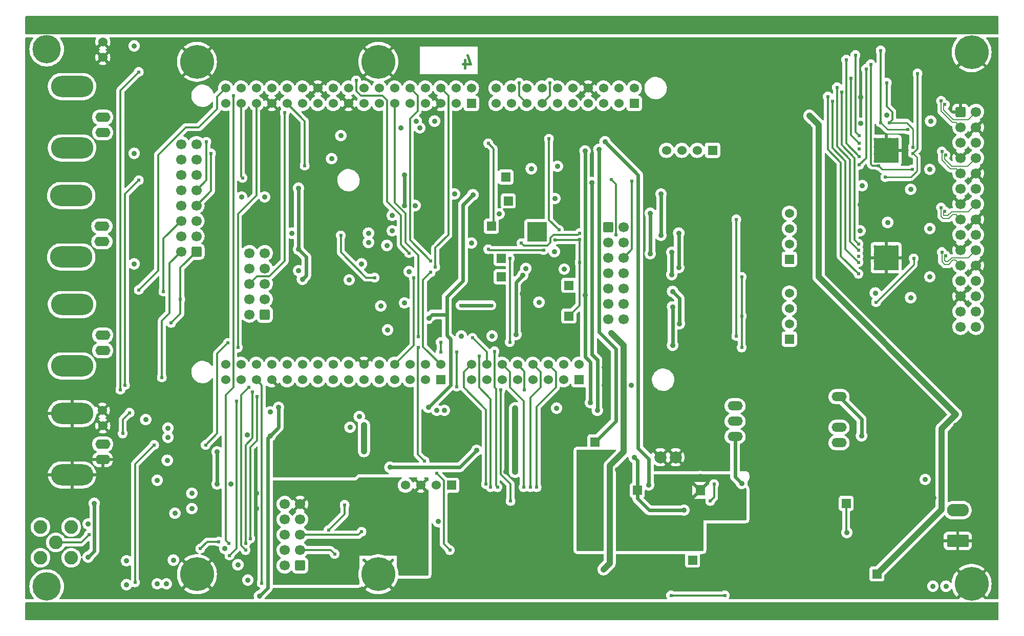
<source format=gbl>
%TF.GenerationSoftware,KiCad,Pcbnew,7.0.1*%
%TF.CreationDate,2023-11-30T13:28:03+01:00*%
%TF.ProjectId,current100A_Artiq,63757272-656e-4743-9130-30415f417274,rev?*%
%TF.SameCoordinates,Original*%
%TF.FileFunction,Copper,L4,Bot*%
%TF.FilePolarity,Positive*%
%FSLAX46Y46*%
G04 Gerber Fmt 4.6, Leading zero omitted, Abs format (unit mm)*
G04 Created by KiCad (PCBNEW 7.0.1) date 2023-11-30 13:28:03*
%MOMM*%
%LPD*%
G01*
G04 APERTURE LIST*
G04 Aperture macros list*
%AMRoundRect*
0 Rectangle with rounded corners*
0 $1 Rounding radius*
0 $2 $3 $4 $5 $6 $7 $8 $9 X,Y pos of 4 corners*
0 Add a 4 corners polygon primitive as box body*
4,1,4,$2,$3,$4,$5,$6,$7,$8,$9,$2,$3,0*
0 Add four circle primitives for the rounded corners*
1,1,$1+$1,$2,$3*
1,1,$1+$1,$4,$5*
1,1,$1+$1,$6,$7*
1,1,$1+$1,$8,$9*
0 Add four rect primitives between the rounded corners*
20,1,$1+$1,$2,$3,$4,$5,0*
20,1,$1+$1,$4,$5,$6,$7,0*
20,1,$1+$1,$6,$7,$8,$9,0*
20,1,$1+$1,$8,$9,$2,$3,0*%
G04 Aperture macros list end*
%ADD10C,0.400000*%
%TA.AperFunction,NonConductor*%
%ADD11C,0.400000*%
%TD*%
%TA.AperFunction,ComponentPad*%
%ADD12O,2.500000X1.600000*%
%TD*%
%TA.AperFunction,ComponentPad*%
%ADD13O,7.000000X3.500000*%
%TD*%
%TA.AperFunction,ComponentPad*%
%ADD14C,0.400000*%
%TD*%
%TA.AperFunction,SMDPad,CuDef*%
%ADD15R,1.600000X1.800000*%
%TD*%
%TA.AperFunction,ComponentPad*%
%ADD16R,1.524000X1.524000*%
%TD*%
%TA.AperFunction,ComponentPad*%
%ADD17C,1.524000*%
%TD*%
%TA.AperFunction,ComponentPad*%
%ADD18R,1.500000X1.500000*%
%TD*%
%TA.AperFunction,ComponentPad*%
%ADD19RoundRect,0.250000X0.600000X0.600000X-0.600000X0.600000X-0.600000X-0.600000X0.600000X-0.600000X0*%
%TD*%
%TA.AperFunction,ComponentPad*%
%ADD20C,1.700000*%
%TD*%
%TA.AperFunction,ComponentPad*%
%ADD21C,2.250000*%
%TD*%
%TA.AperFunction,ComponentPad*%
%ADD22C,2.000000*%
%TD*%
%TA.AperFunction,ComponentPad*%
%ADD23C,5.600000*%
%TD*%
%TA.AperFunction,ComponentPad*%
%ADD24C,0.500000*%
%TD*%
%TA.AperFunction,SMDPad,CuDef*%
%ADD25R,4.100000X4.100000*%
%TD*%
%TA.AperFunction,ComponentPad*%
%ADD26C,4.700000*%
%TD*%
%TA.AperFunction,ComponentPad*%
%ADD27RoundRect,0.250000X-0.600000X-0.600000X0.600000X-0.600000X0.600000X0.600000X-0.600000X0.600000X0*%
%TD*%
%TA.AperFunction,ComponentPad*%
%ADD28O,2.500000X1.500000*%
%TD*%
%TA.AperFunction,SMDPad,CuDef*%
%ADD29R,3.200000X3.200000*%
%TD*%
%TA.AperFunction,ComponentPad*%
%ADD30RoundRect,0.249999X1.550001X-0.790001X1.550001X0.790001X-1.550001X0.790001X-1.550001X-0.790001X0*%
%TD*%
%TA.AperFunction,ComponentPad*%
%ADD31O,3.600000X2.080000*%
%TD*%
%TA.AperFunction,ComponentPad*%
%ADD32R,1.530000X1.530000*%
%TD*%
%TA.AperFunction,ComponentPad*%
%ADD33C,1.530000*%
%TD*%
%TA.AperFunction,ViaPad*%
%ADD34C,0.889000*%
%TD*%
%TA.AperFunction,ViaPad*%
%ADD35C,0.609600*%
%TD*%
%TA.AperFunction,Conductor*%
%ADD36C,1.016000*%
%TD*%
%TA.AperFunction,Conductor*%
%ADD37C,0.254000*%
%TD*%
%TA.AperFunction,Conductor*%
%ADD38C,0.304800*%
%TD*%
%TA.AperFunction,Conductor*%
%ADD39C,0.609600*%
%TD*%
%TA.AperFunction,Conductor*%
%ADD40C,0.200000*%
%TD*%
G04 APERTURE END LIST*
D10*
D11*
X72707666Y-7311904D02*
X72707666Y-8645238D01*
X73183857Y-6550000D02*
X73660047Y-7978571D01*
X73660047Y-7978571D02*
X72421952Y-7978571D01*
D12*
%TO.P,J9,1,In*%
%TO.N,Net-(J9-In)*%
X12700000Y-34798000D03*
D13*
%TO.P,J9,2,Ext*%
%TO.N,Net-(D14-A)*%
X7620000Y-39878000D03*
D12*
X12700000Y-37338000D03*
D13*
X7620000Y-29718000D03*
%TD*%
D12*
%TO.P,J11,1,In*%
%TO.N,Net-(J11-In)*%
X12827000Y-70866000D03*
D13*
%TO.P,J11,2,Ext*%
%TO.N,GND*%
X7747000Y-75946000D03*
D12*
X12827000Y-73406000D03*
D13*
X7747000Y-65786000D03*
%TD*%
D12*
%TO.P,J8,1,In*%
%TO.N,Net-(J8-In)*%
X12827000Y-52832000D03*
D13*
%TO.P,J8,2,Ext*%
%TO.N,Net-(D13-A)*%
X7747000Y-57912000D03*
D12*
X12827000Y-55372000D03*
D13*
X7747000Y-47752000D03*
%TD*%
D12*
%TO.P,J10,1,In*%
%TO.N,Net-(J10-In)*%
X12827000Y-16764000D03*
D13*
%TO.P,J10,2,Ext*%
%TO.N,Net-(D15-A)*%
X7747000Y-21844000D03*
D12*
X12827000Y-19304000D03*
D13*
X7747000Y-11684000D03*
%TD*%
D14*
%TO.P,U6,9,EP_1*%
%TO.N,GNDA*%
X111133000Y-78486000D03*
X111633000Y-77861000D03*
D15*
X111633000Y-78486000D03*
D14*
X111633000Y-79111000D03*
X112133000Y-78486000D03*
%TD*%
D16*
%TO.P,U33,1,-VIN*%
%TO.N,/Digital inputs/output1/gnd_pom4*%
X113665000Y-22225000D03*
D17*
%TO.P,U33,2,+VIN*%
%TO.N,/Digital inputs/output1/12V_pom4*%
X111125000Y-22225000D03*
%TO.P,U33,3,-VOUT*%
%TO.N,/Digital inputs/output1/ST1*%
X108585000Y-22225000D03*
%TO.P,U33,4,+VOUT*%
%TO.N,/Digital inputs/output1/VT1*%
X106045000Y-22225000D03*
%TD*%
D18*
%TO.P,PP2,1,1*%
%TO.N,Net-(U22-RFB)*%
X78740000Y-40132000D03*
%TD*%
%TO.P,PP5,1,1*%
%TO.N,Net-(U23B--)*%
X89916000Y-49657000D03*
%TD*%
%TO.P,PP1,1,1*%
%TO.N,Net-(U22-INV)*%
X78740000Y-43180000D03*
%TD*%
D19*
%TO.P,J4,1,Pin_1*%
%TO.N,unconnected-(J4-Pin_1-Pad1)*%
X45466000Y-90932000D03*
D20*
%TO.P,J4,2,Pin_2*%
%TO.N,unconnected-(J4-Pin_2-Pad2)*%
X42926000Y-90932000D03*
%TO.P,J4,3,Pin_3*%
%TO.N,Net-(J4-Pin_3)*%
X45466000Y-88392000D03*
%TO.P,J4,4,Pin_4*%
%TO.N,unconnected-(J4-Pin_4-Pad4)*%
X42926000Y-88392000D03*
%TO.P,J4,5,Pin_5*%
%TO.N,Net-(J4-Pin_5)*%
X45466000Y-85852000D03*
%TO.P,J4,6,Pin_6*%
%TO.N,unconnected-(J4-Pin_6-Pad6)*%
X42926000Y-85852000D03*
%TO.P,J4,7,Pin_7*%
%TO.N,unconnected-(J4-Pin_7-Pad7)*%
X45466000Y-83312000D03*
%TO.P,J4,8,Pin_8*%
%TO.N,unconnected-(J4-Pin_8-Pad8)*%
X42926000Y-83312000D03*
%TO.P,J4,9,Pin_9*%
%TO.N,/Nucleo-H743ZI1/SCPI_interface/VSISO*%
X45466000Y-80772000D03*
%TO.P,J4,10,Pin_10*%
%TO.N,unconnected-(J4-Pin_10-Pad10)*%
X42926000Y-80772000D03*
%TD*%
D21*
%TO.P,J2,1,In*%
%TO.N,Net-(J2-In)*%
X5080000Y-87122000D03*
%TO.P,J2,2,Ext*%
%TO.N,/Analog input1/IN_gnd*%
X2540000Y-89662000D03*
X7620000Y-89662000D03*
X2540000Y-84582000D03*
X7620000Y-84582000D03*
%TD*%
D16*
%TO.P,U35,1,-VIN*%
%TO.N,/Digital inputs/output1/gnd_pom6*%
X126365000Y-40259000D03*
D17*
%TO.P,U35,2,+VIN*%
%TO.N,/Digital inputs/output1/12V_pom6*%
X126365000Y-37719000D03*
%TO.P,U35,3,-VOUT*%
%TO.N,/Digital inputs/output1/ST2*%
X126365000Y-35179000D03*
%TO.P,U35,4,+VOUT*%
%TO.N,/Digital inputs/output1/VT2*%
X126365000Y-32639000D03*
%TD*%
D22*
%TO.P,GND1,1,1*%
%TO.N,GND*%
X105029000Y-73025000D03*
X107569000Y-73025000D03*
%TD*%
D23*
%TO.P,H6,1,1*%
%TO.N,GND*%
X58400000Y-92400000D03*
%TD*%
D18*
%TO.P,VuC1,1,1*%
%TO.N,/Power grid generation1/sw_out*%
X135763000Y-80645000D03*
%TD*%
%TO.P,P5V1,1,1*%
%TO.N,+5VA*%
X101219000Y-78486000D03*
%TD*%
%TO.P,P6V1,1,1*%
%TO.N,/Power grid generation1/sw_out1*%
X110363000Y-90043000D03*
%TD*%
D24*
%TO.P,U13,49,EP*%
%TO.N,GND*%
X144167000Y-24025000D03*
X144167000Y-22825000D03*
X144167000Y-21625000D03*
X144167000Y-20425000D03*
X142967000Y-24025000D03*
X142967000Y-22825000D03*
X142967000Y-21625000D03*
X142967000Y-20425000D03*
D25*
X142367000Y-22225000D03*
D24*
X141767000Y-24025000D03*
X141767000Y-22825000D03*
X141767000Y-21625000D03*
X141767000Y-20425000D03*
X140567000Y-24025000D03*
X140567000Y-22825000D03*
X140567000Y-21625000D03*
X140567000Y-20425000D03*
%TD*%
D26*
%TO.P,H1,1,1*%
%TO.N,Net-(C1-Pad1)*%
X3556000Y-5512000D03*
%TD*%
D16*
%TO.P,U9,1,-VIN*%
%TO.N,/Nucleo-H743ZI1/SCPI_interface/gnd_pom3*%
X70513800Y-77666000D03*
D17*
%TO.P,U9,2,+VIN*%
%TO.N,/Nucleo-H743ZI1/SCPI_interface/12V_pom3*%
X67973800Y-77666000D03*
%TO.P,U9,3,-VOUT*%
%TO.N,/Nucleo-H743ZI1/SCPI_interface/VSISO*%
X65433800Y-77666000D03*
%TO.P,U9,4,+VOUT*%
%TO.N,/Nucleo-H743ZI1/SCPI_interface/VDISO*%
X62893800Y-77666000D03*
%TD*%
D18*
%TO.P,PP3,1,1*%
%TO.N,Net-(JP3-B)*%
X79502000Y-26670000D03*
%TD*%
%TO.P,P12V1,1,1*%
%TO.N,+12V*%
X140843000Y-92329000D03*
%TD*%
D23*
%TO.P,H8,1,1*%
%TO.N,GND*%
X156503000Y-93997000D03*
%TD*%
D27*
%TO.P,J12,1,Pin_1*%
%TO.N,DT0*%
X96393000Y-34925000D03*
D20*
%TO.P,J12,2,Pin_2*%
%TO.N,GNDA*%
X98933000Y-34925000D03*
%TO.P,J12,3,Pin_3*%
%TO.N,GT0*%
X96393000Y-37465000D03*
%TO.P,J12,4,Pin_4*%
%TO.N,GNDA*%
X98933000Y-37465000D03*
%TO.P,J12,5,Pin_5*%
%TO.N,DT12*%
X96393000Y-40005000D03*
%TO.P,J12,6,Pin_6*%
%TO.N,ST34*%
X98933000Y-40005000D03*
%TO.P,J12,7,Pin_7*%
%TO.N,/Digital inputs/output1/GT1*%
X96393000Y-42545000D03*
%TO.P,J12,8,Pin_8*%
%TO.N,/Digital inputs/output1/ST1*%
X98933000Y-42545000D03*
%TO.P,J12,9,Pin_9*%
%TO.N,/Digital inputs/output1/GT2*%
X96393000Y-45085000D03*
%TO.P,J12,10,Pin_10*%
%TO.N,/Digital inputs/output1/ST2*%
X98933000Y-45085000D03*
%TO.P,J12,11,Pin_11*%
%TO.N,/Digital inputs/output1/GT3*%
X96393000Y-47625000D03*
%TO.P,J12,12,Pin_12*%
%TO.N,/Digital inputs/output1/ST3*%
X98933000Y-47625000D03*
%TO.P,J12,13,Pin_13*%
%TO.N,/Digital inputs/output1/GT4*%
X96393000Y-50165000D03*
%TO.P,J12,14,Pin_14*%
%TO.N,/Digital inputs/output1/ST3*%
X98933000Y-50165000D03*
%TD*%
D23*
%TO.P,H7,1,1*%
%TO.N,GND*%
X156503000Y-6003000D03*
%TD*%
D26*
%TO.P,H2,1,1*%
%TO.N,Net-(C2-Pad1)*%
X3556000Y-94412000D03*
%TD*%
D18*
%TO.P,PP7,1,1*%
%TO.N,Net-(PP7-Pad1)*%
X89916000Y-44577000D03*
%TD*%
D24*
%TO.P,U12,49,EP*%
%TO.N,GND*%
X144167000Y-41805000D03*
X144167000Y-40605000D03*
X144167000Y-39405000D03*
X144167000Y-38205000D03*
X142967000Y-41805000D03*
X142967000Y-40605000D03*
X142967000Y-39405000D03*
X142967000Y-38205000D03*
D25*
X142367000Y-40005000D03*
D24*
X141767000Y-41805000D03*
X141767000Y-40605000D03*
X141767000Y-39405000D03*
X141767000Y-38205000D03*
X140567000Y-41805000D03*
X140567000Y-40605000D03*
X140567000Y-39405000D03*
X140567000Y-38205000D03*
%TD*%
D16*
%TO.P,U34,1,-VIN*%
%TO.N,/Digital inputs/output1/gnd_pom5*%
X126365000Y-53467000D03*
D17*
%TO.P,U34,2,+VIN*%
%TO.N,/Digital inputs/output1/12V_pom5*%
X126365000Y-50927000D03*
%TO.P,U34,3,-VOUT*%
%TO.N,/Digital inputs/output1/ST3*%
X126365000Y-48387000D03*
%TO.P,U34,4,+VOUT*%
%TO.N,/Digital inputs/output1/VT3*%
X126365000Y-45847000D03*
%TD*%
D28*
%TO.P,U1,1,-VIN*%
%TO.N,/Power grid generation1/gnd_pom*%
X134584000Y-70616000D03*
%TO.P,U1,2,RC*%
X134584000Y-68076000D03*
%TO.P,U1,3,+VIN*%
%TO.N,/Power grid generation1/12V_pom2*%
X134584000Y-62996000D03*
%TO.P,U1,4,+VOUT*%
%TO.N,+15V*%
X117384000Y-64516000D03*
%TO.P,U1,5,COM*%
%TO.N,GNDA*%
X117384000Y-67056000D03*
%TO.P,U1,6,-VOUT*%
%TO.N,-15V*%
X117384000Y-69596000D03*
%TD*%
D19*
%TO.P,J7,1,Pin_1*%
%TO.N,/Main Current sensor1/LEM_out1*%
X39624000Y-49403000D03*
D20*
%TO.P,J7,2,Pin_2*%
%TO.N,/Main Current sensor1/LEM_out2*%
X37084000Y-49403000D03*
%TO.P,J7,3,Pin_3*%
%TO.N,unconnected-(J7-Pin_3-Pad3)*%
X39624000Y-46863000D03*
%TO.P,J7,4,Pin_4*%
%TO.N,unconnected-(J7-Pin_4-Pad4)*%
X37084000Y-46863000D03*
%TO.P,J7,5,Pin_5*%
%TO.N,GNDA*%
X39624000Y-44323000D03*
%TO.P,J7,6,Pin_6*%
%TO.N,/LEM_OK*%
X37084000Y-44323000D03*
%TO.P,J7,7,Pin_7*%
%TO.N,GNDA*%
X39624000Y-41783000D03*
%TO.P,J7,8,Pin_8*%
%TO.N,+15V*%
X37084000Y-41783000D03*
%TO.P,J7,9,Pin_9*%
%TO.N,-15V*%
X39624000Y-39243000D03*
%TO.P,J7,10,Pin_10*%
%TO.N,unconnected-(J7-Pin_10-Pad10)*%
X37084000Y-39243000D03*
%TD*%
D18*
%TO.P,PP4,1,1*%
%TO.N,Net-(U23D--)*%
X79883000Y-30607000D03*
%TD*%
%TO.P,PP6,1,1*%
%TO.N,Net-(PP6-Pad1)*%
X77089000Y-34798000D03*
%TD*%
D23*
%TO.P,H4,1,1*%
%TO.N,GND*%
X28400000Y-92400000D03*
%TD*%
D27*
%TO.P,J5,1,Pin_1*%
%TO.N,GND*%
X154679692Y-15877648D03*
D20*
%TO.P,J5,2,Pin_2*%
%TO.N,/Kasli interface/LVDS0_P*%
X157219692Y-15877648D03*
%TO.P,J5,3,Pin_3*%
%TO.N,/Kasli interface/LVDS0_N*%
X154679692Y-18417648D03*
%TO.P,J5,4,Pin_4*%
%TO.N,GND*%
X157219692Y-18417648D03*
%TO.P,J5,5,Pin_5*%
%TO.N,/Kasli interface/LVDS1_P*%
X154679692Y-20957648D03*
%TO.P,J5,6,Pin_6*%
%TO.N,/Kasli interface/LVDS1_N*%
X157219692Y-20957648D03*
%TO.P,J5,7,Pin_7*%
%TO.N,GND*%
X154679692Y-23497648D03*
%TO.P,J5,8,Pin_8*%
%TO.N,/Kasli interface/LVDS2_P*%
X157219692Y-23497648D03*
%TO.P,J5,9,Pin_9*%
%TO.N,/Kasli interface/LVDS2_N*%
X154679692Y-26037648D03*
%TO.P,J5,10,Pin_10*%
%TO.N,GND*%
X157219692Y-26037648D03*
%TO.P,J5,11,Pin_11*%
%TO.N,/Kasli interface/LVDS3_P*%
X154679692Y-28577648D03*
%TO.P,J5,12,Pin_12*%
%TO.N,/Kasli interface/LVDS3_N*%
X157219692Y-28577648D03*
%TO.P,J5,13,Pin_13*%
%TO.N,GND*%
X154679692Y-31117648D03*
%TO.P,J5,14,Pin_14*%
%TO.N,/Kasli interface/LVDS4_P*%
X157219692Y-31117648D03*
%TO.P,J5,15,Pin_15*%
%TO.N,/Kasli interface/LVDS4_N*%
X154679692Y-33657648D03*
%TO.P,J5,16,Pin_16*%
%TO.N,GND*%
X157219692Y-33657648D03*
%TO.P,J5,17,Pin_17*%
%TO.N,/Kasli interface/LVDS5_P*%
X154679692Y-36197648D03*
%TO.P,J5,18,Pin_18*%
%TO.N,/Kasli interface/LVDS5_N*%
X157219692Y-36197648D03*
%TO.P,J5,19,Pin_19*%
%TO.N,GND*%
X154679692Y-38737648D03*
%TO.P,J5,20,Pin_20*%
%TO.N,/Kasli interface/LVDS6_P*%
X157219692Y-38737648D03*
%TO.P,J5,21,Pin_21*%
%TO.N,/Kasli interface/LVDS6_N*%
X154679692Y-41277648D03*
%TO.P,J5,22,Pin_22*%
%TO.N,GND*%
X157219692Y-41277648D03*
%TO.P,J5,23,Pin_23*%
%TO.N,/Kasli interface/LVDS7_P*%
X154679692Y-43817648D03*
%TO.P,J5,24,Pin_24*%
%TO.N,/Kasli interface/LVDS7_N*%
X157219692Y-43817648D03*
%TO.P,J5,25,Pin_25*%
%TO.N,GND*%
X154679692Y-46357648D03*
%TO.P,J5,26,Pin_26*%
%TO.N,/Kasli interface/I2C_SDA*%
X157219692Y-46357648D03*
%TO.P,J5,27,Pin_27*%
%TO.N,/Kasli interface/I2C_SCL*%
X154679692Y-48897648D03*
%TO.P,J5,28,Pin_28*%
%TO.N,P12V0*%
X157219692Y-48897648D03*
%TO.P,J5,29,Pin_29*%
X154679692Y-51437648D03*
%TO.P,J5,30,Pin_30*%
%TO.N,/Kasli interface/P3V3_MP*%
X157219692Y-51437648D03*
%TD*%
D24*
%TO.P,U23,17,EP*%
%TO.N,unconnected-(U23E-EP-Pad17)*%
X83608200Y-36787800D03*
X84658200Y-36787800D03*
X85708200Y-36787800D03*
X83608200Y-35737800D03*
X84658200Y-35737800D03*
D29*
X84658200Y-35737800D03*
D24*
X85708200Y-35737800D03*
X83608200Y-34687800D03*
X84658200Y-34687800D03*
X85708200Y-34687800D03*
%TD*%
D30*
%TO.P,J1,1,Pin_1*%
%TO.N,GND*%
X154210500Y-86868000D03*
D31*
%TO.P,J1,2,Pin_2*%
%TO.N,P12V0*%
X154210500Y-81788000D03*
%TD*%
D18*
%TO.P,P2V1,1,1*%
%TO.N,+2V5*%
X94234000Y-70485000D03*
%TD*%
D23*
%TO.P,H3,1,1*%
%TO.N,GND*%
X28400000Y-7600000D03*
%TD*%
D19*
%TO.P,J14,1,Pin_1*%
%TO.N,Net-(J14-Pin_1)*%
X28321000Y-38989000D03*
D20*
%TO.P,J14,2,Pin_2*%
%TO.N,Net-(J14-Pin_2)*%
X25781000Y-38989000D03*
%TO.P,J14,3,Pin_3*%
%TO.N,unconnected-(J14-Pin_3-Pad3)*%
X28321000Y-36449000D03*
%TO.P,J14,4,Pin_4*%
%TO.N,unconnected-(J14-Pin_4-Pad4)*%
X25781000Y-36449000D03*
%TO.P,J14,5,Pin_5*%
%TO.N,unconnected-(J14-Pin_5-Pad5)*%
X28321000Y-33909000D03*
%TO.P,J14,6,Pin_6*%
%TO.N,Net-(J14-Pin_6)*%
X25781000Y-33909000D03*
%TO.P,J14,7,Pin_7*%
%TO.N,Net-(J14-Pin_7)*%
X28321000Y-31369000D03*
%TO.P,J14,8,Pin_8*%
%TO.N,unconnected-(J14-Pin_8-Pad8)*%
X25781000Y-31369000D03*
%TO.P,J14,9,Pin_9*%
%TO.N,Net-(J14-Pin_9)*%
X28321000Y-28829000D03*
%TO.P,J14,10,Pin_10*%
%TO.N,unconnected-(J14-Pin_10-Pad10)*%
X25781000Y-28829000D03*
%TO.P,J14,11,Pin_11*%
%TO.N,unconnected-(J14-Pin_11-Pad11)*%
X28321000Y-26289000D03*
%TO.P,J14,12,Pin_12*%
%TO.N,unconnected-(J14-Pin_12-Pad12)*%
X25781000Y-26289000D03*
%TO.P,J14,13,Pin_13*%
%TO.N,Net-(J14-Pin_13)*%
X28321000Y-23749000D03*
%TO.P,J14,14,Pin_14*%
%TO.N,unconnected-(J14-Pin_14-Pad14)*%
X25781000Y-23749000D03*
%TO.P,J14,15,Pin_15*%
%TO.N,Net-(J14-Pin_15)*%
X28321000Y-21209000D03*
%TO.P,J14,16,Pin_16*%
%TO.N,unconnected-(J14-Pin_16-Pad16)*%
X25781000Y-21209000D03*
%TD*%
D23*
%TO.P,H5,1,1*%
%TO.N,GND*%
X58400000Y-7600000D03*
%TD*%
D17*
%TO.P,M1,35,EXT_GND*%
%TO.N,GND*%
X12827000Y-67818000D03*
X12750800Y-65278000D03*
X12827000Y-6858000D03*
X12827000Y-4318000D03*
D32*
%TO.P,M1,CN7_1,D16/PC6/I2S_A_MCK*%
%TO.N,DAT7*%
X100710920Y-14478000D03*
D33*
%TO.P,M1,CN7_2,D15/PB8/I2C_A_SCL*%
%TO.N,DAT7_OUT*%
X100710920Y-11938000D03*
%TO.P,M1,CN7_3,D17/PB15/I2S_A_SD*%
%TO.N,DAT6_OUT*%
X98170920Y-14478000D03*
%TO.P,M1,CN7_4,D14/PB9/I2C_A_SDA*%
%TO.N,DAT6*%
X98170920Y-11938000D03*
%TO.P,M1,CN7_5,XD18/PB13/I2S_A_CK*%
%TO.N,unconnected-(M1E-XD18{slash}PB13{slash}I2S_A_CK-PadCN7_5)*%
X95630920Y-14478000D03*
%TO.P,M1,CN7_6,AREF*%
%TO.N,unconnected-(M1E-AREF-PadCN7_6)*%
X95630920Y-11938000D03*
%TO.P,M1,CN7_7,D19/PB12/I2S_A_WS*%
%TO.N,/SET_RDL*%
X93090920Y-14478000D03*
%TO.P,M1,CN7_8,GND_CN7*%
%TO.N,GND*%
X93090920Y-11938000D03*
%TO.P,M1,CN7_9,XD20/PA15/I2S_B_WS*%
%TO.N,DAT5*%
X90550920Y-14478000D03*
%TO.P,M1,CN7_10,D13/PA5/SPI_A_SCK*%
%TO.N,DAT4*%
X90550920Y-11938000D03*
%TO.P,M1,CN7_11,D21/PC7/I2S_B_MCK*%
%TO.N,DAT5_OUT*%
X88010920Y-14478000D03*
%TO.P,M1,CN7_12,D12/PA6/SPI_A_MISO*%
%TO.N,DAT4_OUT*%
X88010920Y-11938000D03*
%TO.P,M1,CN7_13,D22/PB5/I2S_B_SD/SPI_B_MOSI*%
%TO.N,SPI_MOSI*%
X85470920Y-14478000D03*
%TO.P,M1,CN7_14,D11/PA7(PB5)/SPI_A_MOSI/TIM_E_PWM1*%
%TO.N,unconnected-(M1E-D11{slash}PA7(PB5){slash}SPI_A_MOSI{slash}TIM_E_PWM1-PadCN7_14)*%
X85470920Y-11938000D03*
%TO.P,M1,CN7_15,D23/PB3/I2S_B_CK/SPI_B_SCK*%
%TO.N,SPI_SCK*%
X82930920Y-14478000D03*
%TO.P,M1,CN7_16,D10/PD14/SPI_A_CS/TIM_B_PWM3*%
%TO.N,unconnected-(M1E-D10{slash}PD14{slash}SPI_A_CS{slash}TIM_B_PWM3-PadCN7_16)*%
X82930920Y-11938000D03*
%TO.P,M1,CN7_17,D24/PA4/SPI_B_NSS*%
%TO.N,SPI_NSS*%
X80390920Y-14478000D03*
%TO.P,M1,CN7_18,D9/PD15/TIMER_B_PWM2*%
%TO.N,unconnected-(M1E-D9{slash}PD15{slash}TIMER_B_PWM2-PadCN7_18)*%
X80390920Y-11938000D03*
%TO.P,M1,CN7_19,D25/PB4/SPI_B_MISO*%
%TO.N,SPI_MISO*%
X77850920Y-14478000D03*
%TO.P,M1,CN7_20,D8/PF3/IO*%
%TO.N,unconnected-(M1E-D8{slash}PF3{slash}IO-PadCN7_20)*%
X77850920Y-11938000D03*
D32*
%TO.P,M1,CN8_1,NC*%
%TO.N,unconnected-(M1C-NC-PadCN8_1)*%
X91566920Y-60198000D03*
D33*
%TO.P,M1,CN8_2,D43/PC8/SDMMC_D0*%
%TO.N,/Nucleo-H743ZI1/SD_D0*%
X91566920Y-57658000D03*
%TO.P,M1,CN8_3,IOREF_CN8*%
%TO.N,+3V3*%
X89026920Y-60198000D03*
%TO.P,M1,CN8_4,D44/PC9/SDMMC_D1/I2S_A_CKIN*%
%TO.N,/Nucleo-H743ZI1/SD_D1*%
X89026920Y-57658000D03*
%TO.P,M1,CN8_5,RESET_CN8*%
%TO.N,unconnected-(M1C-RESET_CN8-PadCN8_5)*%
X86486920Y-60198000D03*
%TO.P,M1,CN8_6,D45/PC10/SDMMC_D2*%
%TO.N,/Nucleo-H743ZI1/SD_D2*%
X86486920Y-57658000D03*
%TO.P,M1,CN8_7,+3V3_CN8*%
%TO.N,+3V3*%
X83946920Y-60198000D03*
%TO.P,M1,CN8_8,D46/PC11/SDMMC_D3*%
%TO.N,/Nucleo-H743ZI1/SD_D3*%
X83946920Y-57658000D03*
%TO.P,M1,CN8_9,+5V_CN8*%
%TO.N,unconnected-(M1C-+5V_CN8-PadCN8_9)*%
X81406920Y-60198000D03*
%TO.P,M1,CN8_10,D47/PC12/SDMMC_CK*%
%TO.N,/Nucleo-H743ZI1/SD_CK*%
X81406920Y-57658000D03*
%TO.P,M1,CN8_11,GND_CN8*%
%TO.N,GND*%
X78866920Y-60198000D03*
%TO.P,M1,CN8_12,D48/PD2/SDMMC_CMD*%
%TO.N,/Nucleo-H743ZI1/SD_CMD*%
X78866920Y-57658000D03*
%TO.P,M1,CN8_13,GND_CN8*%
%TO.N,GND*%
X76326920Y-60198000D03*
%TO.P,M1,CN8_14,D49/PG2/IO*%
%TO.N,/MOS_LDAC*%
X76326920Y-57658000D03*
%TO.P,M1,CN8_15,VIN_CN8*%
%TO.N,unconnected-(M1C-VIN_CN8-PadCN8_15)*%
X73786920Y-60198000D03*
%TO.P,M1,CN8_16,D50/PG3/IO*%
%TO.N,/Nucleo-H743ZI1/SD_DET*%
X73786920Y-57658000D03*
D32*
%TO.P,M1,CN9_1,A0/PA3/ADC123_IN3*%
%TO.N,/COIL_SPAN*%
X68706920Y-60198000D03*
D33*
%TO.P,M1,CN9_2,D51/PD7/USART_B_SCLK*%
%TO.N,/LEM_BUSY*%
X68706920Y-57658000D03*
%TO.P,M1,CN9_3,A1/PC0/ADC123_IN10*%
%TO.N,/L2_RIGHT*%
X66166920Y-60198000D03*
%TO.P,M1,CN9_4,D52/PD6/USART_B_RX*%
%TO.N,/L2_LEFT*%
X66166920Y-57658000D03*
%TO.P,M1,CN9_5,A2/PC3/ADC123_IN13*%
%TO.N,unconnected-(M1D-A2{slash}PC3{slash}ADC123_IN13-PadCN9_5)*%
X63626920Y-60198000D03*
%TO.P,M1,CN9_6,D53/PD5/USART_B_TX*%
%TO.N,unconnected-(M1D-D53{slash}PD5{slash}USART_B_TX-PadCN9_6)*%
X63626920Y-57658000D03*
%TO.P,M1,CN9_7,A3/PB1/ADC12_IN5*%
%TO.N,unconnected-(M1D-A3{slash}PB1{slash}ADC12_IN5-PadCN9_7)*%
X61086920Y-60198000D03*
%TO.P,M1,CN9_8,D54/PD4/USART_B_RTS*%
%TO.N,/ADC_CNV*%
X61086920Y-57658000D03*
%TO.P,M1,CN9_9,A4/PC2(PB9)/ADC3_IN12/I2C1_SDA*%
%TO.N,/SET_ADC*%
X58546920Y-60198000D03*
%TO.P,M1,CN9_10,D55/PD3/USART_B_CTS*%
%TO.N,/SET_SCK*%
X58546920Y-57658000D03*
%TO.P,M1,CN9_11,A5/PF10(PB8)/ADC3_IN6/I2C1_SCL*%
%TO.N,unconnected-(M1D-A5{slash}PF10(PB8){slash}ADC3_IN6{slash}I2C1_SCL-PadCN9_11)*%
X56006920Y-60198000D03*
%TO.P,M1,CN9_12,GND_CN9*%
%TO.N,GND*%
X56006920Y-57658000D03*
%TO.P,M1,CN9_13,D72/PB2/COMP_1_INP*%
%TO.N,unconnected-(M1D-D72{slash}PB2{slash}COMP_1_INP-PadCN9_13)*%
X53466920Y-60198000D03*
%TO.P,M1,CN9_14,D56/PE2/SAI_A_MCLK*%
%TO.N,unconnected-(M1D-D56{slash}PE2{slash}SAI_A_MCLK-PadCN9_14)*%
X53466920Y-57658000D03*
%TO.P,M1,CN9_15,D71/PE0/COMP_2_INP*%
%TO.N,unconnected-(M1D-D71{slash}PE0{slash}COMP_2_INP-PadCN9_15)*%
X50926920Y-60198000D03*
%TO.P,M1,CN9_16,D57/PE4/SAI_A_FS*%
%TO.N,/SET_BUSY*%
X50926920Y-57658000D03*
%TO.P,M1,CN9_17,D70/PF2/I2C_B_SMBA*%
%TO.N,unconnected-(M1D-D70{slash}PF2{slash}I2C_B_SMBA-PadCN9_17)*%
X48386920Y-60198000D03*
%TO.P,M1,CN9_18,D58/PE5/SAI_A_SCK*%
%TO.N,unconnected-(M1D-D58{slash}PE5{slash}SAI_A_SCK-PadCN9_18)*%
X48386920Y-57658000D03*
%TO.P,M1,CN9_19,D69/PF1/I2C_B_SCL*%
%TO.N,unconnected-(M1D-D69{slash}PF1{slash}I2C_B_SCL-PadCN9_19)*%
X45846920Y-60198000D03*
%TO.P,M1,CN9_20,D59/PE6/SAI_A_SD*%
%TO.N,unconnected-(M1D-D59{slash}PE6{slash}SAI_A_SD-PadCN9_20)*%
X45846920Y-57658000D03*
%TO.P,M1,CN9_21,D68/PF0/I2C_B_SDA*%
%TO.N,unconnected-(M1D-D68{slash}PF0{slash}I2C_B_SDA-PadCN9_21)*%
X43306920Y-60198000D03*
%TO.P,M1,CN9_22,D60/PE3/SAI_B_SD*%
%TO.N,unconnected-(M1D-D60{slash}PE3{slash}SAI_B_SD-PadCN9_22)*%
X43306920Y-57658000D03*
%TO.P,M1,CN9_23,GND_CN9*%
%TO.N,GND*%
X40766920Y-60198000D03*
%TO.P,M1,CN9_24,D61/PF8/SAI_B_SCK*%
%TO.N,/DEL_PWM*%
X40766920Y-57658000D03*
%TO.P,M1,CN9_25,D67/PD0/CAN_RX*%
%TO.N,/Nucleo-H743ZI1/SCPI_RX*%
X38226920Y-60198000D03*
%TO.P,M1,CN9_26,D62/PF7/SAI_B_MCLK*%
%TO.N,/MOS_CLK*%
X38226920Y-57658000D03*
%TO.P,M1,CN9_27,D66/PD1/CAN_TX*%
%TO.N,/TO_C15A*%
X35686920Y-60198000D03*
%TO.P,M1,CN9_28,D63/PF9/SAI_B_FS*%
%TO.N,/MOS_DATA*%
X35686920Y-57658000D03*
%TO.P,M1,CN9_29,D65/PG0/IO*%
%TO.N,/100A_ON*%
X33146920Y-60198000D03*
%TO.P,M1,CN9_30,D64/PG1/IO*%
%TO.N,/15A_ON*%
X33146920Y-57658000D03*
D32*
%TO.P,M1,CN10_1,AVDD_CN10*%
%TO.N,unconnected-(M1F-AVDD_CN10-PadCN10_1)*%
X73786920Y-14478000D03*
D33*
%TO.P,M1,CN10_2,D7/PG12/IO*%
%TO.N,unconnected-(M1F-D7{slash}PG12{slash}IO-PadCN10_2)*%
X73786920Y-11938000D03*
%TO.P,M1,CN10_3,AGND_CN10*%
%TO.N,GNDA*%
X71246920Y-14478000D03*
%TO.P,M1,CN10_4,D6/PE9/TIMER_A_PWM1*%
%TO.N,unconnected-(M1F-D6{slash}PE9{slash}TIMER_A_PWM1-PadCN10_4)*%
X71246920Y-11938000D03*
%TO.P,M1,CN10_5,GND_CN10*%
%TO.N,GND*%
X68706920Y-14478000D03*
%TO.P,M1,CN10_6,D5/PE11/TIMER_A_PWM2*%
%TO.N,/LEM_RDL*%
X68706920Y-11938000D03*
%TO.P,M1,CN10_7,A6/PF4/ADC3_IN9*%
%TO.N,/T0_SPAN*%
X66166920Y-14478000D03*
%TO.P,M1,CN10_8,D4/PE14/IO*%
%TO.N,unconnected-(M1F-D4{slash}PE14{slash}IO-PadCN10_8)*%
X66166920Y-11938000D03*
%TO.P,M1,CN10_9,A7/PF5/ADC3_IN4*%
%TO.N,/AUX_SPAN*%
X63626920Y-14478000D03*
%TO.P,M1,CN10_10,D3/PE13/TIMER_A_PWM3*%
%TO.N,/LEM_ADC*%
X63626920Y-11938000D03*
%TO.P,M1,CN10_11,A8/PF6/ADC3_IN8*%
%TO.N,/MOS_CS*%
X61086920Y-14478000D03*
%TO.P,M1,CN10_12,D2/PG14/IO*%
%TO.N,unconnected-(M1F-D2{slash}PG14{slash}IO-PadCN10_12)*%
X61086920Y-11938000D03*
%TO.P,M1,CN10_13,D26/PG6/QSPI_CS*%
%TO.N,unconnected-(M1F-D26{slash}PG6{slash}QSPI_CS-PadCN10_13)*%
X58546920Y-14478000D03*
%TO.P,M1,CN10_14,D1/PB6/USART_A_TX*%
%TO.N,/EEP_SCL*%
X58546920Y-11938000D03*
%TO.P,M1,CN10_15,D27/PB2/QSPI_CLK*%
%TO.N,unconnected-(M1F-D27{slash}PB2{slash}QSPI_CLK-PadCN10_15)*%
X56006920Y-14478000D03*
%TO.P,M1,CN10_16,D0/PB7/USART_A_RX*%
%TO.N,/EEP_SDA*%
X56006920Y-11938000D03*
%TO.P,M1,CN10_17,GND_CN10*%
%TO.N,GND*%
X53466920Y-14478000D03*
%TO.P,M1,CN10_18,D42/PE8/TIMER_A_PWM1N*%
%TO.N,unconnected-(M1F-D42{slash}PE8{slash}TIMER_A_PWM1N-PadCN10_18)*%
X53466920Y-11938000D03*
%TO.P,M1,CN10_19,D28/PD13/QSPI_BK1_IO3*%
%TO.N,/LEM_OK*%
X50926920Y-14478000D03*
%TO.P,M1,CN10_20,D41/PE7/TIMER_A_ETR*%
%TO.N,unconnected-(M1F-D41{slash}PE7{slash}TIMER_A_ETR-PadCN10_20)*%
X50926920Y-11938000D03*
%TO.P,M1,CN10_21,D29/PD12/QSPI_BK1_IO1*%
%TO.N,unconnected-(M1F-D29{slash}PD12{slash}QSPI_BK1_IO1-PadCN10_21)*%
X48386920Y-14478000D03*
%TO.P,M1,CN10_22,GND_CN10*%
%TO.N,GND*%
X48386920Y-11938000D03*
%TO.P,M1,CN10_23,D30/PD11/QSPI_BK1_IO0*%
%TO.N,unconnected-(M1F-D30{slash}PD11{slash}QSPI_BK1_IO0-PadCN10_23)*%
X45846920Y-14478000D03*
%TO.P,M1,CN10_24,D40/PE10/TIMER_A_PWM2N*%
%TO.N,unconnected-(M1F-D40{slash}PE10{slash}TIMER_A_PWM2N-PadCN10_24)*%
X45846920Y-11938000D03*
%TO.P,M1,CN10_25,D31/PE2/QSPI_BK1_IO2*%
%TO.N,/DEL_CC*%
X43306920Y-14478000D03*
%TO.P,M1,CN10_26,D39/PE12/TIMER_A_PWM3N*%
%TO.N,/LEM_SCK*%
X43306920Y-11938000D03*
%TO.P,M1,CN10_27,GND_CN10*%
%TO.N,GND*%
X40766920Y-14478000D03*
%TO.P,M1,CN10_28,D38/PE6/TIMER_A_BKIN2*%
%TO.N,unconnected-(M1F-D38{slash}PE6{slash}TIMER_A_BKIN2-PadCN10_28)*%
X40766920Y-11938000D03*
%TO.P,M1,CN10_29,D32/PA0/TIMER_C_PWM1*%
%TO.N,/Nucleo-H743ZI1/SCPI_TX*%
X38226920Y-14478000D03*
%TO.P,M1,CN10_30,D37/PE15/TIMER_A_BKIN1*%
%TO.N,unconnected-(M1F-D37{slash}PE15{slash}TIMER_A_BKIN1-PadCN10_30)*%
X38226920Y-11938000D03*
%TO.P,M1,CN10_31,XD33/PB0/TIMER_D_PWM1*%
%TO.N,/DEL_RSD*%
X35686920Y-14478000D03*
%TO.P,M1,CN10_32,D36/PB10/TIMER_C_PWM2*%
%TO.N,unconnected-(M1F-D36{slash}PB10{slash}TIMER_C_PWM2-PadCN10_32)*%
X35686920Y-11938000D03*
%TO.P,M1,CN10_33,D34/PE0/TIMER_B_ETR*%
%TO.N,unconnected-(M1F-D34{slash}PE0{slash}TIMER_B_ETR-PadCN10_33)*%
X33146920Y-14478000D03*
%TO.P,M1,CN10_34,D35/PB11/TIMER_C_PWM3*%
%TO.N,/DIR_L2*%
X33146920Y-11938000D03*
%TD*%
D34*
%TO.N,GND*%
X149606000Y-44704000D03*
X95758000Y-61087000D03*
X141478000Y-85979000D03*
X149987000Y-52324000D03*
X129540000Y-18288000D03*
X73787000Y-43434000D03*
X91948000Y-62611000D03*
X67310000Y-37465000D03*
X138176000Y-13462000D03*
X89916000Y-94234000D03*
X133858000Y-93980000D03*
X139573000Y-48387000D03*
X62992000Y-70485000D03*
X149606000Y-26924000D03*
X19558000Y-41021000D03*
X144653000Y-94234000D03*
X111506000Y-94615000D03*
X145415000Y-30861000D03*
X121158000Y-93091000D03*
X19558000Y-4953000D03*
X142621000Y-32639000D03*
X147574000Y-94234000D03*
X137414000Y-93980000D03*
X146050000Y-53467000D03*
X137922000Y-85979000D03*
X149733000Y-15875000D03*
X94234000Y-94869000D03*
X138049000Y-31242000D03*
X124841000Y-93472000D03*
X115570000Y-45593000D03*
X150241000Y-79756000D03*
X125222000Y-85344000D03*
X95758000Y-58166000D03*
X115570000Y-51943000D03*
X70612000Y-90932000D03*
X44958000Y-24892000D03*
X83566000Y-5969000D03*
X144780000Y-50546000D03*
X38227000Y-81534000D03*
X71120000Y-84836000D03*
X115570000Y-32385000D03*
X73914000Y-89662000D03*
X86741000Y-49784000D03*
X36957000Y-24638000D03*
X132715000Y-80010000D03*
X133096000Y-40259000D03*
X19558000Y-22733000D03*
X133477000Y-28956000D03*
X78740000Y-48387000D03*
X50673000Y-22098000D03*
X76073000Y-50419000D03*
X11684000Y-94488000D03*
X88519000Y-5969000D03*
X38227000Y-78994000D03*
X74041000Y-83439000D03*
X73406000Y-64135000D03*
X73914000Y-93853000D03*
X79502000Y-75438000D03*
X82169000Y-45974000D03*
X30480000Y-50800000D03*
X153924000Y-67691000D03*
X143637000Y-13716000D03*
X115570000Y-39116000D03*
X70993000Y-50419000D03*
X145288000Y-48641000D03*
X125222000Y-84201000D03*
X67703000Y-50800000D03*
X67564000Y-31369000D03*
X129921000Y-80010000D03*
X86233000Y-80391000D03*
X149606000Y-33655000D03*
X128905000Y-85344000D03*
X114046000Y-94615000D03*
%TO.N,+12V*%
X56007000Y-72009000D03*
X153924000Y-65913000D03*
X129667000Y-16510000D03*
X131191000Y-40259000D03*
X56007000Y-67691000D03*
X131191000Y-22225000D03*
%TO.N,/Power grid generation1/12V_pom2*%
X138303000Y-69469000D03*
%TO.N,-15V*%
X94615000Y-65278000D03*
D35*
X113919000Y-77470000D03*
D34*
X118491000Y-77343000D03*
D35*
X113284000Y-80264000D03*
D34*
X93726000Y-27559000D03*
%TO.N,+15V*%
X92583000Y-22352000D03*
X93472000Y-64008000D03*
X92583000Y-46228000D03*
%TO.N,+6V*%
X95631000Y-91567000D03*
X96901000Y-52451000D03*
D35*
%TO.N,Net-(U2-FB)*%
X115697000Y-95885000D03*
X106807000Y-95885000D03*
D34*
%TO.N,/Power grid generation1/sw_out*%
X135890000Y-85471000D03*
%TO.N,+5VA*%
X108966000Y-81788000D03*
X53594000Y-43688000D03*
X10414000Y-84074000D03*
X56769000Y-37465000D03*
X53721000Y-68072000D03*
X23622000Y-69723000D03*
X21844000Y-93980000D03*
X100711000Y-73025000D03*
X23495000Y-73533000D03*
X21844000Y-76835000D03*
%TO.N,/Nucleo-H743ZI1/SCPI_interface/VSISO*%
X57023000Y-82550000D03*
X62357000Y-90932000D03*
X59690000Y-86106000D03*
%TO.N,+3V3*%
X142494000Y-16383000D03*
X68313000Y-83680000D03*
X149733000Y-17399000D03*
X149606000Y-25400000D03*
X81026000Y-64897000D03*
X77216000Y-52959000D03*
X18034000Y-22733000D03*
X138430000Y-28067000D03*
X50673000Y-23622000D03*
X67691000Y-17399000D03*
D35*
X137795000Y-39751000D03*
D34*
X87884000Y-64897000D03*
X64643000Y-17399000D03*
X72136000Y-52959000D03*
X81026000Y-75438000D03*
D35*
X137922000Y-21971000D03*
D34*
X138176000Y-17780000D03*
X149606000Y-35179000D03*
X52197000Y-19812000D03*
X19939000Y-66802000D03*
X148844000Y-76708000D03*
X100203000Y-61087000D03*
X140589000Y-45847000D03*
X149606000Y-43180000D03*
X138049000Y-35560000D03*
X18034000Y-4953000D03*
X18034000Y-41021000D03*
X146431000Y-28702000D03*
X142621000Y-34163000D03*
X64516000Y-31369000D03*
X34036000Y-77470000D03*
X146431000Y-46609000D03*
X69342000Y-65278000D03*
%TO.N,-VSW*%
X103124000Y-77597000D03*
X45212000Y-28498800D03*
X74673755Y-71884245D03*
X11430000Y-80645000D03*
X45847000Y-43561000D03*
X10414000Y-89535000D03*
X60325000Y-74676000D03*
X45212000Y-38608000D03*
X95885000Y-20828000D03*
%TO.N,+4V*%
X40513000Y-69469000D03*
X38735000Y-96012000D03*
X74041000Y-29591000D03*
X66675000Y-64770000D03*
X66802000Y-50038000D03*
X41910000Y-64770000D03*
D35*
%TO.N,Net-(U8-IN+)*%
X28956000Y-88138000D03*
X32004000Y-86995000D03*
D34*
%TO.N,+2V5*%
X62738000Y-26289000D03*
X62738000Y-31369000D03*
X94869000Y-22098000D03*
X31750000Y-72136000D03*
X31750000Y-77470000D03*
%TO.N,+5VD*%
X81153000Y-52705000D03*
D35*
X72009000Y-47879000D03*
X77089000Y-47879000D03*
D34*
X82296000Y-42926000D03*
%TO.N,/Digital inputs/output1/ST1*%
X103378000Y-39370000D03*
X103378000Y-32639000D03*
%TO.N,/Digital inputs/output1/ST3*%
X107061000Y-45593000D03*
X108204000Y-50927000D03*
%TO.N,/Digital inputs/output1/ST2*%
X106934000Y-39116000D03*
X106934000Y-42799000D03*
%TO.N,/Digital inputs/output1/VT1*%
X105156000Y-29464000D03*
X105156000Y-36322000D03*
%TO.N,/Digital inputs/output1/VT3*%
X107061000Y-54483000D03*
X107061000Y-48133000D03*
%TO.N,/Digital inputs/output1/VT2*%
X108077000Y-41656000D03*
X108077000Y-35941000D03*
D35*
%TO.N,ST34*%
X100330000Y-27305000D03*
%TO.N,Net-(J2-In)*%
X10541000Y-85852000D03*
%TO.N,/Nucleo-H743ZI1/SD_D2*%
X84582000Y-77978000D03*
%TO.N,/Nucleo-H743ZI1/SD_D3*%
X83566000Y-77978000D03*
%TO.N,/Nucleo-H743ZI1/SD_CMD*%
X82423000Y-77978000D03*
%TO.N,/Nucleo-H743ZI1/SD_CK*%
X80264000Y-80264000D03*
X82550000Y-61849000D03*
X78613000Y-61849000D03*
%TO.N,/Nucleo-H743ZI1/SD_D0*%
X78105000Y-77978000D03*
X77597000Y-55499000D03*
%TO.N,/Nucleo-H743ZI1/SD_D1*%
X75057000Y-56261000D03*
X76962000Y-77978000D03*
%TO.N,/Kasli interface/LVDS0_P*%
X152068915Y-14654915D03*
%TO.N,/Kasli interface/LVDS0_N*%
X151461085Y-14047085D03*
%TO.N,/Kasli interface/LVDS2_P*%
X152195915Y-23036915D03*
%TO.N,/Kasli interface/LVDS2_N*%
X151588085Y-22429085D03*
%TO.N,/Kasli interface/LVDS4_P*%
X152068915Y-32307915D03*
%TO.N,/Kasli interface/LVDS4_N*%
X151461085Y-31700085D03*
%TO.N,/Kasli interface/LVDS6_P*%
X152195915Y-39673915D03*
%TO.N,/Kasli interface/LVDS6_N*%
X151588085Y-39066085D03*
%TO.N,/LEM_OK*%
X42926000Y-16002000D03*
%TO.N,Net-(J14-Pin_2)*%
X22606000Y-59817000D03*
%TO.N,Net-(J14-Pin_1)*%
X25654000Y-46863000D03*
X24130000Y-50800000D03*
%TO.N,Net-(J14-Pin_6)*%
X22860000Y-45593000D03*
%TO.N,Net-(J4-Pin_3)*%
X51181000Y-89027000D03*
%TO.N,Net-(J4-Pin_5)*%
X55626000Y-85344000D03*
%TO.N,/LEM_BUSY*%
X67056000Y-42418000D03*
%TO.N,/SET_RDL*%
X34417000Y-13208000D03*
X33655000Y-87249000D03*
%TO.N,/ADC_CNV*%
X33782000Y-89281000D03*
X34925000Y-63754000D03*
X64262000Y-43307000D03*
%TO.N,/SET_ADC*%
X38354000Y-62992000D03*
X37211000Y-86487000D03*
%TO.N,/SET_SCK*%
X37592000Y-62230000D03*
X36449000Y-87249000D03*
%TO.N,/SET_BUSY*%
X36957000Y-61468000D03*
X36449000Y-88392000D03*
%TO.N,/MOS_CS*%
X65024000Y-53086000D03*
%TO.N,SPI_NSS*%
X137795000Y-42672000D03*
X132715000Y-13335000D03*
%TO.N,SPI_MOSI*%
X134239000Y-11811000D03*
X86741000Y-11049000D03*
X137795000Y-38735000D03*
%TO.N,SPI_SCK*%
X137795000Y-37719000D03*
X81661000Y-11049000D03*
X135001000Y-12573000D03*
%TO.N,SPI_MISO*%
X137795000Y-40767000D03*
X133477000Y-14097000D03*
%TO.N,/100A_ON*%
X18796000Y-9271000D03*
X15748000Y-61849000D03*
%TO.N,/15A_ON*%
X18796000Y-27178000D03*
X16510000Y-61087000D03*
%TO.N,/LEM_ADC*%
X67056000Y-40513000D03*
%TO.N,/DIR_L2*%
X18796000Y-45339000D03*
%TO.N,/LEM_RDL*%
X67818000Y-41529000D03*
%TO.N,/LEM_SCK*%
X63500000Y-39243000D03*
X54737000Y-10668000D03*
%TO.N,/MOS_CLK*%
X68707000Y-53975000D03*
X68707000Y-55626000D03*
%TO.N,/MOS_LDAC*%
X73977500Y-53276500D03*
%TO.N,/DEL_RSD*%
X35941000Y-26797000D03*
%TO.N,/DEL_CC*%
X46228000Y-24765000D03*
%TO.N,Net-(J14-Pin_7)*%
X30734000Y-22733000D03*
%TO.N,Net-(PP6-Pad1)*%
X76581000Y-21082000D03*
%TO.N,/Analog input1/VREF_P*%
X18161000Y-93726000D03*
X21336000Y-70993000D03*
X33528000Y-54102000D03*
X29845000Y-70993000D03*
%TO.N,Net-(J14-Pin_9)*%
X29972000Y-20828000D03*
%TO.N,DAT7*%
X139065000Y-8763000D03*
X137922000Y-24638000D03*
%TO.N,DAT7_OUT*%
X139827000Y-8001000D03*
X146685000Y-25400000D03*
X141097000Y-24765000D03*
%TO.N,DAT6*%
X137922000Y-23241000D03*
X135763000Y-7239000D03*
%TO.N,DAT6_OUT*%
X146812000Y-22733000D03*
X142240000Y-26670000D03*
X147574000Y-9525000D03*
%TO.N,DAT5*%
X137922000Y-21082000D03*
X136525000Y-10287000D03*
%TO.N,DAT5_OUT*%
X142875000Y-17653000D03*
X142494000Y-11049000D03*
X146812000Y-21717000D03*
%TO.N,DAT4*%
X137287000Y-6477000D03*
X137922000Y-19812000D03*
%TO.N,DAT4_OUT*%
X141478000Y-5715000D03*
X145923000Y-18796000D03*
X141478000Y-17653000D03*
%TO.N,/Digital inputs/output1/L2_LEFTB*%
X117602000Y-52959000D03*
X117602000Y-33655000D03*
%TO.N,/Digital inputs/output1/L2_RIGHTB*%
X118491000Y-43180000D03*
X118491000Y-54864000D03*
X118491000Y-49657000D03*
D34*
%TO.N,GNDA*%
X84963000Y-47371000D03*
X65278000Y-18542000D03*
X27559000Y-81534000D03*
X62738000Y-47498000D03*
X27559000Y-78994000D03*
X16764000Y-94107000D03*
X103124000Y-79121000D03*
X56769000Y-35941000D03*
X24765000Y-82296000D03*
X35814000Y-29972000D03*
X111633000Y-76200000D03*
X62103000Y-18542000D03*
X60706000Y-35560000D03*
X152273000Y-94361000D03*
X23368000Y-93980000D03*
X92456000Y-82042000D03*
X45212000Y-42164000D03*
X97917000Y-75057000D03*
X35179000Y-90805000D03*
X23622000Y-68199000D03*
X73787000Y-37592000D03*
X33020000Y-88138000D03*
X100330000Y-82042000D03*
X36703000Y-69342000D03*
X105537000Y-84582000D03*
X111633000Y-80772000D03*
X82804000Y-41783000D03*
X100330000Y-84582000D03*
X78359000Y-32766000D03*
X16764000Y-90170000D03*
X40513000Y-65532000D03*
X100330000Y-83312000D03*
X92456000Y-85852000D03*
X100330000Y-87122000D03*
X92456000Y-84582000D03*
X92456000Y-83312000D03*
X100330000Y-85852000D03*
X39624000Y-29972000D03*
X87630000Y-30226000D03*
X95250000Y-74803000D03*
X59817000Y-37973000D03*
X68072000Y-65278000D03*
X108077000Y-80137000D03*
X24511000Y-90043000D03*
X59944000Y-51943000D03*
X55245000Y-66294000D03*
X116713000Y-80391000D03*
X108712000Y-84582000D03*
X63500000Y-42291000D03*
X88011000Y-24892000D03*
X58801000Y-48006000D03*
X44069000Y-35941000D03*
X70993000Y-29464000D03*
X60706000Y-33020000D03*
X83693000Y-25273000D03*
X36830000Y-93345000D03*
X55626000Y-41021000D03*
X89154000Y-41910000D03*
X150114000Y-94361000D03*
X87503000Y-38989000D03*
X92456000Y-87122000D03*
D35*
%TO.N,/Nucleo-H743ZI1/SCPI_TX*%
X66040000Y-73660000D03*
X68072000Y-75692000D03*
X65024000Y-54864000D03*
X35179000Y-54864000D03*
X70231000Y-88392000D03*
%TO.N,/Nucleo-H743ZI1/SCPI_RX*%
X39116000Y-93854000D03*
%TO.N,Net-(R48-Pad1)*%
X71374000Y-55626000D03*
X80137000Y-53975000D03*
X71374000Y-61341000D03*
X80137000Y-40132000D03*
%TO.N,Net-(R52-Pad1)*%
X88265000Y-35412800D03*
X86614000Y-20320000D03*
%TO.N,Net-(R62-Pad2)*%
X16129000Y-69088000D03*
X17272000Y-65659000D03*
%TO.N,/Nucleo-H743ZI1/SD_DET*%
X76200000Y-77470000D03*
%TO.N,Net-(U11-V+)*%
X50165000Y-85090000D03*
X52832000Y-80899000D03*
%TO.N,Net-(U18-IN-)*%
X57785000Y-43307000D03*
X52197000Y-36322000D03*
%TO.N,Net-(U23B--)*%
X91694000Y-40767000D03*
X91694000Y-36957000D03*
X87630000Y-37084000D03*
%TO.N,Net-(U12-1FSEN)*%
X146939000Y-40132000D03*
X140716000Y-47371000D03*
%TO.N,Net-(U23B-+)*%
X85725000Y-38735000D03*
X76581000Y-38608000D03*
%TO.N,Net-(D12-A2)*%
X82068148Y-37592000D03*
X97663000Y-36195000D03*
X91694000Y-35941000D03*
X96901000Y-27051000D03*
%TD*%
D36*
%TO.N,+12V*%
X56007000Y-67691000D02*
X56007000Y-72009000D01*
D37*
%TO.N,Net-(U12-1FSEN)*%
X146939000Y-40132000D02*
X146939000Y-41148000D01*
X146939000Y-41148000D02*
X140716000Y-47371000D01*
D38*
%TO.N,DAT5_OUT*%
X143383000Y-17145000D02*
X142875000Y-17653000D01*
X143383000Y-15875000D02*
X143383000Y-17145000D01*
X142494000Y-14986000D02*
X143383000Y-15875000D01*
X142494000Y-11049000D02*
X142494000Y-14986000D01*
D36*
%TO.N,+12V*%
X153924000Y-65913000D02*
X131191000Y-43180000D01*
X131191000Y-18034000D02*
X129667000Y-16510000D01*
X131191000Y-43180000D02*
X131191000Y-40259000D01*
X151511000Y-81661000D02*
X151511000Y-68326000D01*
X131191000Y-22225000D02*
X131191000Y-18034000D01*
X140843000Y-92329000D02*
X151511000Y-81661000D01*
X131191000Y-40259000D02*
X131191000Y-22225000D01*
X151511000Y-68326000D02*
X153924000Y-65913000D01*
D39*
%TO.N,/Power grid generation1/12V_pom2*%
X134584000Y-62996000D02*
X138303000Y-66715000D01*
X138303000Y-66715000D02*
X138303000Y-69469000D01*
D38*
%TO.N,-15V*%
X113284000Y-80264000D02*
X113919000Y-79629000D01*
D39*
X117384000Y-76236000D02*
X117384000Y-69596000D01*
X118491000Y-77343000D02*
X117384000Y-76236000D01*
X94615000Y-65278000D02*
X94615000Y-56896000D01*
X93726000Y-56007000D02*
X93726000Y-27559000D01*
D38*
X113919000Y-79629000D02*
X113919000Y-77470000D01*
D39*
X94615000Y-56896000D02*
X93726000Y-56007000D01*
%TO.N,+15V*%
X92583000Y-46228000D02*
X92583000Y-22352000D01*
X92583000Y-46228000D02*
X92583000Y-56388000D01*
X93472000Y-57277000D02*
X93472000Y-64008000D01*
X92583000Y-56388000D02*
X93472000Y-57277000D01*
D36*
%TO.N,+6V*%
X98933000Y-72136000D02*
X96647000Y-74422000D01*
X96901000Y-52451000D02*
X98933000Y-54483000D01*
X98933000Y-54483000D02*
X98933000Y-72136000D01*
X96647000Y-74422000D02*
X96647000Y-90551000D01*
X96647000Y-90551000D02*
X95631000Y-91567000D01*
D38*
%TO.N,Net-(U2-FB)*%
X115697000Y-95885000D02*
X106807000Y-95885000D01*
%TO.N,/Power grid generation1/sw_out*%
X135890000Y-85471000D02*
X135763000Y-85344000D01*
X135763000Y-85344000D02*
X135763000Y-80645000D01*
D39*
%TO.N,+5VA*%
X101219000Y-78486000D02*
X101219000Y-79845600D01*
X103161400Y-81788000D02*
X108966000Y-81788000D01*
X101219000Y-73533000D02*
X100711000Y-73025000D01*
X101219000Y-78486000D02*
X101219000Y-73533000D01*
X101219000Y-79845600D02*
X103161400Y-81788000D01*
%TO.N,/Nucleo-H743ZI1/SCPI_interface/VSISO*%
X57023000Y-82550000D02*
X57023000Y-83439000D01*
X62357000Y-88773000D02*
X62357000Y-90932000D01*
X47244000Y-78994000D02*
X53467000Y-78994000D01*
X64008000Y-81788000D02*
X64008000Y-79091800D01*
X59690000Y-86106000D02*
X62357000Y-88773000D01*
X57023000Y-83439000D02*
X59690000Y-86106000D01*
X59690000Y-86106000D02*
X64008000Y-81788000D01*
X45466000Y-80772000D02*
X47244000Y-78994000D01*
X64008000Y-79091800D02*
X65433800Y-77666000D01*
X53467000Y-78994000D02*
X57023000Y-82550000D01*
D36*
%TO.N,+3V3*%
X81026000Y-75438000D02*
X81026000Y-64897000D01*
D39*
%TO.N,-VSW*%
X45212000Y-38608000D02*
X46482000Y-39878000D01*
X101346000Y-71501000D02*
X103124000Y-73279000D01*
X11430000Y-88519000D02*
X10414000Y-89535000D01*
X46482000Y-39878000D02*
X46482000Y-42926000D01*
X45212000Y-38608000D02*
X45212000Y-28498800D01*
X103124000Y-73279000D02*
X103124000Y-77597000D01*
X11430000Y-80645000D02*
X11430000Y-88519000D01*
X95885000Y-20828000D02*
X101346000Y-26289000D01*
X71882000Y-74676000D02*
X74673755Y-71884245D01*
X46482000Y-42926000D02*
X45847000Y-43561000D01*
X60325000Y-74676000D02*
X71882000Y-74676000D01*
X101346000Y-26289000D02*
X101346000Y-71501000D01*
%TO.N,+4V*%
X41910000Y-68072000D02*
X40513000Y-69469000D01*
X66675000Y-64770000D02*
X70358000Y-61087000D01*
X40132000Y-69850000D02*
X40513000Y-69469000D01*
X40132000Y-94615000D02*
X40132000Y-69850000D01*
X66802000Y-49911000D02*
X67310000Y-49403000D01*
X70358000Y-61087000D02*
X70358000Y-53467000D01*
X72390000Y-31242000D02*
X74041000Y-29591000D01*
X38735000Y-96012000D02*
X40132000Y-94615000D01*
X69723000Y-52832000D02*
X69723000Y-46482000D01*
X66802000Y-50038000D02*
X66802000Y-49911000D01*
X67310000Y-49403000D02*
X69723000Y-49403000D01*
X69723000Y-46482000D02*
X72390000Y-43815000D01*
X70358000Y-53467000D02*
X69723000Y-52832000D01*
X69723000Y-49403000D02*
X69723000Y-46482000D01*
X41910000Y-64770000D02*
X41910000Y-68072000D01*
X72390000Y-43815000D02*
X72390000Y-31242000D01*
D38*
%TO.N,Net-(U8-IN+)*%
X30099000Y-86995000D02*
X28956000Y-88138000D01*
X32004000Y-86995000D02*
X30099000Y-86995000D01*
D39*
%TO.N,+2V5*%
X62738000Y-26289000D02*
X62738000Y-31369000D01*
X97663000Y-67056000D02*
X94234000Y-70485000D01*
X94869000Y-52324000D02*
X97663000Y-55118000D01*
X97663000Y-55118000D02*
X97663000Y-67056000D01*
X94869000Y-22098000D02*
X94869000Y-52324000D01*
X31750000Y-72136000D02*
X31750000Y-77470000D01*
%TO.N,+5VD*%
X81153000Y-52705000D02*
X81153000Y-44069000D01*
X77089000Y-47879000D02*
X72009000Y-47879000D01*
X81153000Y-44069000D02*
X82296000Y-42926000D01*
%TO.N,/Digital inputs/output1/ST1*%
X103378000Y-32639000D02*
X103378000Y-39370000D01*
%TO.N,/Digital inputs/output1/ST3*%
X108204000Y-50927000D02*
X108204000Y-46736000D01*
X108204000Y-46736000D02*
X107061000Y-45593000D01*
%TO.N,/Digital inputs/output1/ST2*%
X106934000Y-39116000D02*
X106934000Y-42799000D01*
%TO.N,/Digital inputs/output1/VT1*%
X105156000Y-29464000D02*
X105156000Y-36322000D01*
%TO.N,/Digital inputs/output1/VT3*%
X107061000Y-54483000D02*
X107061000Y-48133000D01*
%TO.N,/Digital inputs/output1/VT2*%
X108077000Y-35941000D02*
X108077000Y-41656000D01*
D38*
%TO.N,ST34*%
X100330000Y-38608000D02*
X100330000Y-27305000D01*
X98933000Y-40005000D02*
X100330000Y-38608000D01*
%TO.N,Net-(J2-In)*%
X9271000Y-87122000D02*
X5080000Y-87122000D01*
X10541000Y-85852000D02*
X9271000Y-87122000D01*
%TO.N,/Nucleo-H743ZI1/SD_D2*%
X87757000Y-61468000D02*
X84582000Y-64643000D01*
X87757000Y-58928080D02*
X87757000Y-61468000D01*
X84582000Y-64643000D02*
X84582000Y-77978000D01*
X86486920Y-57658000D02*
X87757000Y-58928080D01*
%TO.N,/Nucleo-H743ZI1/SD_D3*%
X85217000Y-61468000D02*
X83566000Y-63119000D01*
X83566000Y-77978000D02*
X83566000Y-63119000D01*
X83946920Y-57658000D02*
X85217000Y-58928080D01*
X85217000Y-58928080D02*
X85217000Y-61468000D01*
%TO.N,/Nucleo-H743ZI1/SD_CMD*%
X80137000Y-61468000D02*
X80137000Y-58928080D01*
X82423000Y-77978000D02*
X82423000Y-63754000D01*
X82423000Y-63754000D02*
X80137000Y-61468000D01*
X80137000Y-58928080D02*
X78866920Y-57658000D01*
%TO.N,/Nucleo-H743ZI1/SD_CK*%
X82550000Y-58801080D02*
X82550000Y-61849000D01*
X81406920Y-57658000D02*
X82550000Y-58801080D01*
X80264000Y-80264000D02*
X80264000Y-77470000D01*
X80264000Y-77470000D02*
X78613000Y-75819000D01*
X78613000Y-75819000D02*
X78613000Y-61849000D01*
%TO.N,/Nucleo-H743ZI1/SD_D0*%
X77597000Y-55499000D02*
X77597000Y-61468000D01*
X77851000Y-77724000D02*
X78105000Y-77978000D01*
X77597000Y-61468000D02*
X77851000Y-61722000D01*
X77851000Y-61722000D02*
X77851000Y-77724000D01*
%TO.N,/Nucleo-H743ZI1/SD_D1*%
X75057000Y-61468000D02*
X76962000Y-63373000D01*
X76962000Y-63373000D02*
X76962000Y-77978000D01*
X75057000Y-56261000D02*
X75057000Y-61468000D01*
D40*
%TO.N,/Kasli interface/LVDS0_P*%
X151911086Y-14812744D02*
X151911086Y-15575886D01*
X152068915Y-14654915D02*
X151911086Y-14812744D01*
X153509200Y-17174000D02*
X155923340Y-17174000D01*
X151911086Y-15575886D02*
X153509200Y-17174000D01*
X155923340Y-17174000D02*
X157219692Y-15877648D01*
%TO.N,/Kasli interface/LVDS0_N*%
X153886044Y-17624000D02*
X154679692Y-18417648D01*
X153322800Y-17624000D02*
X153886044Y-17624000D01*
X151461085Y-15762285D02*
X153322800Y-17624000D01*
X151461085Y-14047085D02*
X151461085Y-15762285D01*
%TO.N,/Kasli interface/LVDS2_P*%
X155848791Y-24868549D02*
X157219692Y-23497648D01*
X153202749Y-24868549D02*
X155848791Y-24868549D01*
X152038086Y-23703886D02*
X153202749Y-24868549D01*
X152038086Y-23194744D02*
X152038086Y-23703886D01*
X152195915Y-23036915D02*
X152038086Y-23194744D01*
%TO.N,/Kasli interface/LVDS2_N*%
X151588085Y-23890285D02*
X153016349Y-25318549D01*
X153016349Y-25318549D02*
X153960593Y-25318549D01*
X153960593Y-25318549D02*
X154679692Y-26037648D01*
X151588085Y-22429085D02*
X151588085Y-23890285D01*
%TO.N,/Kasli interface/LVDS4_P*%
X155923340Y-32414000D02*
X157219692Y-31117648D01*
X153195800Y-32414000D02*
X155923340Y-32414000D01*
X152560800Y-33049000D02*
X153195800Y-32414000D01*
X151985200Y-33049000D02*
X152560800Y-33049000D01*
X151911086Y-32974886D02*
X151985200Y-33049000D01*
X151911086Y-32465744D02*
X151911086Y-32974886D01*
X152068915Y-32307915D02*
X151911086Y-32465744D01*
%TO.N,/Kasli interface/LVDS4_N*%
X151461085Y-31700085D02*
X151461085Y-33161285D01*
X152747200Y-33499000D02*
X153382200Y-32864000D01*
X151461085Y-33161285D02*
X151798800Y-33499000D01*
X153886044Y-32864000D02*
X154679692Y-33657648D01*
X151798800Y-33499000D02*
X152747200Y-33499000D01*
X153382200Y-32864000D02*
X153886044Y-32864000D01*
%TO.N,/Kasli interface/LVDS6_P*%
X152038086Y-40467886D02*
X152239200Y-40669000D01*
X155952340Y-40005000D02*
X157219692Y-38737648D01*
X152038086Y-39831744D02*
X152038086Y-40467886D01*
X152195915Y-39673915D02*
X152038086Y-39831744D01*
X153224800Y-40005000D02*
X155952340Y-40005000D01*
X152239200Y-40669000D02*
X152560800Y-40669000D01*
X152560800Y-40669000D02*
X153224800Y-40005000D01*
%TO.N,/Kasli interface/LVDS6_N*%
X151588085Y-40654285D02*
X152052800Y-41119000D01*
X153448100Y-40418100D02*
X153820144Y-40418100D01*
X153820144Y-40418100D02*
X154679692Y-41277648D01*
X152052800Y-41119000D02*
X152747200Y-41119000D01*
X151588085Y-39066085D02*
X151588085Y-40654285D01*
X152747200Y-41119000D02*
X153448100Y-40418100D01*
D38*
%TO.N,/LEM_OK*%
X40386000Y-43053000D02*
X42926000Y-40513000D01*
X42926000Y-40513000D02*
X42926000Y-18034000D01*
X42926000Y-18034000D02*
X42926000Y-16002000D01*
X37084000Y-44323000D02*
X38354000Y-43053000D01*
X38354000Y-43053000D02*
X40386000Y-43053000D01*
%TO.N,Net-(J14-Pin_2)*%
X23876000Y-40894000D02*
X25781000Y-38989000D01*
X22606000Y-59817000D02*
X22606000Y-50419000D01*
X23876000Y-49149000D02*
X23876000Y-40894000D01*
X22606000Y-50419000D02*
X23876000Y-49149000D01*
%TO.N,Net-(J14-Pin_1)*%
X25654000Y-46863000D02*
X25654000Y-49276000D01*
X25654000Y-41656000D02*
X28321000Y-38989000D01*
X25654000Y-49276000D02*
X24130000Y-50800000D01*
X25654000Y-46863000D02*
X25654000Y-41656000D01*
%TO.N,Net-(J14-Pin_6)*%
X22860000Y-36830000D02*
X25781000Y-33909000D01*
X22860000Y-45593000D02*
X22860000Y-36830000D01*
%TO.N,Net-(J4-Pin_3)*%
X51181000Y-89027000D02*
X50546000Y-88392000D01*
X50546000Y-88392000D02*
X45466000Y-88392000D01*
%TO.N,Net-(J4-Pin_5)*%
X55118000Y-85852000D02*
X45466000Y-85852000D01*
X55626000Y-85344000D02*
X55118000Y-85852000D01*
%TO.N,/LEM_BUSY*%
X65786000Y-54737080D02*
X68706920Y-57658000D01*
X65786000Y-43688000D02*
X65786000Y-54737080D01*
X67056000Y-42418000D02*
X65786000Y-43688000D01*
%TO.N,/SET_RDL*%
X33147000Y-62738000D02*
X34417000Y-61468000D01*
X34417000Y-61468000D02*
X34417000Y-13208000D01*
X33655000Y-87249000D02*
X33147000Y-86741000D01*
X33147000Y-86741000D02*
X33147000Y-62738000D01*
%TO.N,/ADC_CNV*%
X34925000Y-63754000D02*
X34925000Y-88138000D01*
X64262000Y-43307000D02*
X64262000Y-54482920D01*
X64262000Y-54482920D02*
X61086920Y-57658000D01*
X34925000Y-88138000D02*
X33782000Y-89281000D01*
%TO.N,/SET_ADC*%
X37211000Y-71374000D02*
X38354000Y-70231000D01*
X38354000Y-70231000D02*
X38354000Y-62992000D01*
X37211000Y-86487000D02*
X37211000Y-71374000D01*
%TO.N,/SET_SCK*%
X36449000Y-70993000D02*
X37592000Y-69850000D01*
X37592000Y-69850000D02*
X37592000Y-62230000D01*
X36449000Y-87249000D02*
X36449000Y-70993000D01*
%TO.N,/SET_BUSY*%
X35687000Y-87630000D02*
X36449000Y-88392000D01*
X36957000Y-61468000D02*
X35687000Y-62738000D01*
X35687000Y-62738000D02*
X35687000Y-87630000D01*
%TO.N,/MOS_CS*%
X65024000Y-39624000D02*
X62865000Y-37465000D01*
X65024000Y-53086000D02*
X65024000Y-39624000D01*
X62865000Y-37465000D02*
X62865000Y-32702500D01*
X62865000Y-32702500D02*
X61086920Y-30924420D01*
X61086920Y-30924420D02*
X61086920Y-14478000D01*
%TO.N,SPI_NSS*%
X137795000Y-42672000D02*
X134874000Y-39751000D01*
X132715000Y-22098000D02*
X132715000Y-13335000D01*
X134874000Y-39751000D02*
X134874000Y-24257000D01*
X134874000Y-24257000D02*
X132715000Y-22098000D01*
%TO.N,SPI_MOSI*%
X86741000Y-11049000D02*
X86741000Y-13207920D01*
X86741000Y-13207920D02*
X85470920Y-14478000D01*
X136398000Y-37338000D02*
X136398000Y-23749000D01*
X137795000Y-38735000D02*
X136398000Y-37338000D01*
X136398000Y-23749000D02*
X134239000Y-21590000D01*
X134239000Y-21590000D02*
X134239000Y-11811000D01*
%TO.N,SPI_SCK*%
X135001000Y-21336000D02*
X135001000Y-12573000D01*
X81661000Y-11049000D02*
X81661000Y-13208080D01*
X137160000Y-37084000D02*
X137160000Y-23495000D01*
X81661000Y-13208080D02*
X82930920Y-14478000D01*
X137160000Y-23495000D02*
X135001000Y-21336000D01*
X137795000Y-37719000D02*
X137160000Y-37084000D01*
%TO.N,SPI_MISO*%
X135636000Y-38608000D02*
X135636000Y-24003000D01*
X137795000Y-40767000D02*
X135636000Y-38608000D01*
X133477000Y-21844000D02*
X133477000Y-14097000D01*
X135636000Y-24003000D02*
X133477000Y-21844000D01*
%TO.N,/100A_ON*%
X15748000Y-12319000D02*
X18796000Y-9271000D01*
X15748000Y-61849000D02*
X15748000Y-12319000D01*
%TO.N,/15A_ON*%
X16510000Y-61087000D02*
X16510000Y-29464000D01*
X16510000Y-29464000D02*
X18796000Y-27178000D01*
%TO.N,/LEM_ADC*%
X63627000Y-17018000D02*
X63627000Y-37084000D01*
X64897000Y-13208080D02*
X64897000Y-15748000D01*
X63627000Y-37084000D02*
X67056000Y-40513000D01*
X64897000Y-15748000D02*
X63627000Y-17018000D01*
X63626920Y-11938000D02*
X64897000Y-13208080D01*
%TO.N,/DIR_L2*%
X31750000Y-15367000D02*
X31750000Y-13334920D01*
X26543000Y-18415000D02*
X28702000Y-18415000D01*
X21971000Y-22987000D02*
X26543000Y-18415000D01*
X28702000Y-18415000D02*
X31750000Y-15367000D01*
X31750000Y-13334920D02*
X33146920Y-11938000D01*
X21971000Y-42164000D02*
X21971000Y-22987000D01*
X18796000Y-45339000D02*
X21971000Y-42164000D01*
%TO.N,/LEM_RDL*%
X67818000Y-38354000D02*
X69977000Y-36195000D01*
X69977000Y-36195000D02*
X69977000Y-13208080D01*
X69977000Y-13208080D02*
X68706920Y-11938000D01*
X67818000Y-41529000D02*
X67818000Y-38354000D01*
%TO.N,/LEM_SCK*%
X63500000Y-39243000D02*
X62103000Y-37846000D01*
X59817000Y-13970000D02*
X59055000Y-13208000D01*
X62103000Y-37846000D02*
X62103000Y-33020000D01*
X54737000Y-12446000D02*
X54737000Y-10668000D01*
X59817000Y-30734000D02*
X59817000Y-13970000D01*
X55499000Y-13208000D02*
X54737000Y-12446000D01*
X62103000Y-33020000D02*
X59817000Y-30734000D01*
X59055000Y-13208000D02*
X55499000Y-13208000D01*
%TO.N,/MOS_CLK*%
X68707000Y-53975000D02*
X68707000Y-55626000D01*
%TO.N,/MOS_LDAC*%
X76326920Y-55625920D02*
X76326920Y-57658000D01*
X73977500Y-53276500D02*
X76326920Y-55625920D01*
%TO.N,/DEL_RSD*%
X35941000Y-26797000D02*
X35686920Y-26542920D01*
X35686920Y-26542920D02*
X35686920Y-14478000D01*
%TO.N,/DEL_CC*%
X46228000Y-17399080D02*
X43306920Y-14478000D01*
X46228000Y-24765000D02*
X46228000Y-17399080D01*
%TO.N,Net-(J14-Pin_7)*%
X30734000Y-28956000D02*
X28321000Y-31369000D01*
X30734000Y-22733000D02*
X30734000Y-28956000D01*
%TO.N,Net-(PP6-Pad1)*%
X76581000Y-21082000D02*
X77470000Y-21971000D01*
X77470000Y-21971000D02*
X77470000Y-34417000D01*
X77470000Y-34417000D02*
X77089000Y-34798000D01*
%TO.N,/Analog input1/VREF_P*%
X18161000Y-74168000D02*
X21336000Y-70993000D01*
X33528000Y-54102000D02*
X31750000Y-55880000D01*
X31750000Y-55880000D02*
X31750000Y-69088000D01*
X18161000Y-93726000D02*
X18161000Y-74168000D01*
X31750000Y-69088000D02*
X29845000Y-70993000D01*
%TO.N,Net-(J14-Pin_9)*%
X29972000Y-20828000D02*
X29972000Y-27178000D01*
X29972000Y-27178000D02*
X28321000Y-28829000D01*
%TO.N,DAT7*%
X137922000Y-24638000D02*
X139065000Y-23495000D01*
X139065000Y-23495000D02*
X139065000Y-8763000D01*
%TO.N,DAT7_OUT*%
X139827000Y-24511000D02*
X139827000Y-8001000D01*
D37*
X141732000Y-25400000D02*
X141097000Y-24765000D01*
X146685000Y-25400000D02*
X141732000Y-25400000D01*
D38*
X141097000Y-24765000D02*
X140081000Y-24765000D01*
X140081000Y-24765000D02*
X139827000Y-24511000D01*
%TO.N,DAT6*%
X137922000Y-23241000D02*
X135763000Y-21082000D01*
X135763000Y-21082000D02*
X135763000Y-7239000D01*
D37*
%TO.N,DAT6_OUT*%
X147447000Y-23368000D02*
X147447000Y-25654000D01*
D38*
X147574000Y-21971000D02*
X147574000Y-9525000D01*
X146812000Y-22733000D02*
X147574000Y-21971000D01*
D37*
X146812000Y-22733000D02*
X147447000Y-23368000D01*
X147447000Y-25654000D02*
X146431000Y-26670000D01*
X146431000Y-26670000D02*
X142240000Y-26670000D01*
D38*
%TO.N,DAT5*%
X137922000Y-21082000D02*
X136525000Y-19685000D01*
X136525000Y-19685000D02*
X136525000Y-10287000D01*
D37*
%TO.N,DAT5_OUT*%
X146812000Y-18669000D02*
X146812000Y-21717000D01*
X145796000Y-17653000D02*
X146812000Y-18669000D01*
X142875000Y-17653000D02*
X145796000Y-17653000D01*
D38*
%TO.N,DAT4*%
X137922000Y-19812000D02*
X137287000Y-19177000D01*
X137287000Y-19177000D02*
X137287000Y-6477000D01*
D37*
%TO.N,DAT4_OUT*%
X142621000Y-18796000D02*
X145923000Y-18796000D01*
X141478000Y-17653000D02*
X142621000Y-18796000D01*
D38*
X141478000Y-17653000D02*
X141478000Y-5715000D01*
%TO.N,/Digital inputs/output1/L2_LEFTB*%
X117602000Y-33655000D02*
X117602000Y-52959000D01*
%TO.N,/Digital inputs/output1/L2_RIGHTB*%
X118491000Y-43180000D02*
X118491000Y-49657000D01*
X118491000Y-54864000D02*
X118491000Y-49657000D01*
%TO.N,/Nucleo-H743ZI1/SCPI_TX*%
X69215000Y-87376000D02*
X70231000Y-88392000D01*
X64897000Y-64516000D02*
X64897000Y-72517000D01*
X64897000Y-72517000D02*
X66040000Y-73660000D01*
X64897000Y-54991000D02*
X64897000Y-58928000D01*
X68072000Y-75692000D02*
X69215000Y-76835000D01*
X35179000Y-32766000D02*
X35179000Y-54864000D01*
X38226920Y-29718080D02*
X35179000Y-32766000D01*
X65024000Y-54864000D02*
X64897000Y-54991000D01*
X64897000Y-58928000D02*
X64897000Y-64516000D01*
X38226920Y-14478000D02*
X38226920Y-29718080D01*
X69215000Y-76835000D02*
X69215000Y-87376000D01*
%TO.N,/Nucleo-H743ZI1/SCPI_RX*%
X39116000Y-93854000D02*
X39116000Y-61087080D01*
X39116000Y-61087080D02*
X38226920Y-60198000D01*
%TO.N,Net-(R48-Pad1)*%
X80137000Y-40132000D02*
X80137000Y-53975000D01*
X71374000Y-55626000D02*
X71374000Y-61341000D01*
%TO.N,Net-(R52-Pad1)*%
X86614000Y-20320000D02*
X86614000Y-33761800D01*
X86614000Y-33761800D02*
X88265000Y-35412800D01*
%TO.N,Net-(R62-Pad2)*%
X16129000Y-69088000D02*
X16129000Y-66802000D01*
X16129000Y-66802000D02*
X17272000Y-65659000D01*
%TO.N,/Nucleo-H743ZI1/SD_DET*%
X72517000Y-61468000D02*
X72517000Y-58927920D01*
X76200000Y-65151000D02*
X72517000Y-61468000D01*
X72517000Y-58927920D02*
X73786920Y-57658000D01*
X76200000Y-77470000D02*
X76200000Y-65151000D01*
%TO.N,Net-(U11-V+)*%
X50165000Y-85090000D02*
X52832000Y-82423000D01*
X52832000Y-82423000D02*
X52832000Y-80899000D01*
%TO.N,Net-(U18-IN-)*%
X57785000Y-43307000D02*
X56388000Y-43307000D01*
X52197000Y-39116000D02*
X52197000Y-36322000D01*
X56388000Y-43307000D02*
X52197000Y-39116000D01*
%TO.N,Net-(U23B--)*%
X91694000Y-40767000D02*
X91694000Y-36957000D01*
X87630000Y-37084000D02*
X91567000Y-37084000D01*
X91694000Y-47879000D02*
X89916000Y-49657000D01*
X91694000Y-40767000D02*
X91694000Y-47879000D01*
X91567000Y-37084000D02*
X91694000Y-36957000D01*
%TO.N,Net-(U23B-+)*%
X76708000Y-38735000D02*
X76581000Y-38608000D01*
X85725000Y-38735000D02*
X76708000Y-38735000D01*
%TO.N,Net-(D12-A2)*%
X87376000Y-36195000D02*
X91440000Y-36195000D01*
X97663000Y-27813000D02*
X96901000Y-27051000D01*
X82449148Y-37973000D02*
X86383905Y-37973000D01*
X97663000Y-36195000D02*
X97663000Y-27813000D01*
X91440000Y-36195000D02*
X91694000Y-35941000D01*
X82068148Y-37592000D02*
X82449148Y-37973000D01*
X86868000Y-36703000D02*
X87376000Y-36195000D01*
X86383905Y-37973000D02*
X86868000Y-37488905D01*
X86868000Y-37488905D02*
X86868000Y-36703000D01*
%TD*%
%TA.AperFunction,Conductor*%
%TO.N,GND*%
G36*
X140681213Y-17871702D02*
G01*
X140720941Y-17927693D01*
X140747858Y-18004618D01*
X140844407Y-18158274D01*
X140972726Y-18286593D01*
X141126382Y-18383142D01*
X141297670Y-18443078D01*
X141348084Y-18448757D01*
X141387997Y-18460256D01*
X141421877Y-18484296D01*
X142118624Y-19181043D01*
X142131562Y-19197192D01*
X142182845Y-19245350D01*
X142185644Y-19248063D01*
X142205204Y-19267623D01*
X142208385Y-19270090D01*
X142217280Y-19277686D01*
X142249233Y-19307693D01*
X142266331Y-19317092D01*
X142266869Y-19317388D01*
X142283137Y-19328074D01*
X142299036Y-19340407D01*
X142299037Y-19340407D01*
X142299038Y-19340408D01*
X142339270Y-19357818D01*
X142349745Y-19362949D01*
X142388166Y-19384072D01*
X142407666Y-19389078D01*
X142426063Y-19395377D01*
X142444541Y-19403374D01*
X142487840Y-19410231D01*
X142499267Y-19412597D01*
X142541728Y-19423500D01*
X142561859Y-19423500D01*
X142581255Y-19425026D01*
X142601133Y-19428175D01*
X142603355Y-19428527D01*
X142604132Y-19428860D01*
X142607744Y-19427550D01*
X142644770Y-19424050D01*
X142656439Y-19423500D01*
X142948976Y-19423500D01*
X142967000Y-19428149D01*
X142985024Y-19423500D01*
X144148976Y-19423500D01*
X144167000Y-19428149D01*
X144185024Y-19423500D01*
X145372306Y-19423500D01*
X145438278Y-19442507D01*
X145571378Y-19526140D01*
X145571379Y-19526140D01*
X145571382Y-19526142D01*
X145742670Y-19586078D01*
X145862890Y-19599623D01*
X145922999Y-19606396D01*
X145922999Y-19606395D01*
X145923000Y-19606396D01*
X146046616Y-19592468D01*
X146114301Y-19603968D01*
X146165494Y-19649716D01*
X146184500Y-19715688D01*
X146184500Y-21166306D01*
X146165493Y-21232278D01*
X146081859Y-21365378D01*
X146021921Y-21536672D01*
X146001603Y-21717000D01*
X146021921Y-21897327D01*
X146021921Y-21897329D01*
X146021922Y-21897330D01*
X146081858Y-22068618D01*
X146135884Y-22154600D01*
X146138667Y-22159028D01*
X146157673Y-22225000D01*
X146138667Y-22290972D01*
X146081858Y-22381381D01*
X146021921Y-22552672D01*
X146001603Y-22732999D01*
X146021921Y-22913327D01*
X146021921Y-22913329D01*
X146021922Y-22913330D01*
X146081858Y-23084618D01*
X146178407Y-23238274D01*
X146306726Y-23366593D01*
X146460382Y-23463142D01*
X146631670Y-23523078D01*
X146682084Y-23528757D01*
X146721997Y-23540256D01*
X146755877Y-23564296D01*
X146783181Y-23591600D01*
X146810061Y-23631828D01*
X146819500Y-23679281D01*
X146819500Y-24466002D01*
X146800494Y-24531974D01*
X146749302Y-24577722D01*
X146698690Y-24586321D01*
X146698884Y-24588039D01*
X146504672Y-24609921D01*
X146333378Y-24669859D01*
X146200278Y-24753493D01*
X146134306Y-24772500D01*
X144916874Y-24772500D01*
X144851707Y-24753995D01*
X144805990Y-24704004D01*
X144793368Y-24637447D01*
X144817607Y-24574189D01*
X144860352Y-24517088D01*
X144910597Y-24382375D01*
X144917000Y-24322824D01*
X144917000Y-24074084D01*
X144917780Y-24060199D01*
X144921746Y-24025000D01*
X144917780Y-23989801D01*
X144917000Y-23975916D01*
X144917000Y-22874084D01*
X144917780Y-22860199D01*
X144921746Y-22825000D01*
X144917780Y-22789801D01*
X144917000Y-22775916D01*
X144917000Y-22475000D01*
X142241000Y-22475000D01*
X142179000Y-22458387D01*
X142133613Y-22413000D01*
X142117000Y-22351000D01*
X142117000Y-21975000D01*
X142617000Y-21975000D01*
X144917000Y-21975000D01*
X144917000Y-21674084D01*
X144917780Y-21660199D01*
X144921746Y-21625000D01*
X144917780Y-21589801D01*
X144917000Y-21575916D01*
X144917000Y-20474084D01*
X144917780Y-20460199D01*
X144921746Y-20425000D01*
X144917780Y-20389801D01*
X144917000Y-20375916D01*
X144917000Y-20127176D01*
X144910597Y-20067624D01*
X144860352Y-19932910D01*
X144774188Y-19817811D01*
X144659089Y-19731647D01*
X144524375Y-19681402D01*
X144464824Y-19675000D01*
X144216084Y-19675000D01*
X144202199Y-19674220D01*
X144171139Y-19670720D01*
X144167000Y-19669140D01*
X144162861Y-19670720D01*
X144131801Y-19674220D01*
X144117916Y-19675000D01*
X143016084Y-19675000D01*
X143002199Y-19674220D01*
X142971139Y-19670720D01*
X142967000Y-19669140D01*
X142962861Y-19670720D01*
X142931801Y-19674220D01*
X142917916Y-19675000D01*
X142619413Y-19675000D01*
X142617497Y-19674502D01*
X142617000Y-19675000D01*
X142617000Y-21975000D01*
X142117000Y-21975000D01*
X142117000Y-19675000D01*
X141816084Y-19675000D01*
X141802199Y-19674220D01*
X141766999Y-19670253D01*
X141731801Y-19674220D01*
X141717916Y-19675000D01*
X140616084Y-19675000D01*
X140602198Y-19674220D01*
X140590014Y-19672847D01*
X140534047Y-19652080D01*
X140494269Y-19607568D01*
X140479900Y-19549627D01*
X140479900Y-17968649D01*
X140498906Y-17902677D01*
X140550099Y-17856929D01*
X140617784Y-17845429D01*
X140681213Y-17871702D01*
G37*
%TD.AperFunction*%
%TA.AperFunction,Conductor*%
G36*
X1278549Y-3571962D02*
G01*
X1324263Y-3621849D01*
X1336980Y-3688308D01*
X1312915Y-3751548D01*
X1170405Y-3942970D01*
X1004384Y-4230527D01*
X1004383Y-4230530D01*
X872867Y-4535419D01*
X817436Y-4720568D01*
X777633Y-4853520D01*
X719976Y-5180515D01*
X700668Y-5512000D01*
X719976Y-5843484D01*
X777633Y-6170479D01*
X777635Y-6170485D01*
X872867Y-6488581D01*
X978611Y-6733724D01*
X1004384Y-6793472D01*
X1170405Y-7081029D01*
X1368690Y-7347372D01*
X1436579Y-7419330D01*
X1596553Y-7588893D01*
X1850915Y-7802327D01*
X1850919Y-7802330D01*
X1850922Y-7802332D01*
X2128333Y-7984789D01*
X2425057Y-8133810D01*
X2477793Y-8153004D01*
X2737082Y-8247377D01*
X3060177Y-8323952D01*
X3389977Y-8362500D01*
X3722019Y-8362500D01*
X3722023Y-8362500D01*
X4051823Y-8323952D01*
X4374918Y-8247377D01*
X4686939Y-8133811D01*
X4686938Y-8133811D01*
X4686942Y-8133810D01*
X4983666Y-7984789D01*
X5036031Y-7950348D01*
X5097772Y-7909740D01*
X12128812Y-7909740D01*
X12193593Y-7955101D01*
X12393718Y-8048420D01*
X12607021Y-8105575D01*
X12827000Y-8124821D01*
X13046978Y-8105575D01*
X13260281Y-8048420D01*
X13460408Y-7955100D01*
X13525187Y-7909740D01*
X13215447Y-7600000D01*
X25095152Y-7600000D01*
X25114525Y-7957310D01*
X25172419Y-8310451D01*
X25268149Y-8655241D01*
X25400601Y-8987670D01*
X25568218Y-9303829D01*
X25769031Y-9600004D01*
X25896441Y-9750003D01*
X25896442Y-9750004D01*
X28046447Y-7600001D01*
X28046447Y-7600000D01*
X28753553Y-7600000D01*
X30903556Y-9750003D01*
X31030968Y-9600004D01*
X31231781Y-9303829D01*
X31399398Y-8987670D01*
X31531850Y-8655241D01*
X31627580Y-8310451D01*
X31685474Y-7957310D01*
X31704847Y-7600000D01*
X55095152Y-7600000D01*
X55114525Y-7957310D01*
X55172419Y-8310451D01*
X55268149Y-8655241D01*
X55400601Y-8987670D01*
X55568218Y-9303829D01*
X55769031Y-9600004D01*
X55896441Y-9750003D01*
X55896442Y-9750004D01*
X58046447Y-7600001D01*
X58753553Y-7600001D01*
X60903556Y-9750003D01*
X61030968Y-9600004D01*
X61231781Y-9303829D01*
X61399398Y-8987670D01*
X61531850Y-8655241D01*
X61627580Y-8310451D01*
X61685474Y-7957310D01*
X61704847Y-7600000D01*
X61685474Y-7242689D01*
X61627580Y-6889548D01*
X61531850Y-6544758D01*
X61399398Y-6212329D01*
X61231781Y-5896170D01*
X61030968Y-5599995D01*
X60903557Y-5449995D01*
X60903556Y-5449994D01*
X58753553Y-7600000D01*
X58753553Y-7600001D01*
X58046447Y-7600001D01*
X58046447Y-7600000D01*
X55896442Y-5449994D01*
X55896441Y-5449995D01*
X55769030Y-5599995D01*
X55568218Y-5896170D01*
X55400601Y-6212329D01*
X55268149Y-6544758D01*
X55172419Y-6889548D01*
X55114525Y-7242689D01*
X55095152Y-7600000D01*
X31704847Y-7600000D01*
X31685474Y-7242689D01*
X31627580Y-6889548D01*
X31531850Y-6544758D01*
X31399398Y-6212329D01*
X31231781Y-5896170D01*
X31030968Y-5599995D01*
X30903557Y-5449995D01*
X30903556Y-5449994D01*
X28753553Y-7600000D01*
X28046447Y-7600000D01*
X28046447Y-7599999D01*
X25896442Y-5449994D01*
X25896441Y-5449995D01*
X25769030Y-5599995D01*
X25568218Y-5896170D01*
X25400601Y-6212329D01*
X25268149Y-6544758D01*
X25172419Y-6889548D01*
X25114525Y-7242689D01*
X25095152Y-7600000D01*
X13215447Y-7600000D01*
X12827001Y-7211553D01*
X12827000Y-7211553D01*
X12128812Y-7909740D01*
X5097772Y-7909740D01*
X5261085Y-7802327D01*
X5515447Y-7588893D01*
X5743310Y-7347371D01*
X5941594Y-7081030D01*
X6070361Y-6858000D01*
X11560178Y-6858000D01*
X11579424Y-7077978D01*
X11636579Y-7291281D01*
X11729898Y-7491406D01*
X11775258Y-7556187D01*
X12473446Y-6858001D01*
X13180553Y-6858001D01*
X13878740Y-7556186D01*
X13924100Y-7491408D01*
X14017420Y-7291281D01*
X14074575Y-7077978D01*
X14093821Y-6858000D01*
X14074575Y-6638021D01*
X14017421Y-6424720D01*
X13924098Y-6224589D01*
X13878740Y-6159811D01*
X13180553Y-6858000D01*
X13180553Y-6858001D01*
X12473446Y-6858001D01*
X12473446Y-6858000D01*
X11775258Y-6159811D01*
X11775258Y-6159812D01*
X11729900Y-6224589D01*
X11636578Y-6424719D01*
X11579424Y-6638021D01*
X11560178Y-6858000D01*
X6070361Y-6858000D01*
X6107617Y-6793470D01*
X6239133Y-6488581D01*
X6334365Y-6170485D01*
X6392024Y-5843484D01*
X6394192Y-5806258D01*
X12128811Y-5806258D01*
X12827000Y-6504446D01*
X12827001Y-6504446D01*
X13525187Y-5806258D01*
X13460407Y-5760898D01*
X13330627Y-5700382D01*
X13278451Y-5654625D01*
X13259031Y-5588000D01*
X13278451Y-5521374D01*
X13330627Y-5475618D01*
X13460408Y-5415100D01*
X13525187Y-5369740D01*
X12827001Y-4671553D01*
X12827000Y-4671553D01*
X12128812Y-5369740D01*
X12193592Y-5415100D01*
X12323372Y-5475617D01*
X12375548Y-5521373D01*
X12394968Y-5587998D01*
X12375549Y-5654624D01*
X12323373Y-5700381D01*
X12193589Y-5760900D01*
X12128812Y-5806258D01*
X12128811Y-5806258D01*
X6394192Y-5806258D01*
X6411331Y-5512000D01*
X6392024Y-5180516D01*
X6334365Y-4853515D01*
X6239133Y-4535419D01*
X6107617Y-4230530D01*
X5941594Y-3942970D01*
X5799084Y-3751547D01*
X5775020Y-3688308D01*
X5787737Y-3621849D01*
X5833451Y-3571962D01*
X5898548Y-3553500D01*
X11596388Y-3553500D01*
X11656031Y-3568786D01*
X11700969Y-3610875D01*
X11720123Y-3669390D01*
X11708770Y-3729905D01*
X11636578Y-3884719D01*
X11579424Y-4098021D01*
X11560178Y-4318000D01*
X11579424Y-4537978D01*
X11636579Y-4751281D01*
X11729898Y-4951406D01*
X11775258Y-5016187D01*
X12739319Y-4052127D01*
X12794906Y-4020033D01*
X12859094Y-4020033D01*
X12914681Y-4052127D01*
X13878740Y-5016186D01*
X13922985Y-4953000D01*
X17084428Y-4953000D01*
X17102673Y-5138248D01*
X17102673Y-5138250D01*
X17102674Y-5138252D01*
X17156710Y-5316385D01*
X17244460Y-5480554D01*
X17270266Y-5511999D01*
X17362550Y-5624449D01*
X17413916Y-5666603D01*
X17506446Y-5742540D01*
X17670615Y-5830290D01*
X17848748Y-5884326D01*
X18034000Y-5902572D01*
X18219252Y-5884326D01*
X18397385Y-5830290D01*
X18561554Y-5742540D01*
X18705449Y-5624449D01*
X18823540Y-5480554D01*
X18911290Y-5316385D01*
X18965326Y-5138252D01*
X18969714Y-5093703D01*
X26247255Y-5093703D01*
X28400000Y-7246447D01*
X28400001Y-7246447D01*
X30552743Y-5093703D01*
X56247255Y-5093703D01*
X58400000Y-7246447D01*
X58400001Y-7246447D01*
X60552743Y-5093703D01*
X60552742Y-5093702D01*
X60539514Y-5081171D01*
X60537974Y-5080000D01*
X65278000Y-5080000D01*
X65278000Y-9652000D01*
X70674448Y-9652000D01*
X70721901Y-9661439D01*
X70744013Y-9676214D01*
X70750024Y-9676214D01*
X74827214Y-9676214D01*
X74827214Y-5103786D01*
X74803428Y-5080000D01*
X74803000Y-5080000D01*
X65278000Y-5080000D01*
X60537974Y-5080000D01*
X60254636Y-4864613D01*
X59948015Y-4680126D01*
X59623253Y-4529875D01*
X59284140Y-4415614D01*
X58934664Y-4338689D01*
X58578922Y-4300000D01*
X58221078Y-4300000D01*
X57865335Y-4338689D01*
X57515859Y-4415614D01*
X57176746Y-4529875D01*
X56851984Y-4680126D01*
X56545363Y-4864613D01*
X56260486Y-5081170D01*
X56247256Y-5093702D01*
X56247255Y-5093703D01*
X30552743Y-5093703D01*
X30552742Y-5093702D01*
X30539514Y-5081171D01*
X30254636Y-4864613D01*
X29948015Y-4680126D01*
X29623253Y-4529875D01*
X29284140Y-4415614D01*
X28934664Y-4338689D01*
X28578922Y-4300000D01*
X28221078Y-4300000D01*
X27865335Y-4338689D01*
X27515859Y-4415614D01*
X27176746Y-4529875D01*
X26851984Y-4680126D01*
X26545363Y-4864613D01*
X26260486Y-5081170D01*
X26247256Y-5093702D01*
X26247255Y-5093703D01*
X18969714Y-5093703D01*
X18983572Y-4953000D01*
X18965326Y-4767748D01*
X18911290Y-4589615D01*
X18823540Y-4425446D01*
X18720590Y-4300000D01*
X18705449Y-4281550D01*
X18617779Y-4209602D01*
X18561554Y-4163460D01*
X18397385Y-4075710D01*
X18219252Y-4021674D01*
X18219250Y-4021673D01*
X18219248Y-4021673D01*
X18034000Y-4003428D01*
X17848751Y-4021673D01*
X17848747Y-4021674D01*
X17848748Y-4021674D01*
X17670615Y-4075710D01*
X17670611Y-4075711D01*
X17670611Y-4075712D01*
X17506447Y-4163459D01*
X17362550Y-4281550D01*
X17244459Y-4425447D01*
X17156712Y-4589611D01*
X17156710Y-4589615D01*
X17129254Y-4680126D01*
X17102673Y-4767751D01*
X17084428Y-4953000D01*
X13922985Y-4953000D01*
X13924100Y-4951408D01*
X14017420Y-4751281D01*
X14074575Y-4537978D01*
X14093821Y-4318000D01*
X14074575Y-4098021D01*
X14017421Y-3884719D01*
X13945230Y-3729905D01*
X13933877Y-3669390D01*
X13953031Y-3610875D01*
X13997969Y-3568786D01*
X14057612Y-3553500D01*
X153985815Y-3553500D01*
X154052597Y-3573020D01*
X154098354Y-3625434D01*
X154108680Y-3694240D01*
X154080323Y-3757776D01*
X153872031Y-4002995D01*
X153671218Y-4299170D01*
X153503601Y-4615329D01*
X153371149Y-4947758D01*
X153275419Y-5292548D01*
X153217525Y-5645689D01*
X153198152Y-6003000D01*
X153217525Y-6360310D01*
X153275419Y-6713451D01*
X153371149Y-7058241D01*
X153503601Y-7390670D01*
X153671218Y-7706829D01*
X153872031Y-8003004D01*
X153999441Y-8153003D01*
X153999442Y-8153004D01*
X156415319Y-5737128D01*
X156470906Y-5705034D01*
X156535094Y-5705034D01*
X156590681Y-5737128D01*
X159006556Y-8153003D01*
X159133968Y-8003004D01*
X159334781Y-7706829D01*
X159502398Y-7390670D01*
X159634850Y-7058241D01*
X159730580Y-6713451D01*
X159788474Y-6360310D01*
X159807847Y-6003000D01*
X159788474Y-5645689D01*
X159730580Y-5292548D01*
X159634850Y-4947758D01*
X159502398Y-4615329D01*
X159334781Y-4299170D01*
X159133968Y-4002995D01*
X158925677Y-3757776D01*
X158897320Y-3694240D01*
X158907646Y-3625434D01*
X158953403Y-3573020D01*
X159020185Y-3553500D01*
X160850500Y-3553500D01*
X160912500Y-3570113D01*
X160957887Y-3615500D01*
X160974500Y-3677500D01*
X160974500Y-96398500D01*
X160957887Y-96460500D01*
X160912500Y-96505887D01*
X160850500Y-96522500D01*
X158726310Y-96522500D01*
X158678857Y-96513061D01*
X158638629Y-96486181D01*
X156503000Y-94350553D01*
X154367370Y-96486181D01*
X154327142Y-96513061D01*
X154279689Y-96522500D01*
X116471871Y-96522500D01*
X116408870Y-96505303D01*
X116363343Y-96458481D01*
X116347920Y-96395022D01*
X116366877Y-96332528D01*
X116427142Y-96236618D01*
X116487078Y-96065330D01*
X116507396Y-95885000D01*
X116487078Y-95704670D01*
X116427142Y-95533382D01*
X116330593Y-95379726D01*
X116202274Y-95251407D01*
X116048618Y-95154858D01*
X115877330Y-95094922D01*
X115877329Y-95094921D01*
X115877327Y-95094921D01*
X115697000Y-95074603D01*
X115516672Y-95094921D01*
X115345381Y-95154858D01*
X115252701Y-95213094D01*
X115186729Y-95232100D01*
X107317271Y-95232100D01*
X107251299Y-95213094D01*
X107158618Y-95154858D01*
X106987327Y-95094921D01*
X106807000Y-95074603D01*
X106626672Y-95094921D01*
X106455382Y-95154858D01*
X106301724Y-95251408D01*
X106173408Y-95379724D01*
X106076858Y-95533382D01*
X106016921Y-95704672D01*
X105996603Y-95885000D01*
X106016921Y-96065327D01*
X106016921Y-96065329D01*
X106016922Y-96065330D01*
X106076858Y-96236618D01*
X106125107Y-96313406D01*
X106137123Y-96332528D01*
X106156080Y-96395022D01*
X106140657Y-96458481D01*
X106095130Y-96505303D01*
X106032129Y-96522500D01*
X39734858Y-96522500D01*
X39679107Y-96509260D01*
X39635261Y-96472368D01*
X39612684Y-96419701D01*
X39616197Y-96362507D01*
X39632632Y-96308321D01*
X39647604Y-96258967D01*
X39678581Y-96207283D01*
X40733415Y-95152452D01*
X40770268Y-95115599D01*
X40772244Y-95109687D01*
X40786111Y-95087616D01*
X40794134Y-95076310D01*
X40818182Y-95046157D01*
X40834907Y-95011425D01*
X40841628Y-94999263D01*
X40862142Y-94966618D01*
X40874876Y-94930221D01*
X40880186Y-94917402D01*
X40885535Y-94906295D01*
X56247255Y-94906295D01*
X56247256Y-94906296D01*
X56260485Y-94918828D01*
X56545363Y-95135386D01*
X56851984Y-95319873D01*
X57176746Y-95470124D01*
X57515859Y-95584385D01*
X57865335Y-95661310D01*
X58221078Y-95700000D01*
X58578922Y-95700000D01*
X58934664Y-95661310D01*
X59284140Y-95584385D01*
X59623253Y-95470124D01*
X59948015Y-95319873D01*
X60254636Y-95135386D01*
X60539515Y-94918827D01*
X60552742Y-94906297D01*
X60552743Y-94906295D01*
X58400000Y-92753553D01*
X56247255Y-94906295D01*
X40885535Y-94906295D01*
X40896920Y-94882657D01*
X40905496Y-94845076D01*
X40909344Y-94831717D01*
X40922078Y-94795330D01*
X40923411Y-94783495D01*
X40926394Y-94757023D01*
X40928723Y-94743311D01*
X40936576Y-94708906D01*
X40960520Y-94659187D01*
X41003666Y-94624780D01*
X41057467Y-94612500D01*
X55121001Y-94612500D01*
X55147166Y-94609055D01*
X55251834Y-94595275D01*
X55313834Y-94578662D01*
X55435750Y-94528163D01*
X55540442Y-94447829D01*
X55585829Y-94402442D01*
X55585829Y-94402441D01*
X55590896Y-94397375D01*
X55649739Y-94364455D01*
X55717108Y-94367193D01*
X55773086Y-94404779D01*
X55896441Y-94550003D01*
X55896442Y-94550004D01*
X58046447Y-92400001D01*
X58046447Y-92400000D01*
X55896442Y-90249994D01*
X55879536Y-90250682D01*
X55815431Y-90235811D01*
X55767962Y-90190232D01*
X55750500Y-90126784D01*
X55750500Y-89910500D01*
X55767113Y-89848500D01*
X55812500Y-89803113D01*
X55874500Y-89786500D01*
X56123016Y-89786500D01*
X56185500Y-89803394D01*
X56230959Y-89849473D01*
X56240565Y-89887013D01*
X58400000Y-92046447D01*
X58400001Y-92046447D01*
X60559432Y-89887014D01*
X60569039Y-89849473D01*
X60614498Y-89803394D01*
X60676982Y-89786500D01*
X60838500Y-89786500D01*
X60900500Y-89803113D01*
X60945887Y-89848500D01*
X60962500Y-89910500D01*
X60962500Y-90139689D01*
X60953061Y-90187142D01*
X60926181Y-90227370D01*
X58753553Y-92400000D01*
X58753553Y-92400001D01*
X60903556Y-94550003D01*
X61030968Y-94400004D01*
X61057414Y-94361000D01*
X149164428Y-94361000D01*
X149182673Y-94546248D01*
X149182673Y-94546250D01*
X149182674Y-94546252D01*
X149236710Y-94724385D01*
X149324460Y-94888554D01*
X149358673Y-94930243D01*
X149442550Y-95032449D01*
X149471945Y-95056572D01*
X149586446Y-95150540D01*
X149750615Y-95238290D01*
X149928748Y-95292326D01*
X150114000Y-95310572D01*
X150299252Y-95292326D01*
X150477385Y-95238290D01*
X150641554Y-95150540D01*
X150785449Y-95032449D01*
X150903540Y-94888554D01*
X150991290Y-94724385D01*
X151045326Y-94546252D01*
X151063572Y-94361000D01*
X151323428Y-94361000D01*
X151341673Y-94546248D01*
X151341673Y-94546250D01*
X151341674Y-94546252D01*
X151395710Y-94724385D01*
X151483460Y-94888554D01*
X151517673Y-94930243D01*
X151601550Y-95032449D01*
X151630945Y-95056572D01*
X151745446Y-95150540D01*
X151909615Y-95238290D01*
X152087748Y-95292326D01*
X152273000Y-95310572D01*
X152458252Y-95292326D01*
X152636385Y-95238290D01*
X152800554Y-95150540D01*
X152944449Y-95032449D01*
X153062540Y-94888554D01*
X153089751Y-94837645D01*
X153128687Y-94794037D01*
X153183282Y-94773115D01*
X153241394Y-94779534D01*
X153290106Y-94811868D01*
X153318587Y-94862927D01*
X153371150Y-95052244D01*
X153503601Y-95384670D01*
X153671218Y-95700829D01*
X153872031Y-95997004D01*
X153999441Y-96147003D01*
X153999442Y-96147004D01*
X156149447Y-93997001D01*
X156856553Y-93997001D01*
X159006556Y-96147003D01*
X159133968Y-95997004D01*
X159334781Y-95700829D01*
X159502398Y-95384670D01*
X159634850Y-95052241D01*
X159730580Y-94707451D01*
X159788474Y-94354310D01*
X159807847Y-93997000D01*
X159788474Y-93639689D01*
X159730580Y-93286548D01*
X159634850Y-92941758D01*
X159502398Y-92609329D01*
X159334781Y-92293170D01*
X159133968Y-91996995D01*
X159006557Y-91846995D01*
X159006556Y-91846994D01*
X156856553Y-93997000D01*
X156856553Y-93997001D01*
X156149447Y-93997001D01*
X156149447Y-93997000D01*
X153999442Y-91846994D01*
X153999441Y-91846995D01*
X153872030Y-91996995D01*
X153671218Y-92293170D01*
X153503601Y-92609329D01*
X153371149Y-92941758D01*
X153275419Y-93286548D01*
X153217525Y-93639689D01*
X153215339Y-93680011D01*
X153198244Y-93736433D01*
X153157024Y-93778583D01*
X153100998Y-93796933D01*
X153042829Y-93787336D01*
X152995667Y-93751960D01*
X152944449Y-93689550D01*
X152855571Y-93616611D01*
X152800554Y-93571460D01*
X152636385Y-93483710D01*
X152458252Y-93429674D01*
X152458250Y-93429673D01*
X152458248Y-93429673D01*
X152298897Y-93413978D01*
X152273000Y-93411428D01*
X152272999Y-93411428D01*
X152087751Y-93429673D01*
X152087747Y-93429674D01*
X152087748Y-93429674D01*
X151909615Y-93483710D01*
X151909611Y-93483711D01*
X151909611Y-93483712D01*
X151745447Y-93571459D01*
X151601550Y-93689550D01*
X151483459Y-93833447D01*
X151436260Y-93921751D01*
X151395710Y-93997615D01*
X151354174Y-94134540D01*
X151341673Y-94175751D01*
X151323428Y-94361000D01*
X151063572Y-94361000D01*
X151045326Y-94175748D01*
X150991290Y-93997615D01*
X150903540Y-93833446D01*
X150837943Y-93753515D01*
X150785449Y-93689550D01*
X150696571Y-93616611D01*
X150641554Y-93571460D01*
X150477385Y-93483710D01*
X150299252Y-93429674D01*
X150299250Y-93429673D01*
X150299248Y-93429673D01*
X150139897Y-93413978D01*
X150114000Y-93411428D01*
X150113999Y-93411428D01*
X149928751Y-93429673D01*
X149928747Y-93429674D01*
X149928748Y-93429674D01*
X149750615Y-93483710D01*
X149750611Y-93483711D01*
X149750611Y-93483712D01*
X149586447Y-93571459D01*
X149442550Y-93689550D01*
X149324459Y-93833447D01*
X149277260Y-93921751D01*
X149236710Y-93997615D01*
X149195174Y-94134540D01*
X149182673Y-94175751D01*
X149164428Y-94361000D01*
X61057414Y-94361000D01*
X61231781Y-94103829D01*
X61399398Y-93787670D01*
X61531850Y-93455242D01*
X61611737Y-93167513D01*
X61640428Y-93116227D01*
X61689509Y-93083911D01*
X61747955Y-93077821D01*
X61826331Y-93088500D01*
X66551000Y-93088500D01*
X66551001Y-93088500D01*
X66585856Y-93083911D01*
X66681834Y-93071275D01*
X66743834Y-93054662D01*
X66865750Y-93004163D01*
X66970442Y-92923829D01*
X67015829Y-92878442D01*
X67096163Y-92773750D01*
X67146662Y-92651834D01*
X67163275Y-92589834D01*
X67180500Y-92459000D01*
X67180500Y-84038009D01*
X67200065Y-83971156D01*
X67252586Y-83925399D01*
X67321489Y-83915178D01*
X67385032Y-83943719D01*
X67423159Y-84002011D01*
X67435710Y-84043385D01*
X67523460Y-84207554D01*
X67565884Y-84259248D01*
X67641550Y-84351449D01*
X67713498Y-84410494D01*
X67785446Y-84469540D01*
X67949615Y-84557290D01*
X68127748Y-84611326D01*
X68313000Y-84629572D01*
X68395422Y-84621454D01*
X68425946Y-84618448D01*
X68492944Y-84630639D01*
X68543401Y-84676371D01*
X68562100Y-84741851D01*
X68562100Y-87290232D01*
X68559751Y-87311506D01*
X68562039Y-87384304D01*
X68562100Y-87388199D01*
X68562100Y-87417074D01*
X68562657Y-87421486D01*
X68563572Y-87433120D01*
X68565012Y-87478948D01*
X68570965Y-87499438D01*
X68574909Y-87518482D01*
X68577585Y-87539660D01*
X68594462Y-87582289D01*
X68598245Y-87593337D01*
X68605248Y-87617440D01*
X68611035Y-87637359D01*
X68617269Y-87647900D01*
X68621900Y-87655732D01*
X68630457Y-87673199D01*
X68638311Y-87693036D01*
X68638312Y-87693037D01*
X68665255Y-87730121D01*
X68671668Y-87739885D01*
X68695004Y-87779344D01*
X68695007Y-87779347D01*
X68695008Y-87779348D01*
X68710100Y-87794440D01*
X68722733Y-87809232D01*
X68735274Y-87826493D01*
X68770601Y-87855719D01*
X68779241Y-87863581D01*
X69404264Y-88488604D01*
X69428303Y-88522483D01*
X69439803Y-88562401D01*
X69440921Y-88572327D01*
X69440921Y-88572329D01*
X69440922Y-88572330D01*
X69500858Y-88743618D01*
X69597407Y-88897274D01*
X69725726Y-89025593D01*
X69879382Y-89122142D01*
X70050670Y-89182078D01*
X70231000Y-89202396D01*
X70411330Y-89182078D01*
X70582618Y-89122142D01*
X70736274Y-89025593D01*
X70864593Y-88897274D01*
X70961142Y-88743618D01*
X71021078Y-88572330D01*
X71041396Y-88392000D01*
X71021078Y-88211670D01*
X70961142Y-88040382D01*
X70864593Y-87886726D01*
X70736274Y-87758407D01*
X70582618Y-87661858D01*
X70411330Y-87601922D01*
X70411329Y-87601921D01*
X70411327Y-87601921D01*
X70401401Y-87600803D01*
X70361483Y-87589303D01*
X70327604Y-87565264D01*
X69904219Y-87141879D01*
X69877339Y-87101651D01*
X69867900Y-87054198D01*
X69867900Y-79052500D01*
X69884513Y-78990500D01*
X69929900Y-78945113D01*
X69991900Y-78928500D01*
X71323636Y-78928499D01*
X71323672Y-78928499D01*
X71383283Y-78922091D01*
X71518131Y-78871796D01*
X71633346Y-78785546D01*
X71719596Y-78670331D01*
X71769891Y-78535483D01*
X71776300Y-78475873D01*
X71776299Y-76856128D01*
X71769891Y-76796517D01*
X71719596Y-76661669D01*
X71633346Y-76546454D01*
X71518131Y-76460204D01*
X71383283Y-76409909D01*
X71323673Y-76403500D01*
X71323669Y-76403500D01*
X69762327Y-76403500D01*
X69720323Y-76396169D01*
X69683286Y-76375043D01*
X69659403Y-76355285D01*
X69650763Y-76347423D01*
X68996321Y-75692981D01*
X68966071Y-75643618D01*
X68961529Y-75585902D01*
X68983684Y-75532415D01*
X69027707Y-75494815D01*
X69084002Y-75481300D01*
X71775996Y-75481300D01*
X71776004Y-75481301D01*
X71791265Y-75481301D01*
X71972735Y-75481301D01*
X72010331Y-75472719D01*
X72024004Y-75470395D01*
X72062330Y-75466078D01*
X72098708Y-75453348D01*
X72112058Y-75449500D01*
X72149657Y-75440920D01*
X72184396Y-75424189D01*
X72197224Y-75418875D01*
X72233618Y-75406142D01*
X72266263Y-75385628D01*
X72278428Y-75378906D01*
X72313157Y-75362182D01*
X72343304Y-75338139D01*
X72354632Y-75330102D01*
X72387274Y-75309593D01*
X72515593Y-75181274D01*
X72515593Y-75181272D01*
X72525797Y-75171069D01*
X72525801Y-75171064D01*
X74869037Y-72827827D01*
X74920717Y-72796851D01*
X75037140Y-72761535D01*
X75201309Y-72673785D01*
X75322752Y-72574120D01*
X75344436Y-72556325D01*
X75407922Y-72529111D01*
X75476117Y-72540084D01*
X75527862Y-72585839D01*
X75547100Y-72652179D01*
X75547100Y-76959729D01*
X75528094Y-77025701D01*
X75469858Y-77118381D01*
X75409921Y-77289672D01*
X75389603Y-77470000D01*
X75409921Y-77650327D01*
X75409921Y-77650329D01*
X75409922Y-77650330D01*
X75469858Y-77821618D01*
X75566407Y-77975274D01*
X75694726Y-78103593D01*
X75848382Y-78200142D01*
X76019670Y-78260078D01*
X76078920Y-78266753D01*
X76141660Y-78273823D01*
X76193749Y-78292049D01*
X76232770Y-78331070D01*
X76288380Y-78419572D01*
X76328407Y-78483274D01*
X76456726Y-78611593D01*
X76610382Y-78708142D01*
X76781670Y-78768078D01*
X76879965Y-78779153D01*
X76961999Y-78788396D01*
X76961999Y-78788395D01*
X76962000Y-78788396D01*
X77142330Y-78768078D01*
X77313618Y-78708142D01*
X77467274Y-78611593D01*
X77467278Y-78611588D01*
X77467526Y-78611433D01*
X77533499Y-78592426D01*
X77599471Y-78611432D01*
X77599723Y-78611590D01*
X77599726Y-78611593D01*
X77753382Y-78708142D01*
X77924670Y-78768078D01*
X78022965Y-78779153D01*
X78104999Y-78788396D01*
X78104999Y-78788395D01*
X78105000Y-78788396D01*
X78285330Y-78768078D01*
X78456618Y-78708142D01*
X78610274Y-78611593D01*
X78738593Y-78483274D01*
X78835142Y-78329618D01*
X78895078Y-78158330D01*
X78915396Y-77978000D01*
X78895078Y-77797670D01*
X78835142Y-77626382D01*
X78738593Y-77472726D01*
X78610274Y-77344407D01*
X78598788Y-77337190D01*
X78561927Y-77314028D01*
X78519372Y-77269016D01*
X78503900Y-77209035D01*
X78503900Y-76932602D01*
X78517415Y-76876307D01*
X78555015Y-76832284D01*
X78608502Y-76810129D01*
X78666218Y-76814671D01*
X78715581Y-76844921D01*
X79574781Y-77704121D01*
X79601661Y-77744349D01*
X79611100Y-77791802D01*
X79611100Y-79753729D01*
X79592094Y-79819701D01*
X79533858Y-79912381D01*
X79473921Y-80083672D01*
X79453603Y-80264000D01*
X79473921Y-80444327D01*
X79473921Y-80444329D01*
X79473922Y-80444330D01*
X79533858Y-80615618D01*
X79630407Y-80769274D01*
X79758726Y-80897593D01*
X79912382Y-80994142D01*
X80083670Y-81054078D01*
X80264000Y-81074396D01*
X80444330Y-81054078D01*
X80615618Y-80994142D01*
X80769274Y-80897593D01*
X80897593Y-80769274D01*
X80994142Y-80615618D01*
X81054078Y-80444330D01*
X81074396Y-80264000D01*
X81054078Y-80083670D01*
X80994142Y-79912382D01*
X80935905Y-79819700D01*
X80916900Y-79753729D01*
X80916900Y-77555774D01*
X80919249Y-77534492D01*
X80918595Y-77513685D01*
X80916960Y-77461678D01*
X80916900Y-77457784D01*
X80916900Y-77428927D01*
X80916344Y-77424529D01*
X80915426Y-77412870D01*
X80914376Y-77379449D01*
X80913987Y-77367053D01*
X80908032Y-77346556D01*
X80904089Y-77327522D01*
X80901414Y-77306340D01*
X80884538Y-77263717D01*
X80880756Y-77252669D01*
X80867966Y-77208645D01*
X80867965Y-77208644D01*
X80867965Y-77208642D01*
X80857095Y-77190262D01*
X80848544Y-77172805D01*
X80840688Y-77152963D01*
X80813741Y-77115875D01*
X80807331Y-77106116D01*
X80783991Y-77066651D01*
X80768906Y-77051566D01*
X80756269Y-77036771D01*
X80743727Y-77019508D01*
X80743726Y-77019507D01*
X80708391Y-76990275D01*
X80699763Y-76982423D01*
X79302219Y-75584879D01*
X79275339Y-75544651D01*
X79265900Y-75497198D01*
X79265900Y-62359271D01*
X79284906Y-62293299D01*
X79290147Y-62284958D01*
X79343142Y-62200618D01*
X79403078Y-62029330D01*
X79411909Y-61950948D01*
X79438180Y-61887521D01*
X79494171Y-61847792D01*
X79562716Y-61843940D01*
X79622806Y-61877146D01*
X79632097Y-61886437D01*
X79644733Y-61901232D01*
X79657274Y-61918493D01*
X79692601Y-61947719D01*
X79701241Y-61955581D01*
X81483791Y-63738131D01*
X81516092Y-63794503D01*
X81515454Y-63859471D01*
X81482053Y-63915198D01*
X81425057Y-63946386D01*
X81360116Y-63944473D01*
X81296101Y-63925054D01*
X81223699Y-63903091D01*
X81026000Y-63883620D01*
X80828301Y-63903091D01*
X80769162Y-63921031D01*
X80638196Y-63960759D01*
X80638192Y-63960760D01*
X80638192Y-63960761D01*
X80462996Y-64054404D01*
X80309432Y-64180432D01*
X80183404Y-64333996D01*
X80094564Y-64500206D01*
X80089759Y-64509196D01*
X80066841Y-64584748D01*
X80032091Y-64699301D01*
X80017500Y-64847454D01*
X80017500Y-75487546D01*
X80032091Y-75635698D01*
X80032092Y-75635701D01*
X80089759Y-75825804D01*
X80105545Y-75855338D01*
X80175476Y-75986171D01*
X80183405Y-76001004D01*
X80309432Y-76154568D01*
X80462996Y-76280595D01*
X80638196Y-76374241D01*
X80828299Y-76431908D01*
X81026000Y-76451380D01*
X81223701Y-76431908D01*
X81413804Y-76374241D01*
X81587648Y-76281319D01*
X81649144Y-76266716D01*
X81709849Y-76284321D01*
X81753991Y-76329560D01*
X81770100Y-76390679D01*
X81770100Y-77467729D01*
X81751094Y-77533700D01*
X81745827Y-77542083D01*
X81692858Y-77626381D01*
X81632921Y-77797672D01*
X81612603Y-77977999D01*
X81632921Y-78158327D01*
X81632921Y-78158329D01*
X81632922Y-78158330D01*
X81692858Y-78329618D01*
X81789407Y-78483274D01*
X81917726Y-78611593D01*
X82071382Y-78708142D01*
X82242670Y-78768078D01*
X82340965Y-78779153D01*
X82422999Y-78788396D01*
X82422999Y-78788395D01*
X82423000Y-78788396D01*
X82603330Y-78768078D01*
X82774618Y-78708142D01*
X82928274Y-78611593D01*
X82928278Y-78611588D01*
X82928526Y-78611433D01*
X82994499Y-78592426D01*
X83060471Y-78611432D01*
X83060723Y-78611590D01*
X83060726Y-78611593D01*
X83214382Y-78708142D01*
X83385670Y-78768078D01*
X83483965Y-78779153D01*
X83565999Y-78788396D01*
X83565999Y-78788395D01*
X83566000Y-78788396D01*
X83746330Y-78768078D01*
X83917618Y-78708142D01*
X84008030Y-78651331D01*
X84073998Y-78632326D01*
X84139971Y-78651332D01*
X84230382Y-78708142D01*
X84401670Y-78768078D01*
X84499965Y-78779153D01*
X84581999Y-78788396D01*
X84581999Y-78788395D01*
X84582000Y-78788396D01*
X84762330Y-78768078D01*
X84933618Y-78708142D01*
X85087274Y-78611593D01*
X85215593Y-78483274D01*
X85312142Y-78329618D01*
X85372078Y-78158330D01*
X85392396Y-77978000D01*
X85372078Y-77797670D01*
X85312142Y-77626382D01*
X85253905Y-77533700D01*
X85234900Y-77467729D01*
X85234900Y-64964802D01*
X85244339Y-64917349D01*
X85257936Y-64897000D01*
X86934428Y-64897000D01*
X86952673Y-65082248D01*
X86952673Y-65082250D01*
X86952674Y-65082252D01*
X87006710Y-65260385D01*
X87094460Y-65424554D01*
X87134056Y-65472802D01*
X87212550Y-65568449D01*
X87278475Y-65622551D01*
X87356446Y-65686540D01*
X87520615Y-65774290D01*
X87698748Y-65828326D01*
X87884000Y-65846572D01*
X88069252Y-65828326D01*
X88247385Y-65774290D01*
X88411554Y-65686540D01*
X88555449Y-65568449D01*
X88673540Y-65424554D01*
X88761290Y-65260385D01*
X88815326Y-65082252D01*
X88833572Y-64897000D01*
X88815326Y-64711748D01*
X88761290Y-64533615D01*
X88673540Y-64369446D01*
X88614494Y-64297498D01*
X88555449Y-64225550D01*
X88448420Y-64137715D01*
X88411554Y-64107460D01*
X88247385Y-64019710D01*
X88069252Y-63965674D01*
X88069250Y-63965673D01*
X88069248Y-63965673D01*
X87884000Y-63947428D01*
X87698751Y-63965673D01*
X87698747Y-63965674D01*
X87698748Y-63965674D01*
X87520615Y-64019710D01*
X87520611Y-64019711D01*
X87520611Y-64019712D01*
X87356447Y-64107459D01*
X87212550Y-64225550D01*
X87094459Y-64369447D01*
X87052281Y-64448357D01*
X87006710Y-64533615D01*
X86970984Y-64651389D01*
X86952673Y-64711751D01*
X86934428Y-64897000D01*
X85257936Y-64897000D01*
X85271219Y-64877121D01*
X85988470Y-64159870D01*
X88158022Y-61990316D01*
X88174725Y-61976935D01*
X88176477Y-61975068D01*
X88176482Y-61975066D01*
X88224623Y-61923799D01*
X88227240Y-61921098D01*
X88247714Y-61900626D01*
X88250442Y-61897107D01*
X88258016Y-61888239D01*
X88289405Y-61854815D01*
X88299684Y-61836114D01*
X88310362Y-61819860D01*
X88323445Y-61802995D01*
X88341652Y-61760919D01*
X88346789Y-61750434D01*
X88368876Y-61710259D01*
X88374182Y-61689591D01*
X88380480Y-61671192D01*
X88388959Y-61651601D01*
X88396130Y-61606313D01*
X88398499Y-61594880D01*
X88409900Y-61550481D01*
X88409900Y-61529139D01*
X88411425Y-61509750D01*
X88414764Y-61488671D01*
X88414763Y-61488667D01*
X88415540Y-61483766D01*
X88437063Y-61431155D01*
X88479800Y-61393676D01*
X88534770Y-61379204D01*
X88581935Y-61389015D01*
X88581962Y-61388915D01*
X88583732Y-61389389D01*
X88590418Y-61390780D01*
X88592440Y-61391723D01*
X88806329Y-61449035D01*
X89026920Y-61468334D01*
X89247511Y-61449035D01*
X89461400Y-61391723D01*
X89662087Y-61298142D01*
X89843475Y-61171132D01*
X90000052Y-61014555D01*
X90075848Y-60906306D01*
X90123061Y-60865983D01*
X90183908Y-60853603D01*
X90243128Y-60872274D01*
X90285872Y-60917314D01*
X90301420Y-60977430D01*
X90301420Y-61010868D01*
X90305239Y-61046390D01*
X90307829Y-61070483D01*
X90358124Y-61205331D01*
X90444374Y-61320546D01*
X90559589Y-61406796D01*
X90694437Y-61457091D01*
X90754047Y-61463500D01*
X92379792Y-61463499D01*
X92439403Y-61457091D01*
X92499366Y-61434726D01*
X92558154Y-61427875D01*
X92613420Y-61449052D01*
X92652576Y-61493433D01*
X92666700Y-61550908D01*
X92666700Y-63478871D01*
X92652058Y-63537324D01*
X92595338Y-63643440D01*
X92594710Y-63644615D01*
X92555663Y-63773337D01*
X92540673Y-63822751D01*
X92522428Y-64007999D01*
X92540673Y-64193248D01*
X92540673Y-64193250D01*
X92540674Y-64193252D01*
X92594710Y-64371385D01*
X92682460Y-64535554D01*
X92720928Y-64582428D01*
X92800550Y-64679449D01*
X92839911Y-64711751D01*
X92944446Y-64797540D01*
X93108615Y-64885290D01*
X93286748Y-64939326D01*
X93472000Y-64957572D01*
X93548825Y-64950005D01*
X93602752Y-64956656D01*
X93648659Y-64985726D01*
X93677729Y-65031633D01*
X93684381Y-65085562D01*
X93665428Y-65277999D01*
X93683673Y-65463248D01*
X93683673Y-65463250D01*
X93683674Y-65463252D01*
X93737710Y-65641385D01*
X93825460Y-65805554D01*
X93863928Y-65852428D01*
X93943550Y-65949449D01*
X93978549Y-65978171D01*
X94087446Y-66067540D01*
X94251615Y-66155290D01*
X94429748Y-66209326D01*
X94615000Y-66227572D01*
X94800252Y-66209326D01*
X94978385Y-66155290D01*
X95142554Y-66067540D01*
X95286449Y-65949449D01*
X95404540Y-65805554D01*
X95492290Y-65641385D01*
X95546326Y-65463252D01*
X95564572Y-65278000D01*
X95546326Y-65092748D01*
X95492290Y-64914615D01*
X95434942Y-64807324D01*
X95420300Y-64748871D01*
X95420300Y-57002004D01*
X95420301Y-57001996D01*
X95420301Y-56805266D01*
X95411722Y-56767679D01*
X95409393Y-56753968D01*
X95405078Y-56715672D01*
X95405078Y-56715670D01*
X95392344Y-56679280D01*
X95388500Y-56665939D01*
X95379920Y-56628343D01*
X95363192Y-56593607D01*
X95357870Y-56580758D01*
X95345142Y-56544382D01*
X95333817Y-56526359D01*
X95324631Y-56511739D01*
X95317906Y-56499570D01*
X95301182Y-56464843D01*
X95277149Y-56434707D01*
X95269106Y-56423372D01*
X95248593Y-56390726D01*
X95120274Y-56262407D01*
X95120271Y-56262405D01*
X95111592Y-56253726D01*
X95111592Y-56253725D01*
X95111588Y-56253722D01*
X94567619Y-55709753D01*
X94540739Y-55669525D01*
X94531300Y-55622072D01*
X94531300Y-53424528D01*
X94544815Y-53368233D01*
X94582415Y-53324210D01*
X94635902Y-53302055D01*
X94693618Y-53306597D01*
X94742981Y-53336847D01*
X96821381Y-55415247D01*
X96848261Y-55455475D01*
X96857700Y-55502928D01*
X96857700Y-66671071D01*
X96848261Y-66718524D01*
X96821381Y-66758752D01*
X94381951Y-69198181D01*
X94341723Y-69225061D01*
X94294270Y-69234500D01*
X93436130Y-69234500D01*
X93376515Y-69240909D01*
X93241669Y-69291204D01*
X93126454Y-69377454D01*
X93040204Y-69492668D01*
X92996322Y-69610321D01*
X92989909Y-69627517D01*
X92983500Y-69687127D01*
X92983500Y-70463666D01*
X92983501Y-71125500D01*
X92966888Y-71187500D01*
X92921501Y-71232887D01*
X92859501Y-71249500D01*
X91309999Y-71249500D01*
X91179169Y-71266724D01*
X91117161Y-71283339D01*
X90995250Y-71333836D01*
X90890557Y-71414170D01*
X90845170Y-71459557D01*
X90764836Y-71564250D01*
X90714339Y-71686161D01*
X90697724Y-71748169D01*
X90680500Y-71878999D01*
X90680500Y-88395001D01*
X90697724Y-88525830D01*
X90714339Y-88587838D01*
X90764836Y-88709749D01*
X90845170Y-88814442D01*
X90890557Y-88859829D01*
X90979501Y-88928078D01*
X90995250Y-88940163D01*
X91117166Y-88990662D01*
X91179166Y-89007275D01*
X91277291Y-89020193D01*
X91309999Y-89024500D01*
X95514500Y-89024500D01*
X95576500Y-89041113D01*
X95621887Y-89086500D01*
X95638500Y-89148500D01*
X95638500Y-90081904D01*
X95629061Y-90129357D01*
X95602181Y-90169585D01*
X94882849Y-90888915D01*
X94788404Y-91003997D01*
X94694758Y-91179195D01*
X94637091Y-91369297D01*
X94617620Y-91567000D01*
X94637091Y-91764702D01*
X94694758Y-91954804D01*
X94743743Y-92046447D01*
X94788405Y-92130003D01*
X94837648Y-92190006D01*
X94914431Y-92283568D01*
X94952917Y-92315152D01*
X95067997Y-92409595D01*
X95155596Y-92456418D01*
X95243195Y-92503241D01*
X95261000Y-92508642D01*
X95433299Y-92560909D01*
X95631000Y-92580380D01*
X95828701Y-92560909D01*
X96018804Y-92503241D01*
X96194003Y-92409595D01*
X96309082Y-92315152D01*
X97320781Y-91303451D01*
X97329776Y-91295299D01*
X97363568Y-91267568D01*
X97489595Y-91114004D01*
X97583241Y-90938804D01*
X97598374Y-90888918D01*
X97640909Y-90748701D01*
X97660380Y-90551000D01*
X97656096Y-90507511D01*
X97655500Y-90495358D01*
X97655500Y-89148500D01*
X97672113Y-89086500D01*
X97717500Y-89041113D01*
X97779500Y-89024500D01*
X109000371Y-89024500D01*
X109057846Y-89038625D01*
X109102228Y-89077781D01*
X109123405Y-89133049D01*
X109119112Y-89169873D01*
X109120574Y-89170031D01*
X109112500Y-89245130D01*
X109112500Y-90840869D01*
X109118909Y-90900484D01*
X109130629Y-90931906D01*
X109169204Y-91035331D01*
X109255454Y-91150546D01*
X109370669Y-91236796D01*
X109505517Y-91287091D01*
X109565127Y-91293500D01*
X111160872Y-91293499D01*
X111220483Y-91287091D01*
X111355331Y-91236796D01*
X111470546Y-91150546D01*
X111556796Y-91035331D01*
X111607091Y-90900483D01*
X111613500Y-90840873D01*
X111613499Y-89245128D01*
X111607091Y-89185517D01*
X111607090Y-89185516D01*
X111605426Y-89170030D01*
X111606887Y-89169872D01*
X111602596Y-89133045D01*
X111623773Y-89077779D01*
X111668155Y-89038624D01*
X111725629Y-89024500D01*
X112017001Y-89024500D01*
X112043166Y-89021054D01*
X112147834Y-89007275D01*
X112209834Y-88990662D01*
X112331750Y-88940163D01*
X112436442Y-88859829D01*
X112481829Y-88814442D01*
X112562163Y-88709750D01*
X112612662Y-88587834D01*
X112629275Y-88525834D01*
X112644131Y-88412996D01*
X112646500Y-88395001D01*
X112646500Y-84068500D01*
X112663113Y-84006500D01*
X112708500Y-83961113D01*
X112770500Y-83944500D01*
X119129001Y-83944500D01*
X119155166Y-83941054D01*
X119259834Y-83927275D01*
X119321834Y-83910662D01*
X119443750Y-83860163D01*
X119548442Y-83779829D01*
X119593829Y-83734442D01*
X119674163Y-83629750D01*
X119724662Y-83507834D01*
X119741275Y-83445834D01*
X119757580Y-83321991D01*
X119758500Y-83315001D01*
X119758500Y-81442869D01*
X134512500Y-81442869D01*
X134516369Y-81478855D01*
X134518909Y-81502483D01*
X134569204Y-81637331D01*
X134655454Y-81752546D01*
X134770669Y-81838796D01*
X134905517Y-81889091D01*
X134965127Y-81895500D01*
X134986100Y-81895500D01*
X135048100Y-81912113D01*
X135093487Y-81957500D01*
X135110100Y-82019500D01*
X135110100Y-84894350D01*
X135095458Y-84952803D01*
X135037133Y-85061922D01*
X135012710Y-85107615D01*
X134990778Y-85179915D01*
X134958673Y-85285751D01*
X134940428Y-85471000D01*
X134958673Y-85656248D01*
X134958673Y-85656250D01*
X134958674Y-85656252D01*
X135012710Y-85834385D01*
X135100460Y-85998554D01*
X135111867Y-86012453D01*
X135218550Y-86142449D01*
X135269916Y-86184603D01*
X135362446Y-86260540D01*
X135526615Y-86348290D01*
X135704748Y-86402326D01*
X135890000Y-86420572D01*
X136075252Y-86402326D01*
X136253385Y-86348290D01*
X136417554Y-86260540D01*
X136561449Y-86142449D01*
X136679540Y-85998554D01*
X136767290Y-85834385D01*
X136821326Y-85656252D01*
X136839572Y-85471000D01*
X136821326Y-85285748D01*
X136767290Y-85107615D01*
X136679540Y-84943446D01*
X136592240Y-84837070D01*
X136561449Y-84799550D01*
X136461236Y-84717308D01*
X136427805Y-84674471D01*
X136415900Y-84621454D01*
X136415900Y-82019499D01*
X136432513Y-81957499D01*
X136477900Y-81912112D01*
X136539900Y-81895499D01*
X136560870Y-81895499D01*
X136560872Y-81895499D01*
X136620483Y-81889091D01*
X136755331Y-81838796D01*
X136870546Y-81752546D01*
X136956796Y-81637331D01*
X137007091Y-81502483D01*
X137013500Y-81442873D01*
X137013499Y-79847128D01*
X137007091Y-79787517D01*
X136956796Y-79652669D01*
X136870546Y-79537454D01*
X136755331Y-79451204D01*
X136620483Y-79400909D01*
X136560873Y-79394500D01*
X136560869Y-79394500D01*
X134965130Y-79394500D01*
X134905515Y-79400909D01*
X134770669Y-79451204D01*
X134655454Y-79537454D01*
X134569204Y-79652668D01*
X134518909Y-79787516D01*
X134512500Y-79847130D01*
X134512500Y-81442869D01*
X119758500Y-81442869D01*
X119758500Y-78202310D01*
X119746339Y-78116712D01*
X119738498Y-78061521D01*
X119719260Y-77995181D01*
X119660836Y-77865531D01*
X119568613Y-77757283D01*
X119549565Y-77740440D01*
X119516872Y-77711531D01*
X119516869Y-77711529D01*
X119516868Y-77711528D01*
X119469022Y-77679981D01*
X119432248Y-77642370D01*
X119414375Y-77592893D01*
X119418621Y-77540463D01*
X119422326Y-77528252D01*
X119440572Y-77343000D01*
X119422326Y-77157748D01*
X119420874Y-77152963D01*
X119418622Y-77145537D01*
X119414376Y-77093104D01*
X119432249Y-77043630D01*
X119469025Y-77006017D01*
X119498536Y-76986559D01*
X119516868Y-76974472D01*
X119568613Y-76928717D01*
X119660836Y-76820469D01*
X119711518Y-76708000D01*
X147894428Y-76708000D01*
X147912673Y-76893248D01*
X147912673Y-76893250D01*
X147912674Y-76893252D01*
X147966710Y-77071385D01*
X148054460Y-77235554D01*
X148088939Y-77277567D01*
X148172550Y-77379449D01*
X148220403Y-77418720D01*
X148316446Y-77497540D01*
X148480615Y-77585290D01*
X148658748Y-77639326D01*
X148844000Y-77657572D01*
X149029252Y-77639326D01*
X149207385Y-77585290D01*
X149371554Y-77497540D01*
X149515449Y-77379449D01*
X149633540Y-77235554D01*
X149721290Y-77071385D01*
X149775326Y-76893252D01*
X149793572Y-76708000D01*
X149775326Y-76522748D01*
X149721290Y-76344615D01*
X149633540Y-76180446D01*
X149574494Y-76108498D01*
X149515449Y-76036550D01*
X149401455Y-75942999D01*
X149371554Y-75918460D01*
X149207385Y-75830710D01*
X149029252Y-75776674D01*
X149029250Y-75776673D01*
X149029248Y-75776673D01*
X148844000Y-75758428D01*
X148658751Y-75776673D01*
X148658747Y-75776674D01*
X148658748Y-75776674D01*
X148480615Y-75830710D01*
X148480611Y-75830711D01*
X148480611Y-75830712D01*
X148316447Y-75918459D01*
X148172550Y-76036550D01*
X148054459Y-76180447D01*
X147979290Y-76321079D01*
X147966710Y-76344615D01*
X147924522Y-76483690D01*
X147912673Y-76522751D01*
X147894428Y-76708000D01*
X119711518Y-76708000D01*
X119719260Y-76690819D01*
X119738498Y-76624479D01*
X119758500Y-76483689D01*
X119758500Y-75943000D01*
X119741275Y-75812166D01*
X119724662Y-75750166D01*
X119674163Y-75628250D01*
X119625410Y-75564714D01*
X119593829Y-75523557D01*
X119548442Y-75478170D01*
X119443749Y-75397836D01*
X119321838Y-75347339D01*
X119259830Y-75330724D01*
X119129001Y-75313500D01*
X119129000Y-75313500D01*
X118405228Y-75313500D01*
X118405224Y-75313500D01*
X118327875Y-75322655D01*
X118259917Y-75311436D01*
X118208430Y-75265683D01*
X118189300Y-75199515D01*
X118189300Y-70903404D01*
X118200788Y-70851280D01*
X118233122Y-70808813D01*
X118280307Y-70783874D01*
X118325170Y-70771493D01*
X118527973Y-70673829D01*
X118530039Y-70672328D01*
X132829709Y-70672328D01*
X132859925Y-70895388D01*
X132923029Y-71089603D01*
X132929483Y-71109464D01*
X133036148Y-71307681D01*
X133121071Y-71414170D01*
X133157265Y-71459557D01*
X133176492Y-71483666D01*
X133346004Y-71631765D01*
X133346006Y-71631766D01*
X133539237Y-71747216D01*
X133683585Y-71801390D01*
X133749976Y-71826307D01*
X133971453Y-71866500D01*
X135140153Y-71866500D01*
X135140155Y-71866500D01*
X135308188Y-71851377D01*
X135525170Y-71791493D01*
X135727973Y-71693829D01*
X135910078Y-71561522D01*
X136065632Y-71398825D01*
X136189635Y-71210968D01*
X136278103Y-71003988D01*
X136328191Y-70784537D01*
X136338290Y-70559670D01*
X136308075Y-70336613D01*
X136238517Y-70122536D01*
X136131852Y-69924319D01*
X135991508Y-69748334D01*
X135821996Y-69600235D01*
X135816473Y-69596935D01*
X135628764Y-69484784D01*
X135569898Y-69462692D01*
X135522318Y-69430668D01*
X135494238Y-69380659D01*
X135491665Y-69323363D01*
X135515150Y-69271038D01*
X135559662Y-69234882D01*
X135727973Y-69153829D01*
X135910078Y-69021522D01*
X136065632Y-68858825D01*
X136189635Y-68670968D01*
X136278103Y-68463988D01*
X136328191Y-68244537D01*
X136338290Y-68019670D01*
X136308075Y-67796613D01*
X136238517Y-67582536D01*
X136131852Y-67384319D01*
X135991508Y-67208334D01*
X135821996Y-67060235D01*
X135781636Y-67036121D01*
X135628762Y-66944783D01*
X135418025Y-66865693D01*
X135196547Y-66825500D01*
X134027845Y-66825500D01*
X133960631Y-66831549D01*
X133859809Y-66840623D01*
X133642828Y-66900507D01*
X133440027Y-66998170D01*
X133257925Y-67130475D01*
X133102365Y-67293178D01*
X132978365Y-67481031D01*
X132889896Y-67688012D01*
X132839809Y-67907462D01*
X132829709Y-68132328D01*
X132859925Y-68355388D01*
X132921415Y-68544635D01*
X132929483Y-68569464D01*
X133036148Y-68767681D01*
X133126710Y-68881242D01*
X133173465Y-68939871D01*
X133176492Y-68943666D01*
X133346004Y-69091765D01*
X133539236Y-69207215D01*
X133574759Y-69220547D01*
X133598100Y-69229307D01*
X133645680Y-69261330D01*
X133673760Y-69311339D01*
X133676334Y-69368635D01*
X133652849Y-69420960D01*
X133608331Y-69457120D01*
X133440027Y-69538170D01*
X133257925Y-69670475D01*
X133102365Y-69833178D01*
X132978365Y-70021031D01*
X132889896Y-70228012D01*
X132839809Y-70447462D01*
X132829709Y-70672328D01*
X118530039Y-70672328D01*
X118710078Y-70541522D01*
X118865632Y-70378825D01*
X118989635Y-70190968D01*
X119078103Y-69983988D01*
X119128191Y-69764537D01*
X119138290Y-69539670D01*
X119108075Y-69316613D01*
X119038517Y-69102536D01*
X118931852Y-68904319D01*
X118811737Y-68753701D01*
X118791509Y-68728335D01*
X118791508Y-68728334D01*
X118621996Y-68580235D01*
X118617040Y-68577274D01*
X118428764Y-68464784D01*
X118369898Y-68442692D01*
X118322318Y-68410668D01*
X118294238Y-68360659D01*
X118291665Y-68303363D01*
X118315150Y-68251038D01*
X118359662Y-68214882D01*
X118527973Y-68133829D01*
X118710078Y-68001522D01*
X118865632Y-67838825D01*
X118989635Y-67650968D01*
X119078103Y-67443988D01*
X119128191Y-67224537D01*
X119138290Y-66999670D01*
X119108075Y-66776613D01*
X119038517Y-66562536D01*
X118931852Y-66364319D01*
X118791508Y-66188334D01*
X118621996Y-66040235D01*
X118614908Y-66036000D01*
X118428764Y-65924784D01*
X118369898Y-65902692D01*
X118322318Y-65870668D01*
X118294238Y-65820659D01*
X118291665Y-65763363D01*
X118315150Y-65711038D01*
X118359662Y-65674882D01*
X118527973Y-65593829D01*
X118710078Y-65461522D01*
X118865632Y-65298825D01*
X118989635Y-65110968D01*
X119078103Y-64903988D01*
X119128191Y-64684537D01*
X119138290Y-64459670D01*
X119108075Y-64236613D01*
X119038517Y-64022536D01*
X118931852Y-63824319D01*
X118791508Y-63648334D01*
X118621996Y-63500235D01*
X118621993Y-63500233D01*
X118428762Y-63384783D01*
X118218025Y-63305693D01*
X117996547Y-63265500D01*
X116827845Y-63265500D01*
X116771634Y-63270559D01*
X116659809Y-63280623D01*
X116442828Y-63340507D01*
X116240027Y-63438170D01*
X116057925Y-63570475D01*
X115902365Y-63733178D01*
X115778365Y-63921031D01*
X115689896Y-64128012D01*
X115639809Y-64347462D01*
X115629709Y-64572328D01*
X115659925Y-64795388D01*
X115712324Y-64956656D01*
X115729483Y-65009464D01*
X115836148Y-65207681D01*
X115909076Y-65299129D01*
X115959750Y-65362673D01*
X115976492Y-65383666D01*
X116146004Y-65531765D01*
X116339236Y-65647215D01*
X116398100Y-65669307D01*
X116445680Y-65701330D01*
X116473760Y-65751339D01*
X116476334Y-65808635D01*
X116452849Y-65860960D01*
X116408331Y-65897120D01*
X116240027Y-65978170D01*
X116057925Y-66110475D01*
X115902365Y-66273178D01*
X115778365Y-66461031D01*
X115689896Y-66668012D01*
X115639809Y-66887462D01*
X115629709Y-67112328D01*
X115659925Y-67335388D01*
X115727852Y-67544446D01*
X115729483Y-67549464D01*
X115836148Y-67747681D01*
X115927392Y-67862097D01*
X115963569Y-67907462D01*
X115976492Y-67923666D01*
X116146004Y-68071765D01*
X116339236Y-68187215D01*
X116374133Y-68200312D01*
X116398100Y-68209307D01*
X116445680Y-68241330D01*
X116473760Y-68291339D01*
X116476334Y-68348635D01*
X116452849Y-68400960D01*
X116408331Y-68437120D01*
X116240027Y-68518170D01*
X116057925Y-68650475D01*
X116057922Y-68650477D01*
X116057922Y-68650478D01*
X116019321Y-68690852D01*
X115902365Y-68813178D01*
X115778365Y-69001031D01*
X115689896Y-69208012D01*
X115639809Y-69427462D01*
X115629709Y-69652328D01*
X115659925Y-69875388D01*
X115728483Y-70086388D01*
X115729483Y-70089464D01*
X115836148Y-70287681D01*
X115921293Y-70394449D01*
X115963569Y-70447462D01*
X115976492Y-70463666D01*
X116146004Y-70611765D01*
X116195575Y-70641382D01*
X116339237Y-70727216D01*
X116498270Y-70786902D01*
X116540392Y-70813368D01*
X116568721Y-70854260D01*
X116578700Y-70902995D01*
X116578700Y-75189500D01*
X116562087Y-75251500D01*
X116516700Y-75296887D01*
X116454700Y-75313500D01*
X111984419Y-75313500D01*
X111948424Y-75308161D01*
X111818250Y-75268673D01*
X111633000Y-75250428D01*
X111447749Y-75268673D01*
X111317576Y-75308161D01*
X111281581Y-75313500D01*
X104053300Y-75313500D01*
X103991300Y-75296887D01*
X103945913Y-75251500D01*
X103929300Y-75189500D01*
X103929300Y-74323517D01*
X103948112Y-74257855D01*
X103998840Y-74212116D01*
X104066092Y-74200179D01*
X104129463Y-74225664D01*
X104205766Y-74285053D01*
X104424393Y-74403368D01*
X104659506Y-74484083D01*
X104904707Y-74525000D01*
X105153293Y-74525000D01*
X105398493Y-74484083D01*
X105633606Y-74403368D01*
X105852233Y-74285053D01*
X105899055Y-74248610D01*
X106698942Y-74248610D01*
X106745766Y-74285055D01*
X106964393Y-74403368D01*
X107199506Y-74484083D01*
X107444707Y-74525000D01*
X107693293Y-74525000D01*
X107938493Y-74484083D01*
X108173606Y-74403368D01*
X108392233Y-74285053D01*
X108439056Y-74248609D01*
X107569000Y-73378553D01*
X106698942Y-74248609D01*
X106698942Y-74248610D01*
X105899055Y-74248610D01*
X105899056Y-74248609D01*
X105029000Y-73378553D01*
X104675448Y-73025001D01*
X105382553Y-73025001D01*
X106252433Y-73894881D01*
X106286211Y-73891379D01*
X106311794Y-73891380D01*
X106345564Y-73894882D01*
X107215447Y-73025001D01*
X107922553Y-73025001D01*
X108792434Y-73894882D01*
X108892730Y-73741369D01*
X108992586Y-73513721D01*
X109053613Y-73272732D01*
X109074141Y-73024999D01*
X109053613Y-72777267D01*
X108992586Y-72536278D01*
X108892730Y-72308630D01*
X108792434Y-72155116D01*
X107922553Y-73025000D01*
X107922553Y-73025001D01*
X107215447Y-73025001D01*
X107215447Y-73025000D01*
X106345562Y-72155115D01*
X106311794Y-72158618D01*
X106286211Y-72158618D01*
X106252435Y-72155115D01*
X105382553Y-73025000D01*
X105382553Y-73025001D01*
X104675448Y-73025001D01*
X103805564Y-72155116D01*
X103705266Y-72308634D01*
X103652318Y-72429344D01*
X103615931Y-72476595D01*
X103561695Y-72501395D01*
X103502154Y-72498007D01*
X103451081Y-72467215D01*
X102785256Y-71801390D01*
X104158942Y-71801390D01*
X105029000Y-72671447D01*
X105029001Y-72671447D01*
X105899057Y-71801390D01*
X106698942Y-71801390D01*
X107569000Y-72671447D01*
X107569001Y-72671447D01*
X108439057Y-71801390D01*
X108439056Y-71801388D01*
X108392235Y-71764947D01*
X108173606Y-71646631D01*
X107938493Y-71565916D01*
X107693293Y-71525000D01*
X107444707Y-71525000D01*
X107199506Y-71565916D01*
X106964393Y-71646631D01*
X106745764Y-71764946D01*
X106698942Y-71801388D01*
X106698942Y-71801390D01*
X105899057Y-71801390D01*
X105899056Y-71801388D01*
X105852235Y-71764947D01*
X105633606Y-71646631D01*
X105398493Y-71565916D01*
X105153293Y-71525000D01*
X104904707Y-71525000D01*
X104659506Y-71565916D01*
X104424393Y-71646631D01*
X104205764Y-71764946D01*
X104158942Y-71801388D01*
X104158942Y-71801390D01*
X102785256Y-71801390D01*
X102187619Y-71203753D01*
X102160739Y-71163525D01*
X102151300Y-71116072D01*
X102151300Y-63052328D01*
X132829709Y-63052328D01*
X132859925Y-63275388D01*
X132913671Y-63440802D01*
X132929483Y-63489464D01*
X133036148Y-63687681D01*
X133072431Y-63733178D01*
X133173146Y-63859471D01*
X133176492Y-63863666D01*
X133346004Y-64011765D01*
X133367219Y-64024440D01*
X133539237Y-64127216D01*
X133681032Y-64180432D01*
X133749976Y-64206307D01*
X133971453Y-64246500D01*
X134644272Y-64246500D01*
X134691725Y-64255939D01*
X134731953Y-64282819D01*
X137461381Y-67012248D01*
X137488261Y-67052476D01*
X137497700Y-67099929D01*
X137497700Y-68939871D01*
X137483058Y-68998324D01*
X137435125Y-69088000D01*
X137425710Y-69105615D01*
X137378474Y-69261330D01*
X137371673Y-69283751D01*
X137353428Y-69469000D01*
X137371673Y-69654248D01*
X137371673Y-69654250D01*
X137371674Y-69654252D01*
X137425710Y-69832385D01*
X137513460Y-69996554D01*
X137538331Y-70026859D01*
X137631550Y-70140449D01*
X137693109Y-70190968D01*
X137775446Y-70258540D01*
X137939615Y-70346290D01*
X138117748Y-70400326D01*
X138303000Y-70418572D01*
X138488252Y-70400326D01*
X138666385Y-70346290D01*
X138830554Y-70258540D01*
X138974449Y-70140449D01*
X139092540Y-69996554D01*
X139180290Y-69832385D01*
X139234326Y-69654252D01*
X139252572Y-69469000D01*
X139234326Y-69283748D01*
X139180290Y-69105615D01*
X139128338Y-69008420D01*
X139122942Y-68998324D01*
X139108300Y-68939871D01*
X139108300Y-66624265D01*
X139099723Y-66586688D01*
X139097394Y-66572977D01*
X139093078Y-66534671D01*
X139087793Y-66519567D01*
X139080345Y-66498284D01*
X139076496Y-66484923D01*
X139067920Y-66447343D01*
X139051192Y-66412607D01*
X139045869Y-66399756D01*
X139041677Y-66387776D01*
X139033142Y-66363382D01*
X139012631Y-66330739D01*
X139005906Y-66318570D01*
X138989184Y-66283846D01*
X138988457Y-66282934D01*
X138965135Y-66253690D01*
X138957106Y-66242374D01*
X138936593Y-66209726D01*
X138808274Y-66081407D01*
X138808273Y-66081406D01*
X136287322Y-63560456D01*
X136260266Y-63519799D01*
X136251007Y-63471847D01*
X136260984Y-63424038D01*
X136278103Y-63383988D01*
X136328191Y-63164537D01*
X136338290Y-62939670D01*
X136308075Y-62716613D01*
X136238517Y-62502536D01*
X136131852Y-62304319D01*
X135991508Y-62128334D01*
X135821996Y-61980235D01*
X135816473Y-61976935D01*
X135628762Y-61864783D01*
X135418025Y-61785693D01*
X135196547Y-61745500D01*
X134027845Y-61745500D01*
X133973101Y-61750427D01*
X133859809Y-61760623D01*
X133642828Y-61820507D01*
X133440027Y-61918170D01*
X133257925Y-62050475D01*
X133257922Y-62050477D01*
X133257922Y-62050478D01*
X133226328Y-62083523D01*
X133102365Y-62213178D01*
X132978365Y-62401031D01*
X132889896Y-62608012D01*
X132839809Y-62827462D01*
X132829709Y-63052328D01*
X102151300Y-63052328D01*
X102151300Y-60265764D01*
X103652707Y-60265764D01*
X103682333Y-60535016D01*
X103715275Y-60661020D01*
X103750848Y-60797088D01*
X103856790Y-61046390D01*
X103856791Y-61046392D01*
X103997902Y-61277611D01*
X104171173Y-61485818D01*
X104171175Y-61485820D01*
X104372918Y-61666582D01*
X104598830Y-61816044D01*
X104666555Y-61847792D01*
X104844097Y-61931021D01*
X105103482Y-62009058D01*
X105103489Y-62009060D01*
X105371481Y-62048500D01*
X105574551Y-62048500D01*
X105574554Y-62048500D01*
X105777076Y-62033677D01*
X105796604Y-62029327D01*
X106041473Y-61974780D01*
X106294478Y-61878014D01*
X106530697Y-61745441D01*
X106745097Y-61579888D01*
X106933106Y-61384881D01*
X107090719Y-61164579D01*
X107214576Y-60923675D01*
X107302038Y-60667305D01*
X107351239Y-60400933D01*
X107361132Y-60130235D01*
X107331506Y-59860982D01*
X107262992Y-59598912D01*
X107157050Y-59349610D01*
X107015938Y-59118390D01*
X107015937Y-59118388D01*
X106842666Y-58910181D01*
X106737678Y-58816112D01*
X106640922Y-58729418D01*
X106415010Y-58579956D01*
X106415006Y-58579954D01*
X106169742Y-58464978D01*
X105910357Y-58386941D01*
X105910351Y-58386940D01*
X105642359Y-58347500D01*
X105439289Y-58347500D01*
X105439286Y-58347500D01*
X105236763Y-58362322D01*
X104972369Y-58421219D01*
X104719361Y-58517986D01*
X104483143Y-58650559D01*
X104268745Y-58816109D01*
X104080733Y-59011120D01*
X103923121Y-59231420D01*
X103799262Y-59472329D01*
X103711801Y-59728695D01*
X103662600Y-59995066D01*
X103652707Y-60265764D01*
X102151300Y-60265764D01*
X102151300Y-54483000D01*
X106111428Y-54483000D01*
X106129673Y-54668248D01*
X106129673Y-54668250D01*
X106129674Y-54668252D01*
X106183710Y-54846385D01*
X106271460Y-55010554D01*
X106299177Y-55044327D01*
X106389550Y-55154449D01*
X106461498Y-55213494D01*
X106533446Y-55272540D01*
X106697615Y-55360290D01*
X106875748Y-55414326D01*
X107061000Y-55432572D01*
X107246252Y-55414326D01*
X107424385Y-55360290D01*
X107588554Y-55272540D01*
X107732449Y-55154449D01*
X107850540Y-55010554D01*
X107938290Y-54846385D01*
X107992326Y-54668252D01*
X108010572Y-54483000D01*
X107992326Y-54297748D01*
X107938290Y-54119615D01*
X107880942Y-54012324D01*
X107866300Y-53953871D01*
X107866300Y-52958999D01*
X116791603Y-52958999D01*
X116811921Y-53139327D01*
X116811921Y-53139329D01*
X116811922Y-53139330D01*
X116871858Y-53310618D01*
X116968407Y-53464274D01*
X117096726Y-53592593D01*
X117250382Y-53689142D01*
X117421670Y-53749078D01*
X117541889Y-53762623D01*
X117601999Y-53769396D01*
X117601999Y-53769395D01*
X117602000Y-53769396D01*
X117650404Y-53763942D01*
X117700216Y-53758330D01*
X117767901Y-53769830D01*
X117819094Y-53815578D01*
X117838100Y-53881550D01*
X117838100Y-54353729D01*
X117819094Y-54419701D01*
X117760858Y-54512381D01*
X117700921Y-54683672D01*
X117680603Y-54864000D01*
X117700921Y-55044327D01*
X117700921Y-55044329D01*
X117700922Y-55044330D01*
X117760858Y-55215618D01*
X117857407Y-55369274D01*
X117985726Y-55497593D01*
X118139382Y-55594142D01*
X118310670Y-55654078D01*
X118427372Y-55667227D01*
X118490999Y-55674396D01*
X118490999Y-55674395D01*
X118491000Y-55674396D01*
X118671330Y-55654078D01*
X118842618Y-55594142D01*
X118996274Y-55497593D01*
X119124593Y-55369274D01*
X119221142Y-55215618D01*
X119281078Y-55044330D01*
X119301396Y-54864000D01*
X119281078Y-54683670D01*
X119221142Y-54512382D01*
X119162905Y-54419700D01*
X119143900Y-54353729D01*
X119143900Y-50926999D01*
X125097676Y-50926999D01*
X125116929Y-51147065D01*
X125174106Y-51360451D01*
X125219170Y-51457091D01*
X125267466Y-51560662D01*
X125394174Y-51741620D01*
X125550380Y-51897826D01*
X125666205Y-51978927D01*
X125706530Y-52026141D01*
X125718910Y-52086988D01*
X125700239Y-52146208D01*
X125655198Y-52188952D01*
X125595083Y-52204500D01*
X125555131Y-52204500D01*
X125495515Y-52210909D01*
X125360669Y-52261204D01*
X125245454Y-52347454D01*
X125159204Y-52462668D01*
X125108909Y-52597516D01*
X125102500Y-52657130D01*
X125102500Y-54276869D01*
X125108909Y-54336484D01*
X125134056Y-54403906D01*
X125159204Y-54471331D01*
X125245454Y-54586546D01*
X125360669Y-54672796D01*
X125495517Y-54723091D01*
X125555127Y-54729500D01*
X127174872Y-54729499D01*
X127234483Y-54723091D01*
X127369331Y-54672796D01*
X127484546Y-54586546D01*
X127570796Y-54471331D01*
X127621091Y-54336483D01*
X127627500Y-54276873D01*
X127627499Y-52657128D01*
X127621091Y-52597517D01*
X127570796Y-52462669D01*
X127484546Y-52347454D01*
X127369331Y-52261204D01*
X127234483Y-52210909D01*
X127174873Y-52204500D01*
X127174869Y-52204500D01*
X127134921Y-52204500D01*
X127074805Y-52188953D01*
X127029763Y-52146210D01*
X127011091Y-52086990D01*
X127023471Y-52026142D01*
X127063798Y-51978925D01*
X127179620Y-51897826D01*
X127335826Y-51741620D01*
X127462534Y-51560662D01*
X127555894Y-51360450D01*
X127613070Y-51147068D01*
X127632323Y-50927000D01*
X127613070Y-50706932D01*
X127555894Y-50493550D01*
X127462534Y-50293339D01*
X127335826Y-50112380D01*
X127179620Y-49956174D01*
X126998662Y-49829466D01*
X126996715Y-49828558D01*
X126869811Y-49769381D01*
X126817635Y-49723624D01*
X126798216Y-49656998D01*
X126817636Y-49590373D01*
X126869810Y-49544618D01*
X126998662Y-49484534D01*
X127179620Y-49357826D01*
X127335826Y-49201620D01*
X127462534Y-49020662D01*
X127555894Y-48820450D01*
X127613070Y-48607068D01*
X127632323Y-48387000D01*
X127613070Y-48166932D01*
X127555894Y-47953550D01*
X127462534Y-47753339D01*
X127335826Y-47572380D01*
X127179620Y-47416174D01*
X126998662Y-47289466D01*
X126869811Y-47229382D01*
X126817635Y-47183625D01*
X126798216Y-47117000D01*
X126817635Y-47050375D01*
X126869811Y-47004618D01*
X126900782Y-46990176D01*
X126998662Y-46944534D01*
X127179620Y-46817826D01*
X127335826Y-46661620D01*
X127462534Y-46480662D01*
X127555894Y-46280450D01*
X127613070Y-46067068D01*
X127632323Y-45847000D01*
X127613070Y-45626932D01*
X127555894Y-45413550D01*
X127462534Y-45213339D01*
X127335826Y-45032380D01*
X127179620Y-44876174D01*
X126998662Y-44749466D01*
X126904177Y-44705407D01*
X126798451Y-44656106D01*
X126585065Y-44598929D01*
X126365000Y-44579676D01*
X126144934Y-44598929D01*
X125931548Y-44656106D01*
X125731338Y-44749466D01*
X125550379Y-44876174D01*
X125394174Y-45032379D01*
X125267466Y-45213338D01*
X125174106Y-45413548D01*
X125116929Y-45626934D01*
X125097676Y-45847000D01*
X125116929Y-46067065D01*
X125174106Y-46280451D01*
X125248353Y-46439674D01*
X125267466Y-46480662D01*
X125394174Y-46661620D01*
X125550380Y-46817826D01*
X125731338Y-46944534D01*
X125829218Y-46990176D01*
X125860189Y-47004618D01*
X125912365Y-47050375D01*
X125931784Y-47117000D01*
X125912365Y-47183625D01*
X125860189Y-47229382D01*
X125731338Y-47289466D01*
X125550379Y-47416174D01*
X125394174Y-47572379D01*
X125267466Y-47753338D01*
X125174106Y-47953548D01*
X125116929Y-48166934D01*
X125097676Y-48387000D01*
X125116929Y-48607065D01*
X125174106Y-48820451D01*
X125253618Y-48990965D01*
X125267466Y-49020662D01*
X125394174Y-49201620D01*
X125550380Y-49357826D01*
X125731338Y-49484534D01*
X125830153Y-49530612D01*
X125860189Y-49544618D01*
X125912365Y-49590375D01*
X125931784Y-49657000D01*
X125912365Y-49723625D01*
X125860189Y-49769382D01*
X125731338Y-49829466D01*
X125550379Y-49956174D01*
X125394174Y-50112379D01*
X125267466Y-50293338D01*
X125174106Y-50493548D01*
X125116929Y-50706934D01*
X125097676Y-50926999D01*
X119143900Y-50926999D01*
X119143900Y-50167271D01*
X119162906Y-50101299D01*
X119173772Y-50084006D01*
X119221142Y-50008618D01*
X119281078Y-49837330D01*
X119301396Y-49657000D01*
X119281078Y-49476670D01*
X119221142Y-49305382D01*
X119162905Y-49212700D01*
X119143900Y-49146729D01*
X119143900Y-43690271D01*
X119162906Y-43624299D01*
X119179777Y-43597449D01*
X119221142Y-43531618D01*
X119281078Y-43360330D01*
X119301396Y-43180000D01*
X119281078Y-42999670D01*
X119221142Y-42828382D01*
X119124593Y-42674726D01*
X118996274Y-42546407D01*
X118842618Y-42449858D01*
X118671330Y-42389922D01*
X118671329Y-42389921D01*
X118671327Y-42389921D01*
X118491000Y-42369603D01*
X118392784Y-42380670D01*
X118325099Y-42369170D01*
X118273906Y-42323422D01*
X118254900Y-42257450D01*
X118254900Y-37718999D01*
X125097676Y-37718999D01*
X125116929Y-37939065D01*
X125174106Y-38152451D01*
X125254902Y-38325719D01*
X125267466Y-38352662D01*
X125394174Y-38533620D01*
X125550380Y-38689826D01*
X125666205Y-38770927D01*
X125706530Y-38818141D01*
X125718910Y-38878988D01*
X125700239Y-38938208D01*
X125655198Y-38980952D01*
X125595083Y-38996500D01*
X125555131Y-38996500D01*
X125495515Y-39002909D01*
X125360669Y-39053204D01*
X125245454Y-39139454D01*
X125159204Y-39254668D01*
X125108909Y-39389515D01*
X125108909Y-39389517D01*
X125102746Y-39446846D01*
X125102500Y-39449130D01*
X125102500Y-41068869D01*
X125108909Y-41128484D01*
X125134056Y-41195907D01*
X125159204Y-41263331D01*
X125245454Y-41378546D01*
X125360669Y-41464796D01*
X125495517Y-41515091D01*
X125555127Y-41521500D01*
X127174872Y-41521499D01*
X127234483Y-41515091D01*
X127369331Y-41464796D01*
X127484546Y-41378546D01*
X127570796Y-41263331D01*
X127621091Y-41128483D01*
X127627500Y-41068873D01*
X127627499Y-39449128D01*
X127621091Y-39389517D01*
X127570796Y-39254669D01*
X127484546Y-39139454D01*
X127369331Y-39053204D01*
X127234483Y-39002909D01*
X127174873Y-38996500D01*
X127174869Y-38996500D01*
X127134921Y-38996500D01*
X127074805Y-38980953D01*
X127029763Y-38938210D01*
X127011091Y-38878990D01*
X127023471Y-38818142D01*
X127063798Y-38770925D01*
X127179620Y-38689826D01*
X127335826Y-38533620D01*
X127462534Y-38352662D01*
X127555894Y-38152450D01*
X127613070Y-37939068D01*
X127632323Y-37719000D01*
X127630888Y-37702603D01*
X127619246Y-37569528D01*
X127613070Y-37498932D01*
X127555894Y-37285550D01*
X127462534Y-37085339D01*
X127335826Y-36904380D01*
X127179620Y-36748174D01*
X126998662Y-36621466D01*
X126869811Y-36561382D01*
X126817635Y-36515625D01*
X126798216Y-36449000D01*
X126817635Y-36382375D01*
X126869811Y-36336618D01*
X126875027Y-36334185D01*
X126998662Y-36276534D01*
X127179620Y-36149826D01*
X127335826Y-35993620D01*
X127462534Y-35812662D01*
X127555894Y-35612450D01*
X127613070Y-35399068D01*
X127632323Y-35179000D01*
X127629866Y-35150921D01*
X127622237Y-35063710D01*
X127613070Y-34958932D01*
X127555894Y-34745550D01*
X127462534Y-34545339D01*
X127335826Y-34364380D01*
X127179620Y-34208174D01*
X126998662Y-34081466D01*
X126869811Y-34021382D01*
X126817635Y-33975625D01*
X126798216Y-33909000D01*
X126817635Y-33842375D01*
X126869811Y-33796618D01*
X126901361Y-33781906D01*
X126998662Y-33736534D01*
X127179620Y-33609826D01*
X127335826Y-33453620D01*
X127462534Y-33272662D01*
X127555894Y-33072450D01*
X127613070Y-32859068D01*
X127632323Y-32639000D01*
X127613070Y-32418932D01*
X127555894Y-32205550D01*
X127462534Y-32005339D01*
X127335826Y-31824380D01*
X127179620Y-31668174D01*
X126998662Y-31541466D01*
X126952107Y-31519757D01*
X126798451Y-31448106D01*
X126585065Y-31390929D01*
X126365000Y-31371676D01*
X126144934Y-31390929D01*
X125931548Y-31448106D01*
X125731338Y-31541466D01*
X125550379Y-31668174D01*
X125394174Y-31824379D01*
X125267466Y-32005338D01*
X125174106Y-32205548D01*
X125116929Y-32418934D01*
X125097676Y-32639000D01*
X125116929Y-32859065D01*
X125174106Y-33072451D01*
X125248353Y-33231674D01*
X125267466Y-33272662D01*
X125394174Y-33453620D01*
X125550380Y-33609826D01*
X125731338Y-33736534D01*
X125825096Y-33780254D01*
X125860189Y-33796618D01*
X125912365Y-33842375D01*
X125931784Y-33909000D01*
X125912365Y-33975625D01*
X125860189Y-34021382D01*
X125731338Y-34081466D01*
X125550379Y-34208174D01*
X125394174Y-34364379D01*
X125267466Y-34545338D01*
X125174106Y-34745548D01*
X125116929Y-34958934D01*
X125097676Y-35178999D01*
X125116929Y-35399065D01*
X125174106Y-35612451D01*
X125257052Y-35790330D01*
X125267466Y-35812662D01*
X125394174Y-35993620D01*
X125550380Y-36149826D01*
X125731338Y-36276534D01*
X125828841Y-36322000D01*
X125860189Y-36336618D01*
X125912365Y-36382375D01*
X125931784Y-36449000D01*
X125912365Y-36515625D01*
X125860189Y-36561382D01*
X125731338Y-36621466D01*
X125550379Y-36748174D01*
X125394174Y-36904379D01*
X125267466Y-37085338D01*
X125174106Y-37285548D01*
X125116929Y-37498934D01*
X125097676Y-37718999D01*
X118254900Y-37718999D01*
X118254900Y-34165271D01*
X118273906Y-34099299D01*
X118332142Y-34006618D01*
X118392078Y-33835330D01*
X118412396Y-33655000D01*
X118392078Y-33474670D01*
X118332142Y-33303382D01*
X118235593Y-33149726D01*
X118107274Y-33021407D01*
X117953618Y-32924858D01*
X117782330Y-32864922D01*
X117782329Y-32864921D01*
X117782327Y-32864921D01*
X117602000Y-32844603D01*
X117421672Y-32864921D01*
X117250382Y-32924858D01*
X117096724Y-33021408D01*
X116968408Y-33149724D01*
X116871858Y-33303382D01*
X116811921Y-33474672D01*
X116791603Y-33654999D01*
X116811921Y-33835327D01*
X116811921Y-33835329D01*
X116811922Y-33835330D01*
X116871858Y-34006618D01*
X116924207Y-34089931D01*
X116930094Y-34099299D01*
X116949100Y-34165271D01*
X116949100Y-52448729D01*
X116930094Y-52514701D01*
X116871858Y-52607381D01*
X116811921Y-52778672D01*
X116791603Y-52958999D01*
X107866300Y-52958999D01*
X107866300Y-51979276D01*
X107879541Y-51923523D01*
X107916435Y-51879677D01*
X107969104Y-51857101D01*
X108006371Y-51859391D01*
X108006594Y-51857129D01*
X108018748Y-51858326D01*
X108204000Y-51876572D01*
X108389252Y-51858326D01*
X108567385Y-51804290D01*
X108731554Y-51716540D01*
X108875449Y-51598449D01*
X108993540Y-51454554D01*
X109081290Y-51290385D01*
X109135326Y-51112252D01*
X109153572Y-50927000D01*
X109135326Y-50741748D01*
X109081290Y-50563615D01*
X109032746Y-50472796D01*
X109023942Y-50456324D01*
X109009300Y-50397871D01*
X109009300Y-46842004D01*
X109009301Y-46841996D01*
X109009301Y-46645266D01*
X109009208Y-46644858D01*
X109000721Y-46607673D01*
X108998393Y-46593968D01*
X108994078Y-46555672D01*
X108994078Y-46555670D01*
X108981344Y-46519280D01*
X108977500Y-46505939D01*
X108968920Y-46468343D01*
X108959613Y-46449018D01*
X108952192Y-46433607D01*
X108946870Y-46420758D01*
X108934142Y-46384382D01*
X108932985Y-46382540D01*
X108913631Y-46351739D01*
X108906906Y-46339570D01*
X108890182Y-46304843D01*
X108866149Y-46274707D01*
X108858106Y-46263372D01*
X108837593Y-46230726D01*
X108709274Y-46102407D01*
X108709271Y-46102405D01*
X108700592Y-46093726D01*
X108700592Y-46093725D01*
X108700588Y-46093722D01*
X108004584Y-45397718D01*
X107973605Y-45346034D01*
X107938290Y-45229615D01*
X107850540Y-45065446D01*
X107785401Y-44986073D01*
X107732449Y-44921550D01*
X107625431Y-44833724D01*
X107588554Y-44803460D01*
X107424385Y-44715710D01*
X107246252Y-44661674D01*
X107246250Y-44661673D01*
X107246248Y-44661673D01*
X107061000Y-44643428D01*
X106875751Y-44661673D01*
X106875747Y-44661674D01*
X106875748Y-44661674D01*
X106697615Y-44715710D01*
X106697611Y-44715711D01*
X106697611Y-44715712D01*
X106533447Y-44803459D01*
X106389550Y-44921550D01*
X106271459Y-45065447D01*
X106183712Y-45229611D01*
X106183710Y-45229615D01*
X106143706Y-45361491D01*
X106129673Y-45407751D01*
X106114607Y-45560719D01*
X106111428Y-45593000D01*
X106113978Y-45618897D01*
X106129673Y-45778248D01*
X106129673Y-45778250D01*
X106129674Y-45778252D01*
X106183710Y-45956385D01*
X106271460Y-46120554D01*
X106295130Y-46149396D01*
X106389550Y-46264449D01*
X106434905Y-46301670D01*
X106533446Y-46382540D01*
X106697615Y-46470290D01*
X106814034Y-46505605D01*
X106865718Y-46536584D01*
X107316843Y-46987709D01*
X107347823Y-47039395D01*
X107350779Y-47099581D01*
X107325015Y-47154055D01*
X107276615Y-47189951D01*
X107217008Y-47198793D01*
X107061000Y-47183428D01*
X106875751Y-47201673D01*
X106875747Y-47201674D01*
X106875748Y-47201674D01*
X106697615Y-47255710D01*
X106697611Y-47255711D01*
X106697611Y-47255712D01*
X106533447Y-47343459D01*
X106389550Y-47461550D01*
X106271459Y-47605447D01*
X106183712Y-47769611D01*
X106183710Y-47769615D01*
X106144597Y-47898554D01*
X106129673Y-47947751D01*
X106111428Y-48133000D01*
X106129673Y-48318248D01*
X106129673Y-48318250D01*
X106129674Y-48318252D01*
X106183710Y-48496385D01*
X106210315Y-48546160D01*
X106241058Y-48603676D01*
X106255700Y-48662129D01*
X106255700Y-53953871D01*
X106241058Y-54012324D01*
X106205315Y-54079195D01*
X106183710Y-54119615D01*
X106156726Y-54208571D01*
X106129673Y-54297751D01*
X106111428Y-54483000D01*
X102151300Y-54483000D01*
X102151300Y-42799000D01*
X105984428Y-42799000D01*
X105984771Y-42802483D01*
X106002673Y-42984248D01*
X106002673Y-42984250D01*
X106002674Y-42984252D01*
X106056710Y-43162385D01*
X106144460Y-43326554D01*
X106176703Y-43365842D01*
X106262550Y-43470449D01*
X106301911Y-43502751D01*
X106406446Y-43588540D01*
X106570615Y-43676290D01*
X106748748Y-43730326D01*
X106934000Y-43748572D01*
X107119252Y-43730326D01*
X107297385Y-43676290D01*
X107461554Y-43588540D01*
X107605449Y-43470449D01*
X107723540Y-43326554D01*
X107811290Y-43162385D01*
X107865326Y-42984252D01*
X107883572Y-42799000D01*
X107877249Y-42734804D01*
X107883900Y-42680878D01*
X107912971Y-42634971D01*
X107958878Y-42605900D01*
X108012804Y-42599249D01*
X108077000Y-42605572D01*
X108262252Y-42587326D01*
X108440385Y-42533290D01*
X108604554Y-42445540D01*
X108748449Y-42327449D01*
X108866540Y-42183554D01*
X108954290Y-42019385D01*
X109008326Y-41841252D01*
X109026572Y-41656000D01*
X109008326Y-41470748D01*
X108954290Y-41292615D01*
X108896942Y-41185324D01*
X108882300Y-41126871D01*
X108882300Y-36470129D01*
X108896942Y-36411676D01*
X108904771Y-36397028D01*
X108954290Y-36304385D01*
X109008326Y-36126252D01*
X109026572Y-35941000D01*
X109008326Y-35755748D01*
X108954290Y-35577615D01*
X108866540Y-35413446D01*
X108794977Y-35326246D01*
X108748449Y-35269550D01*
X108659571Y-35196611D01*
X108604554Y-35151460D01*
X108440385Y-35063710D01*
X108262252Y-35009674D01*
X108262250Y-35009673D01*
X108262248Y-35009673D01*
X108077000Y-34991428D01*
X107891751Y-35009673D01*
X107873468Y-35015218D01*
X107713615Y-35063710D01*
X107713611Y-35063711D01*
X107713611Y-35063712D01*
X107549447Y-35151459D01*
X107405550Y-35269550D01*
X107287459Y-35413447D01*
X107199712Y-35577611D01*
X107199710Y-35577615D01*
X107160597Y-35706554D01*
X107145673Y-35755751D01*
X107127428Y-35941000D01*
X107145673Y-36126248D01*
X107145673Y-36126250D01*
X107145674Y-36126252D01*
X107199710Y-36304385D01*
X107217757Y-36338148D01*
X107257058Y-36411676D01*
X107271700Y-36470129D01*
X107271700Y-38063724D01*
X107258459Y-38119477D01*
X107221565Y-38163323D01*
X107168896Y-38185899D01*
X107131628Y-38183608D01*
X107131406Y-38185871D01*
X106934000Y-38166428D01*
X106748751Y-38184673D01*
X106730468Y-38190218D01*
X106570615Y-38238710D01*
X106570611Y-38238711D01*
X106570611Y-38238712D01*
X106406447Y-38326459D01*
X106262550Y-38444550D01*
X106144459Y-38588447D01*
X106064710Y-38737648D01*
X106056710Y-38752615D01*
X106016322Y-38885757D01*
X106002673Y-38930751D01*
X105984428Y-39115999D01*
X106002673Y-39301248D01*
X106002673Y-39301250D01*
X106002674Y-39301252D01*
X106056710Y-39479385D01*
X106091994Y-39545396D01*
X106114058Y-39586676D01*
X106128700Y-39645129D01*
X106128700Y-42269871D01*
X106114058Y-42328324D01*
X106086079Y-42380670D01*
X106056710Y-42435615D01*
X106012472Y-42581449D01*
X106002673Y-42613751D01*
X105990165Y-42740748D01*
X105984428Y-42799000D01*
X102151300Y-42799000D01*
X102151300Y-39370000D01*
X102428428Y-39370000D01*
X102446673Y-39555248D01*
X102446673Y-39555250D01*
X102446674Y-39555252D01*
X102500710Y-39733385D01*
X102588460Y-39897554D01*
X102628056Y-39945802D01*
X102706550Y-40041449D01*
X102766555Y-40090693D01*
X102850446Y-40159540D01*
X103014615Y-40247290D01*
X103192748Y-40301326D01*
X103378000Y-40319572D01*
X103563252Y-40301326D01*
X103741385Y-40247290D01*
X103905554Y-40159540D01*
X104049449Y-40041449D01*
X104167540Y-39897554D01*
X104255290Y-39733385D01*
X104309326Y-39555252D01*
X104327572Y-39370000D01*
X104309326Y-39184748D01*
X104255290Y-39006615D01*
X104203592Y-38909894D01*
X104197942Y-38899324D01*
X104183300Y-38840871D01*
X104183300Y-36972930D01*
X104197942Y-36914477D01*
X104238410Y-36869828D01*
X104295146Y-36849527D01*
X104354753Y-36858369D01*
X104403154Y-36894266D01*
X104484550Y-36993449D01*
X104556498Y-37052494D01*
X104628446Y-37111540D01*
X104792615Y-37199290D01*
X104970748Y-37253326D01*
X105156000Y-37271572D01*
X105341252Y-37253326D01*
X105519385Y-37199290D01*
X105683554Y-37111540D01*
X105827449Y-36993449D01*
X105945540Y-36849554D01*
X106033290Y-36685385D01*
X106087326Y-36507252D01*
X106105572Y-36322000D01*
X106087326Y-36136748D01*
X106033290Y-35958615D01*
X105975942Y-35851324D01*
X105961300Y-35792871D01*
X105961300Y-29993129D01*
X105975942Y-29934676D01*
X105991691Y-29905211D01*
X106033290Y-29827385D01*
X106087326Y-29649252D01*
X106105572Y-29464000D01*
X106087326Y-29278748D01*
X106033290Y-29100615D01*
X105945540Y-28936446D01*
X105857362Y-28829000D01*
X105827449Y-28792550D01*
X105731380Y-28713710D01*
X105683554Y-28674460D01*
X105519385Y-28586710D01*
X105341252Y-28532674D01*
X105341250Y-28532673D01*
X105341248Y-28532673D01*
X105156000Y-28514428D01*
X104970751Y-28532673D01*
X104970747Y-28532674D01*
X104970748Y-28532674D01*
X104792615Y-28586710D01*
X104792611Y-28586711D01*
X104792611Y-28586712D01*
X104628447Y-28674459D01*
X104484550Y-28792550D01*
X104366459Y-28936447D01*
X104278712Y-29100611D01*
X104278710Y-29100615D01*
X104239597Y-29229554D01*
X104224673Y-29278751D01*
X104206520Y-29463066D01*
X104206428Y-29464000D01*
X104207839Y-29478321D01*
X104224673Y-29649248D01*
X104224673Y-29649250D01*
X104224674Y-29649252D01*
X104278710Y-29827385D01*
X104291627Y-29851551D01*
X104336058Y-29934676D01*
X104350700Y-29993129D01*
X104350700Y-31988070D01*
X104336058Y-32046523D01*
X104295590Y-32091172D01*
X104238854Y-32111473D01*
X104179247Y-32102631D01*
X104130846Y-32066734D01*
X104049449Y-31967550D01*
X103933191Y-31872141D01*
X103905554Y-31849460D01*
X103741385Y-31761710D01*
X103563252Y-31707674D01*
X103563250Y-31707673D01*
X103563248Y-31707673D01*
X103378000Y-31689428D01*
X103192751Y-31707673D01*
X103192747Y-31707674D01*
X103192748Y-31707674D01*
X103014615Y-31761710D01*
X103014611Y-31761711D01*
X103014611Y-31761712D01*
X102850447Y-31849459D01*
X102706550Y-31967550D01*
X102588459Y-32111447D01*
X102500712Y-32275611D01*
X102500710Y-32275615D01*
X102473095Y-32366651D01*
X102446673Y-32453751D01*
X102428428Y-32639000D01*
X102446673Y-32824248D01*
X102446673Y-32824250D01*
X102446674Y-32824252D01*
X102500710Y-33002385D01*
X102538161Y-33072451D01*
X102558058Y-33109676D01*
X102572700Y-33168129D01*
X102572700Y-38840871D01*
X102558058Y-38899324D01*
X102506116Y-38996501D01*
X102500710Y-39006615D01*
X102461597Y-39135554D01*
X102446673Y-39184751D01*
X102428428Y-39370000D01*
X102151300Y-39370000D01*
X102151300Y-26198265D01*
X102142723Y-26160688D01*
X102140394Y-26146977D01*
X102136078Y-26108671D01*
X102136078Y-26108670D01*
X102123345Y-26072284D01*
X102119496Y-26058923D01*
X102119220Y-26057713D01*
X102110920Y-26021343D01*
X102100436Y-25999573D01*
X102094192Y-25986607D01*
X102088869Y-25973756D01*
X102085503Y-25964136D01*
X102076142Y-25937382D01*
X102055631Y-25904739D01*
X102048906Y-25892570D01*
X102032184Y-25857846D01*
X102032182Y-25857843D01*
X102008135Y-25827690D01*
X102000106Y-25816374D01*
X101979593Y-25783726D01*
X101851274Y-25655407D01*
X101851273Y-25655406D01*
X98420867Y-22225000D01*
X104777676Y-22225000D01*
X104796929Y-22445065D01*
X104854106Y-22658451D01*
X104931769Y-22825000D01*
X104947466Y-22858662D01*
X105074174Y-23039620D01*
X105230380Y-23195826D01*
X105411338Y-23322534D01*
X105611550Y-23415894D01*
X105824932Y-23473070D01*
X106045000Y-23492323D01*
X106265068Y-23473070D01*
X106478450Y-23415894D01*
X106678662Y-23322534D01*
X106859620Y-23195826D01*
X107015826Y-23039620D01*
X107142534Y-22858662D01*
X107202617Y-22729811D01*
X107248375Y-22677635D01*
X107315000Y-22658216D01*
X107381625Y-22677635D01*
X107427382Y-22729811D01*
X107434330Y-22744712D01*
X107487466Y-22858662D01*
X107614174Y-23039620D01*
X107770380Y-23195826D01*
X107951338Y-23322534D01*
X108151550Y-23415894D01*
X108364932Y-23473070D01*
X108585000Y-23492323D01*
X108805068Y-23473070D01*
X109018450Y-23415894D01*
X109218662Y-23322534D01*
X109399620Y-23195826D01*
X109555826Y-23039620D01*
X109682534Y-22858662D01*
X109742617Y-22729811D01*
X109788375Y-22677635D01*
X109855000Y-22658216D01*
X109921625Y-22677635D01*
X109967382Y-22729811D01*
X109974330Y-22744712D01*
X110027466Y-22858662D01*
X110154174Y-23039620D01*
X110310380Y-23195826D01*
X110491338Y-23322534D01*
X110691550Y-23415894D01*
X110904932Y-23473070D01*
X111125000Y-23492323D01*
X111345068Y-23473070D01*
X111558450Y-23415894D01*
X111758662Y-23322534D01*
X111939620Y-23195826D01*
X112095826Y-23039620D01*
X112176929Y-22923792D01*
X112224141Y-22883469D01*
X112284988Y-22871089D01*
X112344208Y-22889760D01*
X112386952Y-22934801D01*
X112402500Y-22994916D01*
X112402500Y-23034868D01*
X112408909Y-23094484D01*
X112417236Y-23116809D01*
X112459204Y-23229331D01*
X112545454Y-23344546D01*
X112660669Y-23430796D01*
X112795517Y-23481091D01*
X112855127Y-23487500D01*
X114474872Y-23487499D01*
X114534483Y-23481091D01*
X114669331Y-23430796D01*
X114784546Y-23344546D01*
X114870796Y-23229331D01*
X114921091Y-23094483D01*
X114927500Y-23034873D01*
X114927499Y-21415128D01*
X114921091Y-21355517D01*
X114870796Y-21220669D01*
X114784546Y-21105454D01*
X114669331Y-21019204D01*
X114534483Y-20968909D01*
X114474873Y-20962500D01*
X114474869Y-20962500D01*
X112855130Y-20962500D01*
X112795515Y-20968909D01*
X112660669Y-21019204D01*
X112545454Y-21105454D01*
X112459204Y-21220668D01*
X112408909Y-21355515D01*
X112408909Y-21355517D01*
X112403011Y-21410380D01*
X112402500Y-21415131D01*
X112402500Y-21455079D01*
X112386953Y-21515195D01*
X112344210Y-21560237D01*
X112284990Y-21578909D01*
X112224142Y-21566529D01*
X112176925Y-21526202D01*
X112127124Y-21455079D01*
X112095826Y-21410380D01*
X111939620Y-21254174D01*
X111758662Y-21127466D01*
X111711457Y-21105454D01*
X111558451Y-21034106D01*
X111345065Y-20976929D01*
X111125000Y-20957676D01*
X110904934Y-20976929D01*
X110691548Y-21034106D01*
X110491338Y-21127466D01*
X110310379Y-21254174D01*
X110154174Y-21410379D01*
X110027466Y-21591338D01*
X109967382Y-21720189D01*
X109921625Y-21772365D01*
X109855000Y-21791784D01*
X109788375Y-21772365D01*
X109742618Y-21720189D01*
X109704762Y-21639007D01*
X109682534Y-21591339D01*
X109555826Y-21410380D01*
X109399620Y-21254174D01*
X109218662Y-21127466D01*
X109171457Y-21105454D01*
X109018451Y-21034106D01*
X108805065Y-20976929D01*
X108585000Y-20957676D01*
X108364934Y-20976929D01*
X108151548Y-21034106D01*
X107951338Y-21127466D01*
X107770379Y-21254174D01*
X107614174Y-21410379D01*
X107487466Y-21591338D01*
X107427382Y-21720189D01*
X107381625Y-21772365D01*
X107315000Y-21791784D01*
X107248375Y-21772365D01*
X107202618Y-21720189D01*
X107164762Y-21639007D01*
X107142534Y-21591339D01*
X107015826Y-21410380D01*
X106859620Y-21254174D01*
X106678662Y-21127466D01*
X106631457Y-21105454D01*
X106478451Y-21034106D01*
X106265065Y-20976929D01*
X106045000Y-20957676D01*
X105824934Y-20976929D01*
X105611548Y-21034106D01*
X105411338Y-21127466D01*
X105230379Y-21254174D01*
X105074174Y-21410379D01*
X104947466Y-21591338D01*
X104854106Y-21791548D01*
X104796929Y-22004934D01*
X104777676Y-22225000D01*
X98420867Y-22225000D01*
X96828583Y-20632716D01*
X96797605Y-20581034D01*
X96762290Y-20464615D01*
X96674540Y-20300446D01*
X96615494Y-20228498D01*
X96556449Y-20156550D01*
X96455684Y-20073856D01*
X96412554Y-20038460D01*
X96248385Y-19950710D01*
X96070252Y-19896674D01*
X96070250Y-19896673D01*
X96070248Y-19896673D01*
X95910897Y-19880978D01*
X95885000Y-19878428D01*
X95884999Y-19878428D01*
X95699751Y-19896673D01*
X95699747Y-19896674D01*
X95699748Y-19896674D01*
X95521615Y-19950710D01*
X95521611Y-19950711D01*
X95521611Y-19950712D01*
X95357447Y-20038459D01*
X95213550Y-20156550D01*
X95095459Y-20300447D01*
X95023771Y-20434567D01*
X95007710Y-20464615D01*
X94969786Y-20589635D01*
X94953673Y-20642751D01*
X94935428Y-20828000D01*
X94953892Y-21015467D01*
X94943436Y-21078797D01*
X94902716Y-21128414D01*
X94842643Y-21151024D01*
X94683751Y-21166673D01*
X94683747Y-21166674D01*
X94683748Y-21166674D01*
X94505615Y-21220710D01*
X94505611Y-21220711D01*
X94505611Y-21220712D01*
X94341447Y-21308459D01*
X94197550Y-21426550D01*
X94079459Y-21570447D01*
X94001877Y-21715593D01*
X93991710Y-21734615D01*
X93950011Y-21872078D01*
X93937673Y-21912751D01*
X93919428Y-22098000D01*
X93937673Y-22283248D01*
X93937673Y-22283250D01*
X93937674Y-22283252D01*
X93991710Y-22461385D01*
X94029263Y-22531641D01*
X94049058Y-22568676D01*
X94063700Y-22627129D01*
X94063700Y-26506724D01*
X94050459Y-26562477D01*
X94013565Y-26606323D01*
X93960896Y-26628899D01*
X93923628Y-26626608D01*
X93923406Y-26628871D01*
X93726000Y-26609428D01*
X93528594Y-26628871D01*
X93528371Y-26626608D01*
X93491104Y-26628899D01*
X93438435Y-26606323D01*
X93401541Y-26562477D01*
X93388300Y-26506724D01*
X93388300Y-22881129D01*
X93402942Y-22822676D01*
X93412282Y-22805202D01*
X93460290Y-22715385D01*
X93514326Y-22537252D01*
X93532572Y-22352000D01*
X93514326Y-22166748D01*
X93460290Y-21988615D01*
X93372540Y-21824446D01*
X93284362Y-21717000D01*
X93254449Y-21680550D01*
X93120286Y-21570447D01*
X93110554Y-21562460D01*
X92946385Y-21474710D01*
X92768252Y-21420674D01*
X92768250Y-21420673D01*
X92768248Y-21420673D01*
X92583000Y-21402428D01*
X92397751Y-21420673D01*
X92397747Y-21420674D01*
X92397748Y-21420674D01*
X92219615Y-21474710D01*
X92219611Y-21474711D01*
X92219611Y-21474712D01*
X92055447Y-21562459D01*
X91911550Y-21680550D01*
X91793459Y-21824447D01*
X91721646Y-21958801D01*
X91705710Y-21988615D01*
X91664013Y-22126073D01*
X91651673Y-22166751D01*
X91634697Y-22339118D01*
X91633428Y-22352000D01*
X91635163Y-22369611D01*
X91651673Y-22537248D01*
X91651673Y-22537250D01*
X91651674Y-22537252D01*
X91705710Y-22715385D01*
X91740623Y-22780702D01*
X91763058Y-22822676D01*
X91777700Y-22881129D01*
X91777700Y-35010360D01*
X91763330Y-35068301D01*
X91723552Y-35112814D01*
X91667583Y-35133580D01*
X91513672Y-35150921D01*
X91342382Y-35210858D01*
X91188724Y-35307408D01*
X91060407Y-35435725D01*
X91030028Y-35484073D01*
X90985016Y-35526628D01*
X90925035Y-35542100D01*
X89199584Y-35542100D01*
X89133613Y-35523094D01*
X89087865Y-35471904D01*
X89080119Y-35426328D01*
X89076961Y-35426684D01*
X89056433Y-35244496D01*
X89055078Y-35232470D01*
X88995142Y-35061182D01*
X88898593Y-34907526D01*
X88770274Y-34779207D01*
X88616618Y-34682658D01*
X88445330Y-34622722D01*
X88445329Y-34622721D01*
X88445327Y-34622721D01*
X88435401Y-34621603D01*
X88395483Y-34610103D01*
X88361604Y-34586064D01*
X87303219Y-33527679D01*
X87276339Y-33487451D01*
X87266900Y-33439998D01*
X87266900Y-31270571D01*
X87280140Y-31214819D01*
X87317034Y-31170973D01*
X87369701Y-31148397D01*
X87426896Y-31151911D01*
X87435726Y-31154589D01*
X87444748Y-31157326D01*
X87630000Y-31175572D01*
X87815252Y-31157326D01*
X87993385Y-31103290D01*
X88157554Y-31015540D01*
X88301449Y-30897449D01*
X88419540Y-30753554D01*
X88507290Y-30589385D01*
X88561326Y-30411252D01*
X88579572Y-30226000D01*
X88561326Y-30040748D01*
X88507290Y-29862615D01*
X88419540Y-29698446D01*
X88321752Y-29579290D01*
X88301449Y-29554550D01*
X88192251Y-29464935D01*
X88157554Y-29436460D01*
X87993385Y-29348710D01*
X87815252Y-29294674D01*
X87815250Y-29294673D01*
X87815248Y-29294673D01*
X87630000Y-29276428D01*
X87444746Y-29294674D01*
X87426896Y-29300089D01*
X87369701Y-29303603D01*
X87317034Y-29281027D01*
X87280140Y-29237181D01*
X87266900Y-29181429D01*
X87266900Y-25766001D01*
X87286138Y-25699661D01*
X87337883Y-25653906D01*
X87406079Y-25642934D01*
X87469564Y-25670147D01*
X87483446Y-25681540D01*
X87647615Y-25769290D01*
X87825748Y-25823326D01*
X88011000Y-25841572D01*
X88196252Y-25823326D01*
X88374385Y-25769290D01*
X88538554Y-25681540D01*
X88682449Y-25563449D01*
X88800540Y-25419554D01*
X88888290Y-25255385D01*
X88942326Y-25077252D01*
X88960572Y-24892000D01*
X88942326Y-24706748D01*
X88888290Y-24528615D01*
X88800540Y-24364446D01*
X88739816Y-24290453D01*
X88682449Y-24220550D01*
X88550300Y-24112100D01*
X88538554Y-24102460D01*
X88374385Y-24014710D01*
X88196252Y-23960674D01*
X88196250Y-23960673D01*
X88196248Y-23960673D01*
X88011000Y-23942428D01*
X87825751Y-23960673D01*
X87825747Y-23960674D01*
X87825748Y-23960674D01*
X87647615Y-24014710D01*
X87647611Y-24014711D01*
X87647611Y-24014712D01*
X87483446Y-24102459D01*
X87469565Y-24113852D01*
X87406079Y-24141066D01*
X87337883Y-24130094D01*
X87286138Y-24084339D01*
X87266900Y-24017999D01*
X87266900Y-20830271D01*
X87285906Y-20764299D01*
X87344142Y-20671618D01*
X87404078Y-20500330D01*
X87424396Y-20320000D01*
X87404078Y-20139670D01*
X87344142Y-19968382D01*
X87247593Y-19814726D01*
X87119274Y-19686407D01*
X86965618Y-19589858D01*
X86794330Y-19529922D01*
X86794329Y-19529921D01*
X86794327Y-19529921D01*
X86614000Y-19509603D01*
X86433672Y-19529921D01*
X86262382Y-19589858D01*
X86108724Y-19686408D01*
X85980408Y-19814724D01*
X85883858Y-19968382D01*
X85823921Y-20139672D01*
X85803603Y-20320000D01*
X85823921Y-20500327D01*
X85823921Y-20500329D01*
X85823922Y-20500330D01*
X85883858Y-20671618D01*
X85939411Y-20760030D01*
X85942094Y-20764299D01*
X85961100Y-20830271D01*
X85961100Y-33513300D01*
X85944487Y-33575300D01*
X85899100Y-33620687D01*
X85837100Y-33637300D01*
X83010330Y-33637300D01*
X82950715Y-33643709D01*
X82815869Y-33694004D01*
X82700654Y-33780254D01*
X82614404Y-33895468D01*
X82564109Y-34030316D01*
X82557700Y-34089931D01*
X82557700Y-36735362D01*
X82543867Y-36792276D01*
X82505455Y-36836492D01*
X82451034Y-36858144D01*
X82392749Y-36852404D01*
X82248478Y-36801922D01*
X82248476Y-36801921D01*
X82248474Y-36801921D01*
X82068148Y-36781603D01*
X81887820Y-36801921D01*
X81716530Y-36861858D01*
X81562872Y-36958408D01*
X81434556Y-37086724D01*
X81338006Y-37240382D01*
X81278069Y-37411672D01*
X81257751Y-37592000D01*
X81278069Y-37772327D01*
X81328743Y-37917146D01*
X81334483Y-37975434D01*
X81312830Y-38029855D01*
X81268615Y-38068267D01*
X81211701Y-38082100D01*
X77245329Y-38082100D01*
X77197876Y-38072661D01*
X77157648Y-38045781D01*
X77086275Y-37974408D01*
X77086274Y-37974407D01*
X76932618Y-37877858D01*
X76761330Y-37817922D01*
X76761329Y-37817921D01*
X76761327Y-37817921D01*
X76581000Y-37797603D01*
X76400672Y-37817921D01*
X76229382Y-37877858D01*
X76075724Y-37974408D01*
X75947408Y-38102724D01*
X75850858Y-38256382D01*
X75790921Y-38427672D01*
X75770603Y-38607999D01*
X75790921Y-38788327D01*
X75790921Y-38788329D01*
X75790922Y-38788330D01*
X75850858Y-38959618D01*
X75947407Y-39113274D01*
X76075726Y-39241593D01*
X76229382Y-39338142D01*
X76400670Y-39398078D01*
X76581000Y-39418396D01*
X76761330Y-39398078D01*
X76766484Y-39396274D01*
X76770533Y-39394858D01*
X76811486Y-39387900D01*
X77365500Y-39387900D01*
X77427500Y-39404513D01*
X77472887Y-39449900D01*
X77489500Y-39511900D01*
X77489500Y-40929869D01*
X77495909Y-40989484D01*
X77512032Y-41032712D01*
X77546204Y-41124331D01*
X77632454Y-41239546D01*
X77747669Y-41325796D01*
X77882517Y-41376091D01*
X77942127Y-41382500D01*
X79360100Y-41382499D01*
X79422100Y-41399112D01*
X79467487Y-41444499D01*
X79484100Y-41506499D01*
X79484100Y-41805500D01*
X79467487Y-41867500D01*
X79422100Y-41912887D01*
X79360100Y-41929500D01*
X77942130Y-41929500D01*
X77882515Y-41935909D01*
X77747669Y-41986204D01*
X77632454Y-42072454D01*
X77546204Y-42187668D01*
X77496180Y-42321789D01*
X77495909Y-42322517D01*
X77489833Y-42379037D01*
X77489500Y-42382130D01*
X77489500Y-43977869D01*
X77495909Y-44037484D01*
X77512758Y-44082657D01*
X77546204Y-44172331D01*
X77632454Y-44287546D01*
X77747669Y-44373796D01*
X77882517Y-44424091D01*
X77942127Y-44430500D01*
X79360100Y-44430499D01*
X79422100Y-44447112D01*
X79467487Y-44492499D01*
X79484100Y-44554499D01*
X79484100Y-53464729D01*
X79465094Y-53530701D01*
X79406858Y-53623381D01*
X79346921Y-53794672D01*
X79326603Y-53975000D01*
X79346921Y-54155327D01*
X79346921Y-54155329D01*
X79346922Y-54155330D01*
X79406858Y-54326618D01*
X79503407Y-54480274D01*
X79631726Y-54608593D01*
X79785382Y-54705142D01*
X79956670Y-54765078D01*
X80137000Y-54785396D01*
X80317330Y-54765078D01*
X80488618Y-54705142D01*
X80642274Y-54608593D01*
X80770593Y-54480274D01*
X80867142Y-54326618D01*
X80927078Y-54155330D01*
X80947396Y-53975000D01*
X80927078Y-53794670D01*
X80927077Y-53794667D01*
X80925741Y-53782809D01*
X80931776Y-53728381D01*
X80960667Y-53681861D01*
X81006777Y-53652321D01*
X81061115Y-53645522D01*
X81153000Y-53654572D01*
X81338252Y-53636326D01*
X81516385Y-53582290D01*
X81680554Y-53494540D01*
X81824449Y-53376449D01*
X81942540Y-53232554D01*
X82030290Y-53068385D01*
X82084326Y-52890252D01*
X82102572Y-52705000D01*
X82084326Y-52519748D01*
X82030290Y-52341615D01*
X81972942Y-52234324D01*
X81958300Y-52175871D01*
X81958300Y-47371000D01*
X84013428Y-47371000D01*
X84014003Y-47376838D01*
X84031673Y-47556248D01*
X84031673Y-47556250D01*
X84031674Y-47556252D01*
X84085710Y-47734385D01*
X84173460Y-47898554D01*
X84213832Y-47947748D01*
X84291550Y-48042449D01*
X84334218Y-48077465D01*
X84435446Y-48160540D01*
X84599615Y-48248290D01*
X84777748Y-48302326D01*
X84963000Y-48320572D01*
X85148252Y-48302326D01*
X85326385Y-48248290D01*
X85490554Y-48160540D01*
X85634449Y-48042449D01*
X85752540Y-47898554D01*
X85840290Y-47734385D01*
X85894326Y-47556252D01*
X85912572Y-47371000D01*
X85894326Y-47185748D01*
X85840290Y-47007615D01*
X85752540Y-46843446D01*
X85678804Y-46753598D01*
X85634449Y-46699550D01*
X85538380Y-46620710D01*
X85490554Y-46581460D01*
X85326385Y-46493710D01*
X85148252Y-46439674D01*
X85148250Y-46439673D01*
X85148248Y-46439673D01*
X84963000Y-46421428D01*
X84777751Y-46439673D01*
X84777747Y-46439674D01*
X84777748Y-46439674D01*
X84599615Y-46493710D01*
X84599611Y-46493711D01*
X84599611Y-46493712D01*
X84435447Y-46581459D01*
X84291550Y-46699550D01*
X84173459Y-46843447D01*
X84104541Y-46972385D01*
X84085710Y-47007615D01*
X84041618Y-47152967D01*
X84031673Y-47185751D01*
X84016140Y-47343460D01*
X84013428Y-47371000D01*
X81958300Y-47371000D01*
X81958300Y-44453928D01*
X81967739Y-44406475D01*
X81994619Y-44366247D01*
X82114711Y-44246155D01*
X82491282Y-43869582D01*
X82542962Y-43838606D01*
X82659385Y-43803290D01*
X82823554Y-43715540D01*
X82967449Y-43597449D01*
X83085540Y-43453554D01*
X83173290Y-43289385D01*
X83227326Y-43111252D01*
X83245572Y-42926000D01*
X83228895Y-42756674D01*
X83226129Y-42728593D01*
X83226664Y-42728540D01*
X83223817Y-42685140D01*
X83245368Y-42633108D01*
X83287707Y-42595976D01*
X83331554Y-42572540D01*
X83475449Y-42454449D01*
X83593540Y-42310554D01*
X83681290Y-42146385D01*
X83735326Y-41968252D01*
X83741063Y-41910000D01*
X88204428Y-41910000D01*
X88222673Y-42095248D01*
X88222673Y-42095250D01*
X88222674Y-42095252D01*
X88276710Y-42273385D01*
X88364460Y-42437554D01*
X88401416Y-42482585D01*
X88482550Y-42581449D01*
X88521911Y-42613751D01*
X88626446Y-42699540D01*
X88790615Y-42787290D01*
X88968748Y-42841326D01*
X89154000Y-42859572D01*
X89339252Y-42841326D01*
X89517385Y-42787290D01*
X89681554Y-42699540D01*
X89825449Y-42581449D01*
X89943540Y-42437554D01*
X90031290Y-42273385D01*
X90085326Y-42095252D01*
X90103572Y-41910000D01*
X90085326Y-41724748D01*
X90031290Y-41546615D01*
X89943540Y-41382446D01*
X89878404Y-41303077D01*
X89825449Y-41238550D01*
X89717852Y-41150249D01*
X89681554Y-41120460D01*
X89517385Y-41032710D01*
X89339252Y-40978674D01*
X89339250Y-40978673D01*
X89339248Y-40978673D01*
X89154000Y-40960428D01*
X88968751Y-40978673D01*
X88968747Y-40978674D01*
X88968748Y-40978674D01*
X88790615Y-41032710D01*
X88790611Y-41032711D01*
X88790611Y-41032712D01*
X88626447Y-41120459D01*
X88482550Y-41238550D01*
X88364459Y-41382447D01*
X88289091Y-41523452D01*
X88276710Y-41546615D01*
X88232472Y-41692449D01*
X88222673Y-41724751D01*
X88204428Y-41910000D01*
X83741063Y-41910000D01*
X83753572Y-41783000D01*
X83735326Y-41597748D01*
X83681290Y-41419615D01*
X83593540Y-41255446D01*
X83529474Y-41177381D01*
X83475449Y-41111550D01*
X83366251Y-41021935D01*
X83331554Y-40993460D01*
X83167385Y-40905710D01*
X82989252Y-40851674D01*
X82989250Y-40851673D01*
X82989248Y-40851673D01*
X82804000Y-40833428D01*
X82618751Y-40851673D01*
X82618747Y-40851674D01*
X82618748Y-40851674D01*
X82440615Y-40905710D01*
X82440611Y-40905711D01*
X82440611Y-40905712D01*
X82276447Y-40993459D01*
X82132550Y-41111550D01*
X82014459Y-41255447D01*
X81926712Y-41419611D01*
X81926710Y-41419615D01*
X81880023Y-41573521D01*
X81872673Y-41597751D01*
X81854428Y-41783000D01*
X81873871Y-41980406D01*
X81873336Y-41980458D01*
X81876181Y-42023864D01*
X81854631Y-42075893D01*
X81812291Y-42113024D01*
X81768445Y-42136460D01*
X81624550Y-42254550D01*
X81506459Y-42398447D01*
X81418709Y-42562614D01*
X81383394Y-42679032D01*
X81352415Y-42730717D01*
X81264581Y-42818552D01*
X81083462Y-42999672D01*
X81001581Y-43081553D01*
X80952218Y-43111803D01*
X80894502Y-43116345D01*
X80841015Y-43094190D01*
X80803415Y-43050167D01*
X80789900Y-42993872D01*
X80789900Y-40642271D01*
X80808906Y-40576299D01*
X80810263Y-40574139D01*
X80867142Y-40483618D01*
X80927078Y-40312330D01*
X80947396Y-40132000D01*
X80945413Y-40114404D01*
X80937954Y-40048201D01*
X80927078Y-39951670D01*
X80867142Y-39780382D01*
X80770593Y-39626726D01*
X80743448Y-39599581D01*
X80713198Y-39550218D01*
X80708656Y-39492502D01*
X80730811Y-39439015D01*
X80774834Y-39401415D01*
X80831129Y-39387900D01*
X85214729Y-39387900D01*
X85280700Y-39406905D01*
X85373382Y-39465142D01*
X85544670Y-39525078D01*
X85725000Y-39545396D01*
X85905330Y-39525078D01*
X86076618Y-39465142D01*
X86230274Y-39368593D01*
X86358593Y-39240274D01*
X86371102Y-39220365D01*
X86411008Y-39180793D01*
X86464286Y-39162902D01*
X86519990Y-39170367D01*
X86566677Y-39201657D01*
X86594755Y-39250342D01*
X86625709Y-39352384D01*
X86677420Y-39449128D01*
X86713460Y-39516554D01*
X86754444Y-39566493D01*
X86831550Y-39660449D01*
X86870214Y-39692179D01*
X86975446Y-39778540D01*
X87139615Y-39866290D01*
X87317748Y-39920326D01*
X87503000Y-39938572D01*
X87688252Y-39920326D01*
X87866385Y-39866290D01*
X88030554Y-39778540D01*
X88174449Y-39660449D01*
X88292540Y-39516554D01*
X88380290Y-39352385D01*
X88434326Y-39174252D01*
X88452572Y-38989000D01*
X88434326Y-38803748D01*
X88380290Y-38625615D01*
X88292540Y-38461446D01*
X88194752Y-38342290D01*
X88174449Y-38317550D01*
X88064253Y-38227116D01*
X88030554Y-38199460D01*
X87866385Y-38111710D01*
X87836056Y-38102510D01*
X87783396Y-38070543D01*
X87752618Y-38017174D01*
X87751322Y-37955580D01*
X87779829Y-37900965D01*
X87831100Y-37866810D01*
X87981618Y-37814142D01*
X88074299Y-37755905D01*
X88140271Y-37736900D01*
X90917100Y-37736900D01*
X90979100Y-37753513D01*
X91024487Y-37798900D01*
X91041100Y-37860900D01*
X91041100Y-40256729D01*
X91022094Y-40322700D01*
X91015145Y-40333760D01*
X90963858Y-40415381D01*
X90903921Y-40586672D01*
X90883603Y-40766999D01*
X90903921Y-40947327D01*
X90903921Y-40947329D01*
X90903922Y-40947330D01*
X90963858Y-41118618D01*
X91015984Y-41201576D01*
X91022094Y-41211299D01*
X91041100Y-41277271D01*
X91041100Y-43254131D01*
X91026976Y-43311606D01*
X90987820Y-43355987D01*
X90932553Y-43377164D01*
X90873769Y-43370313D01*
X90773483Y-43332909D01*
X90713873Y-43326500D01*
X90713869Y-43326500D01*
X89118130Y-43326500D01*
X89058515Y-43332909D01*
X88923669Y-43383204D01*
X88808454Y-43469454D01*
X88722204Y-43584668D01*
X88672088Y-43719035D01*
X88671909Y-43719517D01*
X88665697Y-43777301D01*
X88665500Y-43779130D01*
X88665500Y-45374869D01*
X88671909Y-45434484D01*
X88690234Y-45483615D01*
X88722204Y-45569331D01*
X88808454Y-45684546D01*
X88923669Y-45770796D01*
X89058517Y-45821091D01*
X89118127Y-45827500D01*
X90713872Y-45827499D01*
X90773483Y-45821091D01*
X90873769Y-45783686D01*
X90932553Y-45776836D01*
X90987820Y-45798013D01*
X91026976Y-45842394D01*
X91041100Y-45899869D01*
X91041100Y-47557198D01*
X91031661Y-47604651D01*
X91004781Y-47644879D01*
X90279478Y-48370181D01*
X90239250Y-48397061D01*
X90191797Y-48406500D01*
X89118130Y-48406500D01*
X89058515Y-48412909D01*
X88923669Y-48463204D01*
X88808454Y-48549454D01*
X88722204Y-48664668D01*
X88672088Y-48799035D01*
X88671909Y-48799517D01*
X88668001Y-48835871D01*
X88665500Y-48859130D01*
X88665500Y-50454869D01*
X88671909Y-50514484D01*
X88690234Y-50563615D01*
X88722204Y-50649331D01*
X88808454Y-50764546D01*
X88923669Y-50850796D01*
X89058517Y-50901091D01*
X89118127Y-50907500D01*
X90713872Y-50907499D01*
X90773483Y-50901091D01*
X90908331Y-50850796D01*
X91023546Y-50764546D01*
X91109796Y-50649331D01*
X91160091Y-50514483D01*
X91166500Y-50454873D01*
X91166499Y-49381201D01*
X91175938Y-49333749D01*
X91202818Y-49293521D01*
X91566019Y-48930321D01*
X91615382Y-48900071D01*
X91673098Y-48895529D01*
X91726585Y-48917684D01*
X91764185Y-48961707D01*
X91777700Y-49018002D01*
X91777700Y-56270785D01*
X91759238Y-56335882D01*
X91709350Y-56381596D01*
X91642892Y-56394312D01*
X91626360Y-56392866D01*
X91566918Y-56387665D01*
X91346331Y-56406964D01*
X91132436Y-56464278D01*
X90931757Y-56557855D01*
X90889653Y-56587337D01*
X90777426Y-56665920D01*
X90750361Y-56684871D01*
X90593791Y-56841441D01*
X90466775Y-57022837D01*
X90409302Y-57146091D01*
X90363545Y-57198267D01*
X90296920Y-57217687D01*
X90230295Y-57198267D01*
X90184538Y-57146091D01*
X90127064Y-57022837D01*
X90127063Y-57022835D01*
X90127062Y-57022833D01*
X90000052Y-56841445D01*
X89843475Y-56684868D01*
X89662087Y-56557858D01*
X89662084Y-56557857D01*
X89662082Y-56557855D01*
X89461403Y-56464278D01*
X89461400Y-56464277D01*
X89330720Y-56429261D01*
X89247508Y-56406964D01*
X89026920Y-56387665D01*
X88806331Y-56406964D01*
X88592436Y-56464278D01*
X88391757Y-56557855D01*
X88349653Y-56587337D01*
X88237426Y-56665920D01*
X88210361Y-56684871D01*
X88053791Y-56841441D01*
X87926775Y-57022837D01*
X87869302Y-57146091D01*
X87823545Y-57198267D01*
X87756920Y-57217687D01*
X87690295Y-57198267D01*
X87644538Y-57146091D01*
X87587064Y-57022837D01*
X87587063Y-57022835D01*
X87587062Y-57022833D01*
X87460052Y-56841445D01*
X87303475Y-56684868D01*
X87122087Y-56557858D01*
X87122084Y-56557857D01*
X87122082Y-56557855D01*
X86921403Y-56464278D01*
X86921400Y-56464277D01*
X86790720Y-56429261D01*
X86707508Y-56406964D01*
X86486920Y-56387665D01*
X86266331Y-56406964D01*
X86052436Y-56464278D01*
X85851757Y-56557855D01*
X85809653Y-56587337D01*
X85697426Y-56665920D01*
X85670361Y-56684871D01*
X85513791Y-56841441D01*
X85386775Y-57022837D01*
X85329302Y-57146091D01*
X85283545Y-57198267D01*
X85216920Y-57217687D01*
X85150295Y-57198267D01*
X85104538Y-57146091D01*
X85047064Y-57022837D01*
X85047063Y-57022835D01*
X85047062Y-57022833D01*
X84920052Y-56841445D01*
X84763475Y-56684868D01*
X84582087Y-56557858D01*
X84582084Y-56557857D01*
X84582082Y-56557855D01*
X84381403Y-56464278D01*
X84381400Y-56464277D01*
X84250720Y-56429261D01*
X84167508Y-56406964D01*
X83946920Y-56387665D01*
X83726331Y-56406964D01*
X83512436Y-56464278D01*
X83311757Y-56557855D01*
X83269653Y-56587337D01*
X83157426Y-56665920D01*
X83130361Y-56684871D01*
X82973791Y-56841441D01*
X82846775Y-57022837D01*
X82789302Y-57146091D01*
X82743545Y-57198267D01*
X82676920Y-57217687D01*
X82610295Y-57198267D01*
X82564538Y-57146091D01*
X82507064Y-57022837D01*
X82507063Y-57022835D01*
X82507062Y-57022833D01*
X82380052Y-56841445D01*
X82223475Y-56684868D01*
X82042087Y-56557858D01*
X82042084Y-56557857D01*
X82042082Y-56557855D01*
X81841403Y-56464278D01*
X81841400Y-56464277D01*
X81710720Y-56429261D01*
X81627508Y-56406964D01*
X81406920Y-56387665D01*
X81186331Y-56406964D01*
X80972436Y-56464278D01*
X80771757Y-56557855D01*
X80729653Y-56587337D01*
X80617426Y-56665920D01*
X80590361Y-56684871D01*
X80433791Y-56841441D01*
X80306775Y-57022837D01*
X80249302Y-57146091D01*
X80203545Y-57198267D01*
X80136920Y-57217687D01*
X80070295Y-57198267D01*
X80024538Y-57146091D01*
X79967064Y-57022837D01*
X79967063Y-57022835D01*
X79967062Y-57022833D01*
X79840052Y-56841445D01*
X79683475Y-56684868D01*
X79502087Y-56557858D01*
X79502084Y-56557857D01*
X79502082Y-56557855D01*
X79301403Y-56464278D01*
X79301400Y-56464277D01*
X79170720Y-56429261D01*
X79087508Y-56406964D01*
X78866920Y-56387665D01*
X78646331Y-56406964D01*
X78432439Y-56464277D01*
X78426305Y-56467138D01*
X78365790Y-56478491D01*
X78307275Y-56459337D01*
X78265186Y-56414399D01*
X78249900Y-56354756D01*
X78249900Y-56009271D01*
X78268906Y-55943299D01*
X78289336Y-55910785D01*
X78327142Y-55850618D01*
X78387078Y-55679330D01*
X78407396Y-55499000D01*
X78387078Y-55318670D01*
X78327142Y-55147382D01*
X78230593Y-54993726D01*
X78102274Y-54865407D01*
X77948618Y-54768858D01*
X77777330Y-54708922D01*
X77777329Y-54708921D01*
X77777327Y-54708921D01*
X77596999Y-54688603D01*
X77416672Y-54708921D01*
X77245382Y-54768858D01*
X77091724Y-54865408D01*
X76963407Y-54993725D01*
X76912872Y-55074150D01*
X76873850Y-55113171D01*
X76821762Y-55131397D01*
X76766924Y-55125218D01*
X76720198Y-55095858D01*
X74804235Y-53179895D01*
X74780195Y-53146014D01*
X74768696Y-53106099D01*
X74767578Y-53096170D01*
X74719580Y-52959000D01*
X76266428Y-52959000D01*
X76284673Y-53144248D01*
X76284673Y-53144250D01*
X76284674Y-53144252D01*
X76338710Y-53322385D01*
X76426460Y-53486554D01*
X76462690Y-53530701D01*
X76544550Y-53630449D01*
X76573945Y-53654572D01*
X76688446Y-53748540D01*
X76852615Y-53836290D01*
X77030748Y-53890326D01*
X77216000Y-53908572D01*
X77401252Y-53890326D01*
X77579385Y-53836290D01*
X77743554Y-53748540D01*
X77887449Y-53630449D01*
X78005540Y-53486554D01*
X78093290Y-53322385D01*
X78147326Y-53144252D01*
X78165572Y-52959000D01*
X78147326Y-52773748D01*
X78093290Y-52595615D01*
X78005540Y-52431446D01*
X77931815Y-52341611D01*
X77887449Y-52287550D01*
X77786252Y-52204501D01*
X77743554Y-52169460D01*
X77579385Y-52081710D01*
X77401252Y-52027674D01*
X77401250Y-52027673D01*
X77401248Y-52027673D01*
X77216000Y-52009428D01*
X77030751Y-52027673D01*
X77030747Y-52027674D01*
X77030748Y-52027674D01*
X76852615Y-52081710D01*
X76852611Y-52081711D01*
X76852611Y-52081712D01*
X76688447Y-52169459D01*
X76544550Y-52287550D01*
X76426459Y-52431447D01*
X76379260Y-52519751D01*
X76338710Y-52595615D01*
X76299157Y-52726004D01*
X76284673Y-52773751D01*
X76266428Y-52959000D01*
X74719580Y-52959000D01*
X74707642Y-52924882D01*
X74611093Y-52771226D01*
X74482774Y-52642907D01*
X74329118Y-52546358D01*
X74157830Y-52486422D01*
X74157829Y-52486421D01*
X74157827Y-52486421D01*
X73977500Y-52466103D01*
X73797172Y-52486421D01*
X73625882Y-52546358D01*
X73472224Y-52642908D01*
X73343907Y-52771225D01*
X73297454Y-52845154D01*
X73253352Y-52887201D01*
X73194547Y-52903163D01*
X73135237Y-52889188D01*
X73089746Y-52848648D01*
X73069058Y-52791334D01*
X73067326Y-52773750D01*
X73067326Y-52773748D01*
X73013290Y-52595615D01*
X72925540Y-52431446D01*
X72851815Y-52341611D01*
X72807449Y-52287550D01*
X72706252Y-52204501D01*
X72663554Y-52169460D01*
X72499385Y-52081710D01*
X72321252Y-52027674D01*
X72321250Y-52027673D01*
X72321248Y-52027673D01*
X72136000Y-52009428D01*
X71950751Y-52027673D01*
X71950747Y-52027674D01*
X71950748Y-52027674D01*
X71772615Y-52081710D01*
X71772611Y-52081711D01*
X71772611Y-52081712D01*
X71608447Y-52169459D01*
X71464550Y-52287550D01*
X71346459Y-52431447D01*
X71299260Y-52519751D01*
X71258710Y-52595615D01*
X71223542Y-52711550D01*
X71204673Y-52773750D01*
X71194412Y-52877934D01*
X71168764Y-52942068D01*
X71112783Y-52982530D01*
X71043841Y-52986766D01*
X70983328Y-52953461D01*
X70919055Y-52889188D01*
X70863274Y-52833407D01*
X70863271Y-52833405D01*
X70854592Y-52824726D01*
X70854592Y-52824725D01*
X70854588Y-52824722D01*
X70564619Y-52534753D01*
X70537739Y-52494525D01*
X70528300Y-52447072D01*
X70528300Y-49455190D01*
X70529080Y-49441305D01*
X70533396Y-49403000D01*
X70529080Y-49364695D01*
X70528300Y-49350810D01*
X70528300Y-47879000D01*
X71198603Y-47879000D01*
X71218921Y-48059327D01*
X71218921Y-48059329D01*
X71218922Y-48059330D01*
X71278858Y-48230618D01*
X71375407Y-48384274D01*
X71503726Y-48512593D01*
X71657382Y-48609142D01*
X71828670Y-48669078D01*
X71902966Y-48677449D01*
X72008998Y-48689396D01*
X72008999Y-48689395D01*
X72009000Y-48689396D01*
X72047307Y-48685079D01*
X72061190Y-48684300D01*
X77036810Y-48684300D01*
X77050692Y-48685079D01*
X77089000Y-48689396D01*
X77089000Y-48689395D01*
X77089001Y-48689396D01*
X77134229Y-48684300D01*
X77269330Y-48669078D01*
X77440618Y-48609142D01*
X77594274Y-48512593D01*
X77722593Y-48384274D01*
X77819142Y-48230618D01*
X77879078Y-48059330D01*
X77899396Y-47879000D01*
X77879078Y-47698670D01*
X77819142Y-47527382D01*
X77722593Y-47373726D01*
X77594274Y-47245407D01*
X77440618Y-47148858D01*
X77269330Y-47088922D01*
X77269329Y-47088921D01*
X77269327Y-47088921D01*
X77089001Y-47068603D01*
X77055737Y-47072351D01*
X77050692Y-47072920D01*
X77036810Y-47073700D01*
X72061190Y-47073700D01*
X72047307Y-47072920D01*
X72041637Y-47072281D01*
X72008998Y-47068603D01*
X71828672Y-47088921D01*
X71657382Y-47148858D01*
X71503724Y-47245408D01*
X71375408Y-47373724D01*
X71278858Y-47527382D01*
X71218921Y-47698672D01*
X71198603Y-47879000D01*
X70528300Y-47879000D01*
X70528300Y-46866928D01*
X70537739Y-46819475D01*
X70564619Y-46779247D01*
X71133481Y-46210385D01*
X72885064Y-44458800D01*
X72885069Y-44458797D01*
X72895272Y-44448593D01*
X72895274Y-44448593D01*
X73023593Y-44320274D01*
X73044102Y-44287632D01*
X73052139Y-44276304D01*
X73076182Y-44246157D01*
X73092907Y-44211425D01*
X73099628Y-44199263D01*
X73120142Y-44166618D01*
X73132875Y-44130224D01*
X73138189Y-44117396D01*
X73154920Y-44082657D01*
X73163500Y-44045058D01*
X73167349Y-44031705D01*
X73180078Y-43995330D01*
X73184395Y-43957004D01*
X73186719Y-43943331D01*
X73195301Y-43905735D01*
X73195301Y-43724264D01*
X73195301Y-43709003D01*
X73195300Y-43708995D01*
X73195300Y-38554134D01*
X73211409Y-38493015D01*
X73255551Y-38447776D01*
X73316257Y-38430171D01*
X73377752Y-38444775D01*
X73423615Y-38469290D01*
X73601748Y-38523326D01*
X73787000Y-38541572D01*
X73972252Y-38523326D01*
X74150385Y-38469290D01*
X74314554Y-38381540D01*
X74458449Y-38263449D01*
X74576540Y-38119554D01*
X74664290Y-37955385D01*
X74718326Y-37777252D01*
X74736572Y-37592000D01*
X74718326Y-37406748D01*
X74664290Y-37228615D01*
X74576540Y-37064446D01*
X74501435Y-36972930D01*
X74458449Y-36920550D01*
X74341863Y-36824872D01*
X74314554Y-36802460D01*
X74150385Y-36714710D01*
X73972252Y-36660674D01*
X73972250Y-36660673D01*
X73972248Y-36660673D01*
X73787000Y-36642428D01*
X73601751Y-36660673D01*
X73601747Y-36660674D01*
X73601748Y-36660674D01*
X73423615Y-36714710D01*
X73377752Y-36739224D01*
X73316257Y-36753829D01*
X73255551Y-36736224D01*
X73211409Y-36690985D01*
X73195300Y-36629866D01*
X73195300Y-31626928D01*
X73204739Y-31579475D01*
X73231619Y-31539247D01*
X73438131Y-31332735D01*
X74236282Y-30534582D01*
X74287962Y-30503606D01*
X74404385Y-30468290D01*
X74568554Y-30380540D01*
X74712449Y-30262449D01*
X74830540Y-30118554D01*
X74918290Y-29954385D01*
X74972326Y-29776252D01*
X74990572Y-29591000D01*
X74972326Y-29405748D01*
X74918290Y-29227615D01*
X74830540Y-29063446D01*
X74732751Y-28944289D01*
X74712449Y-28919550D01*
X74624779Y-28847602D01*
X74568554Y-28801460D01*
X74404385Y-28713710D01*
X74226252Y-28659674D01*
X74226250Y-28659673D01*
X74226248Y-28659673D01*
X74041000Y-28641428D01*
X73855751Y-28659673D01*
X73855747Y-28659674D01*
X73855748Y-28659674D01*
X73677615Y-28713710D01*
X73677611Y-28713711D01*
X73677611Y-28713712D01*
X73513447Y-28801459D01*
X73369550Y-28919550D01*
X73251459Y-29063447D01*
X73163709Y-29227614D01*
X73128394Y-29344032D01*
X73097415Y-29395717D01*
X72490413Y-30002720D01*
X71884728Y-30608405D01*
X71884726Y-30608407D01*
X71849684Y-30643449D01*
X71756405Y-30736727D01*
X71735895Y-30769368D01*
X71727852Y-30780704D01*
X71703817Y-30810844D01*
X71687091Y-30845574D01*
X71680367Y-30857740D01*
X71659856Y-30890383D01*
X71647126Y-30926763D01*
X71641808Y-30939603D01*
X71625079Y-30974343D01*
X71616499Y-31011932D01*
X71612651Y-31025288D01*
X71599921Y-31061668D01*
X71595605Y-31099972D01*
X71593277Y-31113672D01*
X71584699Y-31151262D01*
X71584699Y-31347996D01*
X71584700Y-31348004D01*
X71584700Y-43430072D01*
X71575261Y-43477525D01*
X71548381Y-43517752D01*
X69217728Y-45848405D01*
X69217726Y-45848407D01*
X69173692Y-45892441D01*
X69089405Y-45976727D01*
X69068895Y-46009368D01*
X69060852Y-46020704D01*
X69036817Y-46050844D01*
X69020091Y-46085574D01*
X69013367Y-46097740D01*
X68992856Y-46130383D01*
X68980126Y-46166763D01*
X68974808Y-46179603D01*
X68958079Y-46214343D01*
X68949499Y-46251932D01*
X68945651Y-46265288D01*
X68932921Y-46301668D01*
X68928605Y-46339972D01*
X68926277Y-46353672D01*
X68917699Y-46391262D01*
X68917699Y-46587996D01*
X68917700Y-46588004D01*
X68917700Y-48473700D01*
X68901087Y-48535700D01*
X68855700Y-48581087D01*
X68793700Y-48597700D01*
X67219261Y-48597700D01*
X67181680Y-48606276D01*
X67167980Y-48608604D01*
X67129671Y-48612921D01*
X67093275Y-48625656D01*
X67079919Y-48629503D01*
X67042342Y-48638080D01*
X67007609Y-48654806D01*
X66994769Y-48660125D01*
X66958383Y-48672857D01*
X66925737Y-48693369D01*
X66913574Y-48700090D01*
X66878846Y-48716815D01*
X66848704Y-48740852D01*
X66837368Y-48748895D01*
X66804727Y-48769405D01*
X66753683Y-48820450D01*
X66676407Y-48897726D01*
X66650581Y-48923552D01*
X66601218Y-48953802D01*
X66543502Y-48958344D01*
X66490015Y-48936189D01*
X66452415Y-48892166D01*
X66438900Y-48835871D01*
X66438900Y-44009802D01*
X66448339Y-43962349D01*
X66475219Y-43922121D01*
X66641060Y-43756280D01*
X67152606Y-43244732D01*
X67186485Y-43220695D01*
X67226398Y-43209196D01*
X67236330Y-43208078D01*
X67407618Y-43148142D01*
X67561274Y-43051593D01*
X67689593Y-42923274D01*
X67786142Y-42769618D01*
X67846078Y-42598330D01*
X67864916Y-42431127D01*
X67883144Y-42379037D01*
X67922167Y-42340015D01*
X67974252Y-42321790D01*
X67998330Y-42319078D01*
X68169618Y-42259142D01*
X68323274Y-42162593D01*
X68451593Y-42034274D01*
X68548142Y-41880618D01*
X68608078Y-41709330D01*
X68628396Y-41529000D01*
X68608078Y-41348670D01*
X68548142Y-41177382D01*
X68489905Y-41084700D01*
X68470900Y-41018729D01*
X68470900Y-38675802D01*
X68480339Y-38628349D01*
X68507219Y-38588121D01*
X68972648Y-38122692D01*
X70378022Y-36717316D01*
X70394725Y-36703935D01*
X70396477Y-36702068D01*
X70396482Y-36702066D01*
X70444623Y-36650799D01*
X70447240Y-36648098D01*
X70467714Y-36627626D01*
X70470442Y-36624107D01*
X70478016Y-36615239D01*
X70509405Y-36581815D01*
X70519684Y-36563114D01*
X70530362Y-36546860D01*
X70543445Y-36529995D01*
X70561652Y-36487919D01*
X70566786Y-36477438D01*
X70588876Y-36437259D01*
X70594182Y-36416591D01*
X70600480Y-36398192D01*
X70608959Y-36378601D01*
X70616130Y-36333313D01*
X70618499Y-36321880D01*
X70629900Y-36277481D01*
X70629900Y-36256139D01*
X70631427Y-36236740D01*
X70632265Y-36231449D01*
X70634764Y-36215671D01*
X70630449Y-36170032D01*
X70629900Y-36158365D01*
X70629900Y-30508571D01*
X70643140Y-30452819D01*
X70680034Y-30408973D01*
X70732701Y-30386397D01*
X70789896Y-30389911D01*
X70798726Y-30392589D01*
X70807748Y-30395326D01*
X70993000Y-30413572D01*
X71178252Y-30395326D01*
X71356385Y-30341290D01*
X71520554Y-30253540D01*
X71664449Y-30135449D01*
X71782540Y-29991554D01*
X71870290Y-29827385D01*
X71924326Y-29649252D01*
X71942572Y-29464000D01*
X71924326Y-29278748D01*
X71870290Y-29100615D01*
X71782540Y-28936446D01*
X71694362Y-28829000D01*
X71664449Y-28792550D01*
X71568380Y-28713710D01*
X71520554Y-28674460D01*
X71356385Y-28586710D01*
X71178252Y-28532674D01*
X71178250Y-28532673D01*
X71178248Y-28532673D01*
X70993000Y-28514428D01*
X70807746Y-28532674D01*
X70789896Y-28538089D01*
X70732701Y-28541603D01*
X70680034Y-28519027D01*
X70643140Y-28475181D01*
X70629900Y-28419429D01*
X70629900Y-21082000D01*
X75770603Y-21082000D01*
X75790921Y-21262327D01*
X75790921Y-21262329D01*
X75790922Y-21262330D01*
X75850858Y-21433618D01*
X75947407Y-21587274D01*
X76075726Y-21715593D01*
X76229382Y-21812142D01*
X76400670Y-21872078D01*
X76410599Y-21873196D01*
X76450514Y-21884695D01*
X76484395Y-21908735D01*
X76780781Y-22205122D01*
X76807661Y-22245350D01*
X76817100Y-22292803D01*
X76817100Y-33423501D01*
X76800487Y-33485501D01*
X76755100Y-33530888D01*
X76693100Y-33547501D01*
X76291128Y-33547501D01*
X76261322Y-33550704D01*
X76231515Y-33553909D01*
X76096669Y-33604204D01*
X75981454Y-33690454D01*
X75895204Y-33805668D01*
X75848484Y-33930930D01*
X75844909Y-33940517D01*
X75839793Y-33988107D01*
X75838500Y-34000130D01*
X75838500Y-35595869D01*
X75844909Y-35655484D01*
X75857189Y-35688407D01*
X75895204Y-35790331D01*
X75981454Y-35905546D01*
X76096669Y-35991796D01*
X76231517Y-36042091D01*
X76291127Y-36048500D01*
X77886872Y-36048499D01*
X77946483Y-36042091D01*
X78081331Y-35991796D01*
X78196546Y-35905546D01*
X78282796Y-35790331D01*
X78333091Y-35655483D01*
X78339500Y-35595873D01*
X78339499Y-34000128D01*
X78333091Y-33940517D01*
X78309380Y-33876945D01*
X78302187Y-33821187D01*
X78320359Y-33767979D01*
X78360161Y-33728266D01*
X78413408Y-33710213D01*
X78544252Y-33697326D01*
X78722385Y-33643290D01*
X78886554Y-33555540D01*
X79030449Y-33437449D01*
X79148540Y-33293554D01*
X79236290Y-33129385D01*
X79290326Y-32951252D01*
X79308572Y-32766000D01*
X79290326Y-32580748D01*
X79236290Y-32402615D01*
X79148540Y-32238446D01*
X79071294Y-32144321D01*
X79030447Y-32094548D01*
X79009493Y-32077351D01*
X78973597Y-32028951D01*
X78964756Y-31969344D01*
X78985057Y-31912608D01*
X79029706Y-31872141D01*
X79088155Y-31857499D01*
X80680872Y-31857499D01*
X80740483Y-31851091D01*
X80875331Y-31800796D01*
X80990546Y-31714546D01*
X81076796Y-31599331D01*
X81127091Y-31464483D01*
X81133500Y-31404873D01*
X81133499Y-29809128D01*
X81127091Y-29749517D01*
X81076796Y-29614669D01*
X80990546Y-29499454D01*
X80875331Y-29413204D01*
X80740483Y-29362909D01*
X80680873Y-29356500D01*
X80680869Y-29356500D01*
X79085130Y-29356500D01*
X79025515Y-29362909D01*
X78890669Y-29413204D01*
X78775454Y-29499454D01*
X78689204Y-29614668D01*
X78638909Y-29749515D01*
X78638909Y-29749517D01*
X78634515Y-29790391D01*
X78632500Y-29809130D01*
X78632500Y-31404869D01*
X78638909Y-31464484D01*
X78689204Y-31599332D01*
X78733089Y-31657955D01*
X78756591Y-31714837D01*
X78749848Y-31776013D01*
X78714522Y-31826412D01*
X78659314Y-31853616D01*
X78597827Y-31850926D01*
X78565212Y-31841032D01*
X78544250Y-31834673D01*
X78359000Y-31816428D01*
X78278274Y-31824379D01*
X78259054Y-31826272D01*
X78192056Y-31814081D01*
X78141599Y-31768349D01*
X78122900Y-31702869D01*
X78122900Y-27787353D01*
X78138068Y-27727926D01*
X78179861Y-27683038D01*
X78238054Y-27663669D01*
X78298411Y-27674559D01*
X78346167Y-27713043D01*
X78394452Y-27777544D01*
X78394453Y-27777544D01*
X78394454Y-27777546D01*
X78509669Y-27863796D01*
X78644517Y-27914091D01*
X78704127Y-27920500D01*
X80299872Y-27920499D01*
X80359483Y-27914091D01*
X80494331Y-27863796D01*
X80609546Y-27777546D01*
X80695796Y-27662331D01*
X80746091Y-27527483D01*
X80752500Y-27467873D01*
X80752499Y-25872128D01*
X80746091Y-25812517D01*
X80695796Y-25677669D01*
X80609546Y-25562454D01*
X80494331Y-25476204D01*
X80359483Y-25425909D01*
X80299873Y-25419500D01*
X80299869Y-25419500D01*
X78704130Y-25419500D01*
X78644515Y-25425909D01*
X78509669Y-25476204D01*
X78394452Y-25562455D01*
X78346167Y-25626957D01*
X78298411Y-25665441D01*
X78238054Y-25676331D01*
X78179861Y-25656962D01*
X78138068Y-25612074D01*
X78122900Y-25552647D01*
X78122900Y-25273000D01*
X82743428Y-25273000D01*
X82745235Y-25291349D01*
X82761673Y-25458248D01*
X82761673Y-25458250D01*
X82761674Y-25458252D01*
X82815710Y-25636385D01*
X82903460Y-25800554D01*
X82944595Y-25850677D01*
X83021550Y-25944449D01*
X83080805Y-25993077D01*
X83165446Y-26062540D01*
X83329615Y-26150290D01*
X83507748Y-26204326D01*
X83693000Y-26222572D01*
X83878252Y-26204326D01*
X84056385Y-26150290D01*
X84220554Y-26062540D01*
X84364449Y-25944449D01*
X84482540Y-25800554D01*
X84570290Y-25636385D01*
X84624326Y-25458252D01*
X84642572Y-25273000D01*
X84624326Y-25087748D01*
X84570290Y-24909615D01*
X84482540Y-24745446D01*
X84413070Y-24660796D01*
X84364449Y-24601550D01*
X84245977Y-24504324D01*
X84220554Y-24483460D01*
X84056385Y-24395710D01*
X83878252Y-24341674D01*
X83878250Y-24341673D01*
X83878248Y-24341673D01*
X83693000Y-24323428D01*
X83507751Y-24341673D01*
X83507747Y-24341674D01*
X83507748Y-24341674D01*
X83329615Y-24395710D01*
X83329611Y-24395711D01*
X83329611Y-24395712D01*
X83165447Y-24483459D01*
X83021550Y-24601550D01*
X82903459Y-24745447D01*
X82825125Y-24892000D01*
X82815710Y-24909615D01*
X82777186Y-25036611D01*
X82761673Y-25087751D01*
X82743428Y-25272999D01*
X82743428Y-25273000D01*
X78122900Y-25273000D01*
X78122900Y-22056768D01*
X78125248Y-22035493D01*
X78124836Y-22022382D01*
X78122961Y-21962696D01*
X78122900Y-21958801D01*
X78122900Y-21929928D01*
X78122343Y-21925520D01*
X78121426Y-21913867D01*
X78121052Y-21901952D01*
X78119987Y-21868052D01*
X78114033Y-21847557D01*
X78110088Y-21828513D01*
X78107414Y-21807340D01*
X78090536Y-21764713D01*
X78086756Y-21753669D01*
X78073966Y-21709642D01*
X78063102Y-21691273D01*
X78054541Y-21673798D01*
X78054091Y-21672662D01*
X78046688Y-21653963D01*
X78046687Y-21653961D01*
X78019740Y-21616872D01*
X78013326Y-21607108D01*
X77989992Y-21567652D01*
X77974906Y-21552566D01*
X77962269Y-21537771D01*
X77949727Y-21520508D01*
X77943305Y-21515195D01*
X77914391Y-21491275D01*
X77905763Y-21483423D01*
X77407735Y-20985395D01*
X77383695Y-20951514D01*
X77372196Y-20911599D01*
X77371078Y-20901670D01*
X77311142Y-20730382D01*
X77214593Y-20576726D01*
X77086274Y-20448407D01*
X76932618Y-20351858D01*
X76761330Y-20291922D01*
X76761329Y-20291921D01*
X76761327Y-20291921D01*
X76581000Y-20271603D01*
X76400672Y-20291921D01*
X76229382Y-20351858D01*
X76075724Y-20448408D01*
X75947408Y-20576724D01*
X75850858Y-20730382D01*
X75790921Y-20901672D01*
X75770603Y-21082000D01*
X70629900Y-21082000D01*
X70629900Y-16510000D01*
X128653620Y-16510000D01*
X128673091Y-16707702D01*
X128730758Y-16897804D01*
X128824404Y-17073002D01*
X128918849Y-17188084D01*
X130146181Y-18415416D01*
X130173061Y-18455644D01*
X130182500Y-18503097D01*
X130182500Y-43124358D01*
X130181903Y-43136512D01*
X130177620Y-43179999D01*
X130197091Y-43377702D01*
X130228850Y-43482396D01*
X130247993Y-43545500D01*
X130252695Y-43560999D01*
X130254760Y-43567807D01*
X130348404Y-43743003D01*
X130470397Y-43891652D01*
X130474432Y-43896568D01*
X130508082Y-43924184D01*
X130508213Y-43924291D01*
X130517230Y-43932464D01*
X152410084Y-65825318D01*
X152442178Y-65880905D01*
X152442178Y-65945093D01*
X152410084Y-66000680D01*
X150837229Y-67573536D01*
X150828225Y-67581697D01*
X150816233Y-67591540D01*
X150794429Y-67609434D01*
X150677781Y-67751571D01*
X150668405Y-67762996D01*
X150599628Y-67891670D01*
X150599627Y-67891671D01*
X150599625Y-67891673D01*
X150574758Y-67938195D01*
X150517091Y-68128297D01*
X150497620Y-68326000D01*
X150501903Y-68369488D01*
X150502500Y-68381642D01*
X150502500Y-81191904D01*
X150493061Y-81239357D01*
X150466181Y-81279585D01*
X140703583Y-91042181D01*
X140663355Y-91069061D01*
X140615902Y-91078500D01*
X140045130Y-91078500D01*
X139985515Y-91084909D01*
X139850669Y-91135204D01*
X139735454Y-91221454D01*
X139649204Y-91336668D01*
X139598909Y-91471516D01*
X139592500Y-91531130D01*
X139592500Y-93126869D01*
X139598909Y-93186484D01*
X139615032Y-93229712D01*
X139649204Y-93321331D01*
X139735454Y-93436546D01*
X139850669Y-93522796D01*
X139985517Y-93573091D01*
X140045127Y-93579500D01*
X141640872Y-93579499D01*
X141700483Y-93573091D01*
X141835331Y-93522796D01*
X141950546Y-93436546D01*
X142036796Y-93321331D01*
X142087091Y-93186483D01*
X142093500Y-93126873D01*
X142093499Y-92556094D01*
X142102938Y-92508642D01*
X142129815Y-92468417D01*
X143107529Y-91490703D01*
X154350255Y-91490703D01*
X156503000Y-93643447D01*
X156503001Y-93643447D01*
X158655743Y-91490703D01*
X158655742Y-91490702D01*
X158642514Y-91478171D01*
X158357636Y-91261613D01*
X158051015Y-91077126D01*
X157726253Y-90926875D01*
X157387140Y-90812614D01*
X157037664Y-90735689D01*
X156681922Y-90697000D01*
X156324078Y-90697000D01*
X155968335Y-90735689D01*
X155618859Y-90812614D01*
X155279746Y-90926875D01*
X154954984Y-91077126D01*
X154648363Y-91261613D01*
X154363486Y-91478170D01*
X154350256Y-91490702D01*
X154350255Y-91490703D01*
X143107529Y-91490703D01*
X147480232Y-87118000D01*
X151910501Y-87118000D01*
X151910501Y-87707979D01*
X151920993Y-87810695D01*
X151976140Y-87977120D01*
X152068184Y-88126346D01*
X152192153Y-88250315D01*
X152341379Y-88342359D01*
X152507804Y-88397506D01*
X152610522Y-88408000D01*
X153960500Y-88408000D01*
X153960500Y-87118000D01*
X154460500Y-87118000D01*
X154460500Y-88407999D01*
X155810479Y-88407999D01*
X155913195Y-88397506D01*
X156079620Y-88342359D01*
X156228846Y-88250315D01*
X156352815Y-88126346D01*
X156444859Y-87977120D01*
X156500006Y-87810695D01*
X156510500Y-87707978D01*
X156510500Y-87118000D01*
X154460500Y-87118000D01*
X153960500Y-87118000D01*
X151910501Y-87118000D01*
X147480232Y-87118000D01*
X147980232Y-86618000D01*
X151910500Y-86618000D01*
X153960500Y-86618000D01*
X153960500Y-85328001D01*
X152610521Y-85328001D01*
X152507804Y-85338493D01*
X152341379Y-85393640D01*
X152192153Y-85485684D01*
X152068184Y-85609653D01*
X151976140Y-85758879D01*
X151920993Y-85925304D01*
X151910500Y-86028022D01*
X151910500Y-86618000D01*
X147980232Y-86618000D01*
X149270232Y-85328000D01*
X154460500Y-85328000D01*
X154460500Y-86618000D01*
X156510499Y-86618000D01*
X156510499Y-86028021D01*
X156500006Y-85925304D01*
X156444859Y-85758879D01*
X156352815Y-85609653D01*
X156228846Y-85485684D01*
X156079620Y-85393640D01*
X155913195Y-85338493D01*
X155810478Y-85328000D01*
X154460500Y-85328000D01*
X149270232Y-85328000D01*
X151976387Y-82621845D01*
X152021851Y-82592935D01*
X152075288Y-82586037D01*
X152126605Y-82602454D01*
X152166113Y-82639084D01*
X152253339Y-82765452D01*
X152425636Y-82944832D01*
X152624477Y-83094251D01*
X152624479Y-83094252D01*
X152844706Y-83209837D01*
X152844709Y-83209838D01*
X152844711Y-83209839D01*
X153080635Y-83288602D01*
X153277037Y-83320520D01*
X153326137Y-83328500D01*
X153326138Y-83328500D01*
X155032584Y-83328500D01*
X155032585Y-83328500D01*
X155218418Y-83313498D01*
X155459914Y-83253974D01*
X155688735Y-83156483D01*
X155898954Y-83023548D01*
X156085127Y-82858614D01*
X156242431Y-82665951D01*
X156366793Y-82450549D01*
X156454992Y-82217988D01*
X156504743Y-81974291D01*
X156514759Y-81725769D01*
X156484778Y-81478858D01*
X156415579Y-81239954D01*
X156308953Y-81015244D01*
X156167661Y-80810548D01*
X155995364Y-80631168D01*
X155796523Y-80481749D01*
X155796521Y-80481748D01*
X155796520Y-80481747D01*
X155576293Y-80366162D01*
X155497527Y-80339866D01*
X155340365Y-80287398D01*
X155340361Y-80287397D01*
X155340360Y-80287397D01*
X155094863Y-80247500D01*
X155094862Y-80247500D01*
X153388415Y-80247500D01*
X153202582Y-80262501D01*
X153202582Y-80262502D01*
X152961087Y-80322025D01*
X152732260Y-80419519D01*
X152709774Y-80433739D01*
X152647245Y-80452879D01*
X152583675Y-80437550D01*
X152536743Y-80392014D01*
X152519500Y-80328936D01*
X152519500Y-68795096D01*
X152528939Y-68747643D01*
X152555819Y-68707415D01*
X153064234Y-68199000D01*
X154597777Y-66665455D01*
X154606786Y-66657291D01*
X154640568Y-66629568D01*
X154708664Y-66546593D01*
X154766595Y-66476004D01*
X154860241Y-66300804D01*
X154865386Y-66283843D01*
X154917909Y-66110701D01*
X154937380Y-65913000D01*
X154917909Y-65715299D01*
X154862234Y-65531766D01*
X154860241Y-65525196D01*
X154766595Y-65349997D01*
X154759547Y-65341409D01*
X154759546Y-65341408D01*
X154723554Y-65297552D01*
X154640568Y-65196432D01*
X154606785Y-65168707D01*
X154597769Y-65160535D01*
X135284234Y-45847000D01*
X139639428Y-45847000D01*
X139657673Y-46032248D01*
X139657673Y-46032250D01*
X139657674Y-46032252D01*
X139711710Y-46210385D01*
X139799460Y-46374554D01*
X139837928Y-46421428D01*
X139917550Y-46518449D01*
X140018007Y-46600891D01*
X140061446Y-46636540D01*
X140077008Y-46644858D01*
X140119935Y-46682816D01*
X140141212Y-46736021D01*
X140136296Y-46793111D01*
X140106237Y-46841896D01*
X140082407Y-46865726D01*
X139985858Y-47019382D01*
X139925921Y-47190672D01*
X139905603Y-47370999D01*
X139925921Y-47551327D01*
X139925921Y-47551329D01*
X139925922Y-47551330D01*
X139985858Y-47722618D01*
X140082407Y-47876274D01*
X140210726Y-48004593D01*
X140364382Y-48101142D01*
X140535670Y-48161078D01*
X140631915Y-48171922D01*
X140715999Y-48181396D01*
X140715999Y-48181395D01*
X140716000Y-48181396D01*
X140896330Y-48161078D01*
X141067618Y-48101142D01*
X141221274Y-48004593D01*
X141349593Y-47876274D01*
X141446142Y-47722618D01*
X141506078Y-47551330D01*
X141511757Y-47500914D01*
X141523256Y-47461002D01*
X141547293Y-47427124D01*
X142365418Y-46608999D01*
X145481428Y-46608999D01*
X145499673Y-46794248D01*
X145499673Y-46794250D01*
X145499674Y-46794252D01*
X145553710Y-46972385D01*
X145641460Y-47136554D01*
X145651558Y-47148858D01*
X145759550Y-47280449D01*
X145825475Y-47334551D01*
X145903446Y-47398540D01*
X146067615Y-47486290D01*
X146245748Y-47540326D01*
X146431000Y-47558572D01*
X146616252Y-47540326D01*
X146794385Y-47486290D01*
X146958554Y-47398540D01*
X147102449Y-47280449D01*
X147220540Y-47136554D01*
X147308290Y-46972385D01*
X147362326Y-46794252D01*
X147380572Y-46609000D01*
X147362326Y-46423748D01*
X147342275Y-46357648D01*
X153324534Y-46357648D01*
X153345122Y-46592966D01*
X153406261Y-46821140D01*
X153506092Y-47035228D01*
X153564765Y-47119021D01*
X154326139Y-46357649D01*
X154326139Y-46357647D01*
X153564765Y-45596273D01*
X153564764Y-45596273D01*
X153506091Y-45680070D01*
X153406261Y-45894155D01*
X153345122Y-46122329D01*
X153324534Y-46357648D01*
X147342275Y-46357648D01*
X147308290Y-46245615D01*
X147220540Y-46081446D01*
X147134599Y-45976726D01*
X147102449Y-45937550D01*
X146993826Y-45848407D01*
X146958554Y-45819460D01*
X146794385Y-45731710D01*
X146616252Y-45677674D01*
X146616250Y-45677673D01*
X146616248Y-45677673D01*
X146447945Y-45661097D01*
X146431000Y-45659428D01*
X146430999Y-45659428D01*
X146245751Y-45677673D01*
X146238680Y-45679818D01*
X146067615Y-45731710D01*
X146067611Y-45731711D01*
X146067611Y-45731712D01*
X145903447Y-45819459D01*
X145759550Y-45937550D01*
X145641459Y-46081447D01*
X145563877Y-46226593D01*
X145553710Y-46245615D01*
X145514597Y-46374554D01*
X145499673Y-46423751D01*
X145481428Y-46608999D01*
X142365418Y-46608999D01*
X145794417Y-43180000D01*
X148656428Y-43180000D01*
X148657773Y-43193657D01*
X148674673Y-43365248D01*
X148674673Y-43365250D01*
X148674674Y-43365252D01*
X148728710Y-43543385D01*
X148816460Y-43707554D01*
X148856448Y-43756280D01*
X148934550Y-43851449D01*
X149000699Y-43905735D01*
X149078446Y-43969540D01*
X149242615Y-44057290D01*
X149420748Y-44111326D01*
X149606000Y-44129572D01*
X149791252Y-44111326D01*
X149969385Y-44057290D01*
X150133554Y-43969540D01*
X150277449Y-43851449D01*
X150395540Y-43707554D01*
X150483290Y-43543385D01*
X150537326Y-43365252D01*
X150555572Y-43180000D01*
X150537326Y-42994748D01*
X150483290Y-42816615D01*
X150395540Y-42652446D01*
X150321817Y-42562614D01*
X150277449Y-42508550D01*
X150183107Y-42431127D01*
X150133554Y-42390460D01*
X149969385Y-42302710D01*
X149791252Y-42248674D01*
X149791250Y-42248673D01*
X149791248Y-42248673D01*
X149606000Y-42230428D01*
X149420751Y-42248673D01*
X149420747Y-42248674D01*
X149420748Y-42248674D01*
X149242615Y-42302710D01*
X149242611Y-42302711D01*
X149242611Y-42302712D01*
X149078447Y-42390459D01*
X148934550Y-42508550D01*
X148816459Y-42652447D01*
X148738347Y-42798585D01*
X148728710Y-42816615D01*
X148689387Y-42946246D01*
X148674673Y-42994751D01*
X148656428Y-43179999D01*
X148656428Y-43180000D01*
X145794417Y-43180000D01*
X147324044Y-41650373D01*
X147340190Y-41637439D01*
X147342159Y-41635341D01*
X147342162Y-41635340D01*
X147388383Y-41586118D01*
X147391001Y-41583416D01*
X147410623Y-41563796D01*
X147413100Y-41560601D01*
X147420681Y-41551724D01*
X147450693Y-41519767D01*
X147460392Y-41502122D01*
X147471071Y-41485864D01*
X147483408Y-41469962D01*
X147500815Y-41429734D01*
X147505951Y-41419251D01*
X147527072Y-41380834D01*
X147532077Y-41361340D01*
X147538383Y-41342923D01*
X147541534Y-41335640D01*
X147546374Y-41324458D01*
X147553231Y-41281155D01*
X147555596Y-41269736D01*
X147566500Y-41227272D01*
X147566500Y-41207142D01*
X147568027Y-41187743D01*
X147569668Y-41177381D01*
X147571175Y-41167867D01*
X147567300Y-41126871D01*
X147567050Y-41124230D01*
X147566500Y-41112561D01*
X147566500Y-40682694D01*
X147585507Y-40616722D01*
X147669140Y-40483621D01*
X147669139Y-40483621D01*
X147669142Y-40483618D01*
X147729078Y-40312330D01*
X147749396Y-40132000D01*
X147747413Y-40114404D01*
X147739954Y-40048201D01*
X147729078Y-39951670D01*
X147669142Y-39780382D01*
X147572593Y-39626726D01*
X147444274Y-39498407D01*
X147290618Y-39401858D01*
X147119330Y-39341922D01*
X147119329Y-39341921D01*
X147119327Y-39341921D01*
X146939000Y-39321603D01*
X146758672Y-39341921D01*
X146587382Y-39401858D01*
X146433724Y-39498408D01*
X146305408Y-39626724D01*
X146208858Y-39780382D01*
X146148921Y-39951672D01*
X146128603Y-40131999D01*
X146148921Y-40312327D01*
X146208859Y-40483621D01*
X146292493Y-40616722D01*
X146311500Y-40682694D01*
X146311500Y-40836719D01*
X146302061Y-40884172D01*
X146275181Y-40924400D01*
X145128681Y-42070900D01*
X145079318Y-42101150D01*
X145021602Y-42105692D01*
X144968115Y-42083537D01*
X144930515Y-42039514D01*
X144917000Y-41983219D01*
X144917000Y-41854084D01*
X144917780Y-41840199D01*
X144921746Y-41804999D01*
X144917780Y-41769801D01*
X144917000Y-41755916D01*
X144917000Y-40654084D01*
X144917780Y-40640199D01*
X144921746Y-40604999D01*
X144917780Y-40569801D01*
X144917000Y-40555916D01*
X144917000Y-40255000D01*
X142617000Y-40255000D01*
X142617000Y-42555000D01*
X142917916Y-42555000D01*
X142931801Y-42555780D01*
X142967000Y-42559746D01*
X143002199Y-42555780D01*
X143016084Y-42555000D01*
X144117916Y-42555000D01*
X144131801Y-42555780D01*
X144167000Y-42559746D01*
X144202199Y-42555780D01*
X144216084Y-42555000D01*
X144345219Y-42555000D01*
X144401514Y-42568515D01*
X144445537Y-42606115D01*
X144467692Y-42659602D01*
X144463150Y-42717318D01*
X144432900Y-42766679D01*
X143737502Y-43462078D01*
X141670687Y-45528892D01*
X141616078Y-45560719D01*
X141552876Y-45561495D01*
X141497502Y-45531017D01*
X141474216Y-45493226D01*
X141472047Y-45494386D01*
X141440028Y-45434483D01*
X141378540Y-45319446D01*
X141304815Y-45229611D01*
X141260449Y-45175550D01*
X141153338Y-45087648D01*
X141116554Y-45057460D01*
X140952385Y-44969710D01*
X140774252Y-44915674D01*
X140774250Y-44915673D01*
X140774248Y-44915673D01*
X140589000Y-44897428D01*
X140403751Y-44915673D01*
X140403747Y-44915674D01*
X140403748Y-44915674D01*
X140225615Y-44969710D01*
X140225611Y-44969711D01*
X140225611Y-44969712D01*
X140061447Y-45057459D01*
X139917550Y-45175550D01*
X139799459Y-45319447D01*
X139711712Y-45483611D01*
X139711710Y-45483615D01*
X139669955Y-45621262D01*
X139657673Y-45661751D01*
X139639428Y-45847000D01*
X135284234Y-45847000D01*
X132235819Y-42798585D01*
X132208939Y-42758357D01*
X132199500Y-42710904D01*
X132199500Y-22805202D01*
X132213015Y-22748907D01*
X132250615Y-22704884D01*
X132304102Y-22682729D01*
X132361818Y-22687271D01*
X132411181Y-22717521D01*
X134184781Y-24491121D01*
X134211661Y-24531349D01*
X134221100Y-24578802D01*
X134221100Y-39665232D01*
X134218751Y-39686506D01*
X134221039Y-39759304D01*
X134221100Y-39763199D01*
X134221100Y-39792074D01*
X134221657Y-39796486D01*
X134222572Y-39808120D01*
X134224012Y-39853948D01*
X134229965Y-39874438D01*
X134233909Y-39893482D01*
X134236585Y-39914660D01*
X134253462Y-39957289D01*
X134257245Y-39968337D01*
X134270035Y-40012359D01*
X134274430Y-40019791D01*
X134280900Y-40030732D01*
X134289458Y-40048201D01*
X134297312Y-40068037D01*
X134324255Y-40105121D01*
X134330668Y-40114885D01*
X134354004Y-40154344D01*
X134354007Y-40154347D01*
X134354008Y-40154348D01*
X134369100Y-40169440D01*
X134381733Y-40184232D01*
X134394274Y-40201493D01*
X134429601Y-40230719D01*
X134438241Y-40238581D01*
X136968264Y-42768604D01*
X136992303Y-42802483D01*
X137003803Y-42842401D01*
X137004921Y-42852327D01*
X137004921Y-42852329D01*
X137004922Y-42852330D01*
X137064858Y-43023618D01*
X137161407Y-43177274D01*
X137289726Y-43305593D01*
X137443382Y-43402142D01*
X137614670Y-43462078D01*
X137734889Y-43475623D01*
X137794999Y-43482396D01*
X137794999Y-43482395D01*
X137795000Y-43482396D01*
X137975330Y-43462078D01*
X138146618Y-43402142D01*
X138300274Y-43305593D01*
X138428593Y-43177274D01*
X138525142Y-43023618D01*
X138585078Y-42852330D01*
X138605396Y-42672000D01*
X138585078Y-42491670D01*
X138525142Y-42320382D01*
X138428593Y-42166726D01*
X138300274Y-42038407D01*
X138146618Y-41941858D01*
X137975330Y-41881922D01*
X137975329Y-41881921D01*
X137975327Y-41881921D01*
X137965401Y-41880803D01*
X137925483Y-41869303D01*
X137891604Y-41845264D01*
X137851339Y-41804999D01*
X139812253Y-41804999D01*
X139816220Y-41840199D01*
X139817000Y-41854084D01*
X139817000Y-42102824D01*
X139823402Y-42162375D01*
X139873647Y-42297089D01*
X139959811Y-42412188D01*
X140074910Y-42498352D01*
X140209624Y-42548597D01*
X140269176Y-42555000D01*
X140517916Y-42555000D01*
X140531801Y-42555780D01*
X140567000Y-42559746D01*
X140602199Y-42555780D01*
X140616084Y-42555000D01*
X141717916Y-42555000D01*
X141731801Y-42555780D01*
X141767000Y-42559746D01*
X141802199Y-42555780D01*
X141816084Y-42555000D01*
X142117000Y-42555000D01*
X142117000Y-40255000D01*
X139817000Y-40255000D01*
X139817000Y-40555916D01*
X139816220Y-40569801D01*
X139812253Y-40604999D01*
X139816220Y-40640199D01*
X139817000Y-40654084D01*
X139817000Y-41755916D01*
X139816220Y-41769801D01*
X139812253Y-41804999D01*
X137851339Y-41804999D01*
X137823150Y-41776810D01*
X137789940Y-41716721D01*
X137793790Y-41648174D01*
X137833519Y-41592181D01*
X137896948Y-41565909D01*
X137975330Y-41557078D01*
X138146618Y-41497142D01*
X138300274Y-41400593D01*
X138428593Y-41272274D01*
X138525142Y-41118618D01*
X138585078Y-40947330D01*
X138605396Y-40767000D01*
X138602861Y-40744505D01*
X138597131Y-40693645D01*
X138585078Y-40586670D01*
X138525142Y-40415382D01*
X138468332Y-40324970D01*
X138449326Y-40259000D01*
X138468332Y-40193029D01*
X138525142Y-40102618D01*
X138585078Y-39931330D01*
X138605396Y-39751000D01*
X138585078Y-39570670D01*
X138527107Y-39404999D01*
X139812253Y-39404999D01*
X139816220Y-39440199D01*
X139817000Y-39454084D01*
X139817000Y-39755000D01*
X142117000Y-39755000D01*
X142617000Y-39755000D01*
X144917000Y-39755000D01*
X144917000Y-39454084D01*
X144917780Y-39440199D01*
X144921746Y-39404999D01*
X144917780Y-39369801D01*
X144917000Y-39355916D01*
X144917000Y-38254084D01*
X144917780Y-38240199D01*
X144921746Y-38204999D01*
X144917780Y-38169801D01*
X144917000Y-38155916D01*
X144917000Y-37907176D01*
X144910597Y-37847624D01*
X144860352Y-37712910D01*
X144774188Y-37597811D01*
X144659089Y-37511647D01*
X144524375Y-37461402D01*
X144464824Y-37455000D01*
X144216084Y-37455000D01*
X144202199Y-37454220D01*
X144167000Y-37450253D01*
X144131801Y-37454220D01*
X144117916Y-37455000D01*
X143016084Y-37455000D01*
X143002199Y-37454220D01*
X142967000Y-37450253D01*
X142931801Y-37454220D01*
X142917916Y-37455000D01*
X142617000Y-37455000D01*
X142617000Y-39755000D01*
X142117000Y-39755000D01*
X142117000Y-37455000D01*
X141816084Y-37455000D01*
X141802199Y-37454220D01*
X141767000Y-37450253D01*
X141731801Y-37454220D01*
X141717916Y-37455000D01*
X140616084Y-37455000D01*
X140602199Y-37454220D01*
X140567000Y-37450253D01*
X140531801Y-37454220D01*
X140517916Y-37455000D01*
X140269176Y-37455000D01*
X140209624Y-37461402D01*
X140074910Y-37511647D01*
X139959811Y-37597811D01*
X139873647Y-37712910D01*
X139823402Y-37847624D01*
X139817000Y-37907176D01*
X139817000Y-38155916D01*
X139816220Y-38169801D01*
X139812253Y-38204999D01*
X139816220Y-38240199D01*
X139817000Y-38254084D01*
X139817000Y-39355916D01*
X139816220Y-39369801D01*
X139812253Y-39404999D01*
X138527107Y-39404999D01*
X138525142Y-39399382D01*
X138522299Y-39394858D01*
X138495611Y-39352384D01*
X138468332Y-39308971D01*
X138449326Y-39242998D01*
X138468331Y-39177030D01*
X138525142Y-39086618D01*
X138585078Y-38915330D01*
X138605396Y-38735000D01*
X138585078Y-38554670D01*
X138525142Y-38383382D01*
X138511098Y-38361032D01*
X138480453Y-38312260D01*
X138468332Y-38292971D01*
X138449326Y-38226998D01*
X138468331Y-38161030D01*
X138525142Y-38070618D01*
X138585078Y-37899330D01*
X138605396Y-37719000D01*
X138585078Y-37538670D01*
X138525142Y-37367382D01*
X138428593Y-37213726D01*
X138300274Y-37085407D01*
X138146618Y-36988858D01*
X137975330Y-36928922D01*
X137975329Y-36928921D01*
X137975327Y-36928921D01*
X137965401Y-36927803D01*
X137925483Y-36916303D01*
X137891604Y-36892264D01*
X137849219Y-36849879D01*
X137822339Y-36809651D01*
X137812900Y-36762198D01*
X137812900Y-36623131D01*
X137831599Y-36557651D01*
X137882056Y-36511919D01*
X137949054Y-36499728D01*
X138049000Y-36509572D01*
X138234252Y-36491326D01*
X138412385Y-36437290D01*
X138576554Y-36349540D01*
X138720449Y-36231449D01*
X138838540Y-36087554D01*
X138926290Y-35923385D01*
X138980326Y-35745252D01*
X138998572Y-35560000D01*
X138980326Y-35374748D01*
X138926290Y-35196615D01*
X138916874Y-35178999D01*
X148656428Y-35178999D01*
X148674673Y-35364248D01*
X148674673Y-35364250D01*
X148674674Y-35364252D01*
X148728710Y-35542385D01*
X148816460Y-35706554D01*
X148856832Y-35755748D01*
X148934550Y-35850449D01*
X148981477Y-35888960D01*
X149078446Y-35968540D01*
X149242615Y-36056290D01*
X149420748Y-36110326D01*
X149606000Y-36128572D01*
X149791252Y-36110326D01*
X149969385Y-36056290D01*
X150133554Y-35968540D01*
X150277449Y-35850449D01*
X150395540Y-35706554D01*
X150483290Y-35542385D01*
X150537326Y-35364252D01*
X150555572Y-35179000D01*
X150537326Y-34993748D01*
X150483290Y-34815615D01*
X150395540Y-34651446D01*
X150329773Y-34571308D01*
X150277449Y-34507550D01*
X150169574Y-34419021D01*
X150133554Y-34389460D01*
X149969385Y-34301710D01*
X149791252Y-34247674D01*
X149791250Y-34247673D01*
X149791248Y-34247673D01*
X149606000Y-34229428D01*
X149420751Y-34247673D01*
X149420747Y-34247674D01*
X149420748Y-34247674D01*
X149242615Y-34301710D01*
X149242611Y-34301711D01*
X149242611Y-34301712D01*
X149078447Y-34389459D01*
X148934550Y-34507550D01*
X148816459Y-34651447D01*
X148728712Y-34815611D01*
X148728710Y-34815615D01*
X148706533Y-34888724D01*
X148674673Y-34993751D01*
X148656428Y-35178999D01*
X138916874Y-35178999D01*
X138838540Y-35032446D01*
X138749332Y-34923745D01*
X138720449Y-34888550D01*
X138610226Y-34798094D01*
X138576554Y-34770460D01*
X138412385Y-34682710D01*
X138234252Y-34628674D01*
X138234250Y-34628673D01*
X138234248Y-34628673D01*
X138049000Y-34610428D01*
X137984864Y-34616745D01*
X137949054Y-34620272D01*
X137882056Y-34608081D01*
X137831599Y-34562349D01*
X137812900Y-34496869D01*
X137812900Y-34163000D01*
X141671428Y-34163000D01*
X141689673Y-34348248D01*
X141689673Y-34348250D01*
X141689674Y-34348252D01*
X141743710Y-34526385D01*
X141831460Y-34690554D01*
X141836047Y-34696143D01*
X141949550Y-34834449D01*
X142015475Y-34888551D01*
X142093446Y-34952540D01*
X142257615Y-35040290D01*
X142435748Y-35094326D01*
X142621000Y-35112572D01*
X142806252Y-35094326D01*
X142984385Y-35040290D01*
X143148554Y-34952540D01*
X143292449Y-34834449D01*
X143410540Y-34690554D01*
X143498290Y-34526385D01*
X143552326Y-34348252D01*
X143570572Y-34163000D01*
X143552326Y-33977748D01*
X143498290Y-33799615D01*
X143410540Y-33635446D01*
X143324504Y-33530610D01*
X143292449Y-33491550D01*
X143160651Y-33383388D01*
X143148554Y-33373460D01*
X142984385Y-33285710D01*
X142806252Y-33231674D01*
X142806250Y-33231673D01*
X142806248Y-33231673D01*
X142621000Y-33213428D01*
X142435751Y-33231673D01*
X142435747Y-33231674D01*
X142435748Y-33231674D01*
X142257615Y-33285710D01*
X142257611Y-33285711D01*
X142257611Y-33285712D01*
X142093447Y-33373459D01*
X141949550Y-33491550D01*
X141831459Y-33635447D01*
X141745312Y-33796618D01*
X141743710Y-33799615D01*
X141704983Y-33927282D01*
X141689673Y-33977751D01*
X141671428Y-34163000D01*
X137812900Y-34163000D01*
X137812900Y-31700084D01*
X150650688Y-31700084D01*
X150671006Y-31880412D01*
X150671006Y-31880414D01*
X150671007Y-31880415D01*
X150730943Y-32051703D01*
X150827492Y-32205359D01*
X150827493Y-32205360D01*
X150834926Y-32217189D01*
X150834503Y-32217454D01*
X150851146Y-32242361D01*
X150860585Y-32289814D01*
X150860585Y-33113798D01*
X150859524Y-33129984D01*
X150855402Y-33161285D01*
X150869882Y-33271273D01*
X150869883Y-33271274D01*
X150876041Y-33318047D01*
X150898994Y-33373460D01*
X150936549Y-33464126D01*
X151032801Y-33589566D01*
X151057853Y-33608788D01*
X151070049Y-33619484D01*
X151340599Y-33890034D01*
X151351294Y-33902229D01*
X151370517Y-33927282D01*
X151425632Y-33969572D01*
X151449786Y-33988106D01*
X151495959Y-34023536D01*
X151642038Y-34084044D01*
X151767498Y-34100561D01*
X151798799Y-34104682D01*
X151798799Y-34104681D01*
X151798800Y-34104682D01*
X151830102Y-34100560D01*
X151846287Y-34099500D01*
X152699713Y-34099500D01*
X152715897Y-34100560D01*
X152747200Y-34104682D01*
X152903962Y-34084044D01*
X153050041Y-34023536D01*
X153096214Y-33988106D01*
X153175482Y-33927282D01*
X153175482Y-33927280D01*
X153176159Y-33926762D01*
X153231446Y-33902794D01*
X153291503Y-33907719D01*
X153342148Y-33940372D01*
X153371420Y-33993044D01*
X153395113Y-34081466D01*
X153405789Y-34121311D01*
X153505657Y-34335478D01*
X153641197Y-34529049D01*
X153808291Y-34696143D01*
X153993852Y-34826074D01*
X154032716Y-34870391D01*
X154046727Y-34927648D01*
X154032716Y-34984905D01*
X153993850Y-35029223D01*
X153835595Y-35140035D01*
X153808287Y-35159156D01*
X153641197Y-35326246D01*
X153505657Y-35519818D01*
X153405789Y-35733984D01*
X153344628Y-35962240D01*
X153324032Y-36197648D01*
X153344628Y-36433055D01*
X153377187Y-36554567D01*
X153405789Y-36661311D01*
X153505657Y-36875478D01*
X153641197Y-37069049D01*
X153808291Y-37236143D01*
X153994289Y-37366380D01*
X154033152Y-37410696D01*
X154047163Y-37467954D01*
X154033152Y-37525211D01*
X153994286Y-37569529D01*
X153918318Y-37622721D01*
X154679692Y-38384095D01*
X154679693Y-38384095D01*
X155441065Y-37622721D01*
X155441065Y-37622720D01*
X155365097Y-37569528D01*
X155326231Y-37525210D01*
X155312220Y-37467953D01*
X155326231Y-37410696D01*
X155365094Y-37366380D01*
X155551093Y-37236143D01*
X155718187Y-37069049D01*
X155848118Y-36883487D01*
X155892435Y-36844623D01*
X155949692Y-36830612D01*
X156006949Y-36844623D01*
X156051265Y-36883487D01*
X156181197Y-37069049D01*
X156348291Y-37236143D01*
X156533852Y-37366074D01*
X156572716Y-37410391D01*
X156586727Y-37467648D01*
X156572716Y-37524905D01*
X156533850Y-37569223D01*
X156393267Y-37667661D01*
X156348287Y-37699156D01*
X156181200Y-37866243D01*
X156181197Y-37866246D01*
X156181197Y-37866247D01*
X156055487Y-38045781D01*
X156050962Y-38052243D01*
X156006644Y-38091108D01*
X155949387Y-38105119D01*
X155892130Y-38091108D01*
X155847812Y-38052243D01*
X155794617Y-37976274D01*
X155794617Y-37976273D01*
X154767372Y-39003519D01*
X154711785Y-39035613D01*
X154647597Y-39035613D01*
X154592010Y-39003519D01*
X153564764Y-37976273D01*
X153506091Y-38060070D01*
X153406261Y-38274155D01*
X153345122Y-38502329D01*
X153324534Y-38737647D01*
X153345122Y-38972966D01*
X153406260Y-39201138D01*
X153418831Y-39228094D01*
X153430184Y-39288609D01*
X153411030Y-39347125D01*
X153366092Y-39389214D01*
X153306449Y-39404500D01*
X153272287Y-39404500D01*
X153256102Y-39403439D01*
X153252176Y-39402922D01*
X153224799Y-39399317D01*
X153189541Y-39403959D01*
X153185439Y-39404500D01*
X153064912Y-39420367D01*
X153009234Y-39414971D01*
X152961594Y-39385654D01*
X152931685Y-39338382D01*
X152929920Y-39333337D01*
X152926057Y-39322297D01*
X152829508Y-39168641D01*
X152701189Y-39040322D01*
X152547533Y-38943773D01*
X152434027Y-38904055D01*
X152387303Y-38874696D01*
X152357942Y-38827969D01*
X152318227Y-38714467D01*
X152221678Y-38560811D01*
X152093359Y-38432492D01*
X151939703Y-38335943D01*
X151768415Y-38276007D01*
X151768414Y-38276006D01*
X151768412Y-38276006D01*
X151588085Y-38255688D01*
X151407757Y-38276006D01*
X151236467Y-38335943D01*
X151082809Y-38432493D01*
X150954493Y-38560809D01*
X150857943Y-38714467D01*
X150798006Y-38885757D01*
X150777688Y-39066085D01*
X150798006Y-39246412D01*
X150798006Y-39246414D01*
X150798007Y-39246415D01*
X150857943Y-39417703D01*
X150954492Y-39571359D01*
X150954493Y-39571360D01*
X150961926Y-39583189D01*
X150961503Y-39583454D01*
X150978146Y-39608361D01*
X150987585Y-39655814D01*
X150987585Y-40606798D01*
X150986524Y-40622984D01*
X150982402Y-40654285D01*
X150986161Y-40682830D01*
X150987543Y-40693330D01*
X150987585Y-40693645D01*
X150987585Y-40693646D01*
X151003041Y-40811047D01*
X151063548Y-40957125D01*
X151159801Y-41082566D01*
X151184853Y-41101788D01*
X151197049Y-41112484D01*
X151594599Y-41510034D01*
X151605294Y-41522229D01*
X151624517Y-41547282D01*
X1517
... [263863 chars truncated]
</source>
